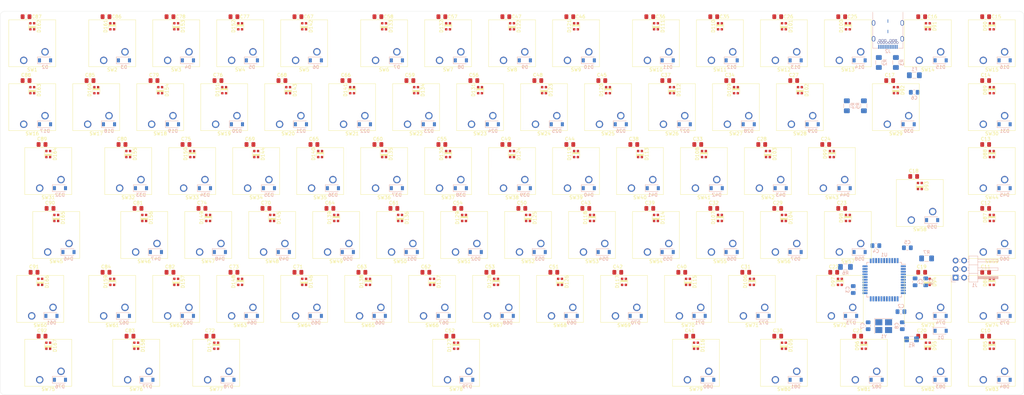
<source format=kicad_pcb>
(kicad_pcb (version 20171130) (host pcbnew 5.1.5+dfsg1-2build2)

  (general
    (thickness 1.6)
    (drawings 8)
    (tracks 0)
    (zones 0)
    (modules 354)
    (nets 216)
  )

  (page A3)
  (layers
    (0 F.Cu signal)
    (31 B.Cu signal)
    (32 B.Adhes user)
    (33 F.Adhes user)
    (34 B.Paste user)
    (35 F.Paste user)
    (36 B.SilkS user)
    (37 F.SilkS user)
    (38 B.Mask user)
    (39 F.Mask user)
    (40 Dwgs.User user)
    (41 Cmts.User user)
    (42 Eco1.User user)
    (43 Eco2.User user)
    (44 Edge.Cuts user)
    (45 Margin user)
    (46 B.CrtYd user)
    (47 F.CrtYd user)
    (48 B.Fab user)
    (49 F.Fab user)
  )

  (setup
    (last_trace_width 0.25)
    (trace_clearance 0.2)
    (zone_clearance 0.508)
    (zone_45_only no)
    (trace_min 0.2)
    (via_size 0.8)
    (via_drill 0.4)
    (via_min_size 0.6)
    (via_min_drill 0.3)
    (uvia_size 0.3)
    (uvia_drill 0.1)
    (uvias_allowed no)
    (uvia_min_size 0.2)
    (uvia_min_drill 0.1)
    (edge_width 0.05)
    (segment_width 0.2)
    (pcb_text_width 0.3)
    (pcb_text_size 1.5 1.5)
    (mod_edge_width 0.12)
    (mod_text_size 1 1)
    (mod_text_width 0.15)
    (pad_size 1.524 1.524)
    (pad_drill 0.762)
    (pad_to_mask_clearance 0.051)
    (solder_mask_min_width 0.25)
    (aux_axis_origin 0 0)
    (visible_elements FFFFF77F)
    (pcbplotparams
      (layerselection 0x010fc_ffffffff)
      (usegerberextensions false)
      (usegerberattributes false)
      (usegerberadvancedattributes false)
      (creategerberjobfile false)
      (excludeedgelayer true)
      (linewidth 0.100000)
      (plotframeref false)
      (viasonmask false)
      (mode 1)
      (useauxorigin false)
      (hpglpennumber 1)
      (hpglpenspeed 20)
      (hpglpendiameter 15.000000)
      (psnegative false)
      (psa4output false)
      (plotreference true)
      (plotvalue true)
      (plotinvisibletext false)
      (padsonsilk false)
      (subtractmaskfromsilk false)
      (outputformat 1)
      (mirror false)
      (drillshape 1)
      (scaleselection 1)
      (outputdirectory ""))
  )

  (net 0 "")
  (net 1 GND)
  (net 2 +5V)
  (net 3 "Net-(C7-Pad1)")
  (net 4 "Net-(C8-Pad2)")
  (net 5 "Net-(C9-Pad1)")
  (net 6 RST)
  (net 7 ROW0)
  (net 8 "Net-(D2-Pad2)")
  (net 9 "Net-(D3-Pad2)")
  (net 10 "Net-(D4-Pad2)")
  (net 11 "Net-(D5-Pad2)")
  (net 12 "Net-(D6-Pad2)")
  (net 13 "Net-(D7-Pad2)")
  (net 14 "Net-(D8-Pad2)")
  (net 15 "Net-(D9-Pad2)")
  (net 16 "Net-(D10-Pad2)")
  (net 17 "Net-(D11-Pad2)")
  (net 18 "Net-(D12-Pad2)")
  (net 19 "Net-(D13-Pad2)")
  (net 20 "Net-(D14-Pad2)")
  (net 21 "Net-(D15-Pad2)")
  (net 22 "Net-(D16-Pad2)")
  (net 23 ROW1)
  (net 24 "Net-(D17-Pad2)")
  (net 25 "Net-(D18-Pad2)")
  (net 26 "Net-(D19-Pad2)")
  (net 27 "Net-(D20-Pad2)")
  (net 28 "Net-(D21-Pad2)")
  (net 29 "Net-(D22-Pad2)")
  (net 30 "Net-(D23-Pad2)")
  (net 31 "Net-(D24-Pad2)")
  (net 32 "Net-(D25-Pad2)")
  (net 33 "Net-(D26-Pad2)")
  (net 34 "Net-(D27-Pad2)")
  (net 35 "Net-(D28-Pad2)")
  (net 36 "Net-(D29-Pad2)")
  (net 37 "Net-(D30-Pad2)")
  (net 38 "Net-(D31-Pad2)")
  (net 39 "Net-(D32-Pad2)")
  (net 40 ROW2)
  (net 41 "Net-(D33-Pad2)")
  (net 42 "Net-(D34-Pad2)")
  (net 43 "Net-(D35-Pad2)")
  (net 44 "Net-(D36-Pad2)")
  (net 45 "Net-(D37-Pad2)")
  (net 46 "Net-(D38-Pad2)")
  (net 47 "Net-(D39-Pad2)")
  (net 48 "Net-(D40-Pad2)")
  (net 49 "Net-(D41-Pad2)")
  (net 50 "Net-(D42-Pad2)")
  (net 51 "Net-(D43-Pad2)")
  (net 52 "Net-(D44-Pad2)")
  (net 53 "Net-(D45-Pad2)")
  (net 54 "Net-(D46-Pad2)")
  (net 55 ROW3)
  (net 56 "Net-(D47-Pad2)")
  (net 57 "Net-(D48-Pad2)")
  (net 58 "Net-(D49-Pad2)")
  (net 59 "Net-(D50-Pad2)")
  (net 60 "Net-(D51-Pad2)")
  (net 61 "Net-(D52-Pad2)")
  (net 62 "Net-(D53-Pad2)")
  (net 63 "Net-(D54-Pad2)")
  (net 64 "Net-(D55-Pad2)")
  (net 65 "Net-(D56-Pad2)")
  (net 66 "Net-(D57-Pad2)")
  (net 67 "Net-(D58-Pad2)")
  (net 68 "Net-(D59-Pad2)")
  (net 69 "Net-(D60-Pad2)")
  (net 70 ROW4)
  (net 71 "Net-(D61-Pad2)")
  (net 72 "Net-(D62-Pad2)")
  (net 73 "Net-(D63-Pad2)")
  (net 74 "Net-(D64-Pad2)")
  (net 75 "Net-(D65-Pad2)")
  (net 76 "Net-(D66-Pad2)")
  (net 77 "Net-(D67-Pad2)")
  (net 78 "Net-(D68-Pad2)")
  (net 79 "Net-(D69-Pad2)")
  (net 80 "Net-(D70-Pad2)")
  (net 81 "Net-(D71-Pad2)")
  (net 82 "Net-(D72-Pad2)")
  (net 83 "Net-(D73-Pad2)")
  (net 84 "Net-(D74-Pad2)")
  (net 85 "Net-(D75-Pad2)")
  (net 86 ROW5)
  (net 87 "Net-(D76-Pad2)")
  (net 88 "Net-(D77-Pad2)")
  (net 89 "Net-(D78-Pad2)")
  (net 90 "Net-(D79-Pad2)")
  (net 91 "Net-(D80-Pad2)")
  (net 92 "Net-(D81-Pad2)")
  (net 93 "Net-(D82-Pad2)")
  (net 94 "Net-(D83-Pad2)")
  (net 95 "Net-(D84-Pad2)")
  (net 96 "Net-(D85-Pad2)")
  (net 97 DIN)
  (net 98 "Net-(D86-Pad2)")
  (net 99 "Net-(D87-Pad2)")
  (net 100 "Net-(D88-Pad2)")
  (net 101 "Net-(D89-Pad2)")
  (net 102 "Net-(D90-Pad2)")
  (net 103 "Net-(D91-Pad2)")
  (net 104 "Net-(D92-Pad2)")
  (net 105 "Net-(D93-Pad2)")
  (net 106 "Net-(D94-Pad2)")
  (net 107 "Net-(D95-Pad2)")
  (net 108 "Net-(D96-Pad2)")
  (net 109 "Net-(D97-Pad2)")
  (net 110 "Net-(D98-Pad2)")
  (net 111 "Net-(D100-Pad4)")
  (net 112 "Net-(D100-Pad2)")
  (net 113 "Net-(D101-Pad2)")
  (net 114 "Net-(D102-Pad2)")
  (net 115 "Net-(D103-Pad2)")
  (net 116 "Net-(D104-Pad2)")
  (net 117 "Net-(D105-Pad2)")
  (net 118 "Net-(D106-Pad2)")
  (net 119 "Net-(D107-Pad2)")
  (net 120 "Net-(D108-Pad2)")
  (net 121 "Net-(D109-Pad2)")
  (net 122 "Net-(D110-Pad2)")
  (net 123 "Net-(D111-Pad2)")
  (net 124 "Net-(D112-Pad2)")
  (net 125 "Net-(D113-Pad2)")
  (net 126 "Net-(D114-Pad2)")
  (net 127 "Net-(D115-Pad2)")
  (net 128 "Net-(D116-Pad2)")
  (net 129 "Net-(D117-Pad2)")
  (net 130 "Net-(D118-Pad2)")
  (net 131 "Net-(D119-Pad2)")
  (net 132 "Net-(D120-Pad2)")
  (net 133 "Net-(D121-Pad2)")
  (net 134 "Net-(D122-Pad2)")
  (net 135 "Net-(D123-Pad2)")
  (net 136 "Net-(D124-Pad2)")
  (net 137 "Net-(D125-Pad2)")
  (net 138 "Net-(D126-Pad2)")
  (net 139 "Net-(D127-Pad2)")
  (net 140 "Net-(D128-Pad2)")
  (net 141 "Net-(D129-Pad2)")
  (net 142 "Net-(D130-Pad2)")
  (net 143 "Net-(D131-Pad2)")
  (net 144 "Net-(D132-Pad2)")
  (net 145 "Net-(D133-Pad2)")
  (net 146 "Net-(D134-Pad2)")
  (net 147 "Net-(D135-Pad2)")
  (net 148 "Net-(D136-Pad2)")
  (net 149 "Net-(D137-Pad2)")
  (net 150 "Net-(D138-Pad2)")
  (net 151 "Net-(D139-Pad2)")
  (net 152 "Net-(D140-Pad2)")
  (net 153 "Net-(D141-Pad2)")
  (net 154 "Net-(D142-Pad2)")
  (net 155 "Net-(D143-Pad2)")
  (net 156 "Net-(D144-Pad2)")
  (net 157 "Net-(D145-Pad2)")
  (net 158 "Net-(D146-Pad2)")
  (net 159 "Net-(D147-Pad2)")
  (net 160 "Net-(D148-Pad2)")
  (net 161 "Net-(D149-Pad2)")
  (net 162 "Net-(D150-Pad2)")
  (net 163 "Net-(D151-Pad2)")
  (net 164 "Net-(D152-Pad2)")
  (net 165 "Net-(D153-Pad2)")
  (net 166 "Net-(D154-Pad2)")
  (net 167 "Net-(D155-Pad2)")
  (net 168 "Net-(D156-Pad2)")
  (net 169 "Net-(D157-Pad2)")
  (net 170 "Net-(D158-Pad2)")
  (net 171 "Net-(D159-Pad2)")
  (net 172 "Net-(D160-Pad2)")
  (net 173 "Net-(D161-Pad2)")
  (net 174 "Net-(D162-Pad2)")
  (net 175 "Net-(D163-Pad2)")
  (net 176 "Net-(D164-Pad2)")
  (net 177 "Net-(D165-Pad2)")
  (net 178 "Net-(D166-Pad2)")
  (net 179 "Net-(D167-Pad2)")
  (net 180 "Net-(F1-Pad2)")
  (net 181 COL02)
  (net 182 COL00)
  (net 183 COL01)
  (net 184 "Net-(J2-PadA11)")
  (net 185 "Net-(J2-PadA10)")
  (net 186 "Net-(J2-PadA8)")
  (net 187 D-)
  (net 188 D+)
  (net 189 "Net-(J2-PadA5)")
  (net 190 "Net-(J2-PadA3)")
  (net 191 "Net-(J2-PadA2)")
  (net 192 "Net-(J2-PadB10)")
  (net 193 "Net-(J2-PadB3)")
  (net 194 "Net-(J2-PadB8)")
  (net 195 "Net-(J2-PadB5)")
  (net 196 "Net-(J2-PadB2)")
  (net 197 "Net-(J2-PadB11)")
  (net 198 "Net-(R6-Pad2)")
  (net 199 COL03)
  (net 200 COL04)
  (net 201 COL06)
  (net 202 COL07)
  (net 203 COL08)
  (net 204 COL09)
  (net 205 COL10)
  (net 206 COL11)
  (net 207 COL12)
  (net 208 COL13)
  (net 209 COL14)
  (net 210 COL15)
  (net 211 COL05)
  (net 212 "Net-(U1-Pad1)")
  (net 213 "Net-(U1-Pad8)")
  (net 214 "Net-(U1-Pad42)")
  (net 215 "Net-(R7-Pad2)")

  (net_class Default "Dies ist die voreingestellte Netzklasse."
    (clearance 0.2)
    (trace_width 0.25)
    (via_dia 0.8)
    (via_drill 0.4)
    (uvia_dia 0.3)
    (uvia_drill 0.1)
    (add_net +5V)
    (add_net COL00)
    (add_net COL01)
    (add_net COL02)
    (add_net COL03)
    (add_net COL04)
    (add_net COL05)
    (add_net COL06)
    (add_net COL07)
    (add_net COL08)
    (add_net COL09)
    (add_net COL10)
    (add_net COL11)
    (add_net COL12)
    (add_net COL13)
    (add_net COL14)
    (add_net COL15)
    (add_net D+)
    (add_net D-)
    (add_net DIN)
    (add_net GND)
    (add_net "Net-(C7-Pad1)")
    (add_net "Net-(C8-Pad2)")
    (add_net "Net-(C9-Pad1)")
    (add_net "Net-(D10-Pad2)")
    (add_net "Net-(D100-Pad2)")
    (add_net "Net-(D100-Pad4)")
    (add_net "Net-(D101-Pad2)")
    (add_net "Net-(D102-Pad2)")
    (add_net "Net-(D103-Pad2)")
    (add_net "Net-(D104-Pad2)")
    (add_net "Net-(D105-Pad2)")
    (add_net "Net-(D106-Pad2)")
    (add_net "Net-(D107-Pad2)")
    (add_net "Net-(D108-Pad2)")
    (add_net "Net-(D109-Pad2)")
    (add_net "Net-(D11-Pad2)")
    (add_net "Net-(D110-Pad2)")
    (add_net "Net-(D111-Pad2)")
    (add_net "Net-(D112-Pad2)")
    (add_net "Net-(D113-Pad2)")
    (add_net "Net-(D114-Pad2)")
    (add_net "Net-(D115-Pad2)")
    (add_net "Net-(D116-Pad2)")
    (add_net "Net-(D117-Pad2)")
    (add_net "Net-(D118-Pad2)")
    (add_net "Net-(D119-Pad2)")
    (add_net "Net-(D12-Pad2)")
    (add_net "Net-(D120-Pad2)")
    (add_net "Net-(D121-Pad2)")
    (add_net "Net-(D122-Pad2)")
    (add_net "Net-(D123-Pad2)")
    (add_net "Net-(D124-Pad2)")
    (add_net "Net-(D125-Pad2)")
    (add_net "Net-(D126-Pad2)")
    (add_net "Net-(D127-Pad2)")
    (add_net "Net-(D128-Pad2)")
    (add_net "Net-(D129-Pad2)")
    (add_net "Net-(D13-Pad2)")
    (add_net "Net-(D130-Pad2)")
    (add_net "Net-(D131-Pad2)")
    (add_net "Net-(D132-Pad2)")
    (add_net "Net-(D133-Pad2)")
    (add_net "Net-(D134-Pad2)")
    (add_net "Net-(D135-Pad2)")
    (add_net "Net-(D136-Pad2)")
    (add_net "Net-(D137-Pad2)")
    (add_net "Net-(D138-Pad2)")
    (add_net "Net-(D139-Pad2)")
    (add_net "Net-(D14-Pad2)")
    (add_net "Net-(D140-Pad2)")
    (add_net "Net-(D141-Pad2)")
    (add_net "Net-(D142-Pad2)")
    (add_net "Net-(D143-Pad2)")
    (add_net "Net-(D144-Pad2)")
    (add_net "Net-(D145-Pad2)")
    (add_net "Net-(D146-Pad2)")
    (add_net "Net-(D147-Pad2)")
    (add_net "Net-(D148-Pad2)")
    (add_net "Net-(D149-Pad2)")
    (add_net "Net-(D15-Pad2)")
    (add_net "Net-(D150-Pad2)")
    (add_net "Net-(D151-Pad2)")
    (add_net "Net-(D152-Pad2)")
    (add_net "Net-(D153-Pad2)")
    (add_net "Net-(D154-Pad2)")
    (add_net "Net-(D155-Pad2)")
    (add_net "Net-(D156-Pad2)")
    (add_net "Net-(D157-Pad2)")
    (add_net "Net-(D158-Pad2)")
    (add_net "Net-(D159-Pad2)")
    (add_net "Net-(D16-Pad2)")
    (add_net "Net-(D160-Pad2)")
    (add_net "Net-(D161-Pad2)")
    (add_net "Net-(D162-Pad2)")
    (add_net "Net-(D163-Pad2)")
    (add_net "Net-(D164-Pad2)")
    (add_net "Net-(D165-Pad2)")
    (add_net "Net-(D166-Pad2)")
    (add_net "Net-(D167-Pad2)")
    (add_net "Net-(D17-Pad2)")
    (add_net "Net-(D18-Pad2)")
    (add_net "Net-(D19-Pad2)")
    (add_net "Net-(D2-Pad2)")
    (add_net "Net-(D20-Pad2)")
    (add_net "Net-(D21-Pad2)")
    (add_net "Net-(D22-Pad2)")
    (add_net "Net-(D23-Pad2)")
    (add_net "Net-(D24-Pad2)")
    (add_net "Net-(D25-Pad2)")
    (add_net "Net-(D26-Pad2)")
    (add_net "Net-(D27-Pad2)")
    (add_net "Net-(D28-Pad2)")
    (add_net "Net-(D29-Pad2)")
    (add_net "Net-(D3-Pad2)")
    (add_net "Net-(D30-Pad2)")
    (add_net "Net-(D31-Pad2)")
    (add_net "Net-(D32-Pad2)")
    (add_net "Net-(D33-Pad2)")
    (add_net "Net-(D34-Pad2)")
    (add_net "Net-(D35-Pad2)")
    (add_net "Net-(D36-Pad2)")
    (add_net "Net-(D37-Pad2)")
    (add_net "Net-(D38-Pad2)")
    (add_net "Net-(D39-Pad2)")
    (add_net "Net-(D4-Pad2)")
    (add_net "Net-(D40-Pad2)")
    (add_net "Net-(D41-Pad2)")
    (add_net "Net-(D42-Pad2)")
    (add_net "Net-(D43-Pad2)")
    (add_net "Net-(D44-Pad2)")
    (add_net "Net-(D45-Pad2)")
    (add_net "Net-(D46-Pad2)")
    (add_net "Net-(D47-Pad2)")
    (add_net "Net-(D48-Pad2)")
    (add_net "Net-(D49-Pad2)")
    (add_net "Net-(D5-Pad2)")
    (add_net "Net-(D50-Pad2)")
    (add_net "Net-(D51-Pad2)")
    (add_net "Net-(D52-Pad2)")
    (add_net "Net-(D53-Pad2)")
    (add_net "Net-(D54-Pad2)")
    (add_net "Net-(D55-Pad2)")
    (add_net "Net-(D56-Pad2)")
    (add_net "Net-(D57-Pad2)")
    (add_net "Net-(D58-Pad2)")
    (add_net "Net-(D59-Pad2)")
    (add_net "Net-(D6-Pad2)")
    (add_net "Net-(D60-Pad2)")
    (add_net "Net-(D61-Pad2)")
    (add_net "Net-(D62-Pad2)")
    (add_net "Net-(D63-Pad2)")
    (add_net "Net-(D64-Pad2)")
    (add_net "Net-(D65-Pad2)")
    (add_net "Net-(D66-Pad2)")
    (add_net "Net-(D67-Pad2)")
    (add_net "Net-(D68-Pad2)")
    (add_net "Net-(D69-Pad2)")
    (add_net "Net-(D7-Pad2)")
    (add_net "Net-(D70-Pad2)")
    (add_net "Net-(D71-Pad2)")
    (add_net "Net-(D72-Pad2)")
    (add_net "Net-(D73-Pad2)")
    (add_net "Net-(D74-Pad2)")
    (add_net "Net-(D75-Pad2)")
    (add_net "Net-(D76-Pad2)")
    (add_net "Net-(D77-Pad2)")
    (add_net "Net-(D78-Pad2)")
    (add_net "Net-(D79-Pad2)")
    (add_net "Net-(D8-Pad2)")
    (add_net "Net-(D80-Pad2)")
    (add_net "Net-(D81-Pad2)")
    (add_net "Net-(D82-Pad2)")
    (add_net "Net-(D83-Pad2)")
    (add_net "Net-(D84-Pad2)")
    (add_net "Net-(D85-Pad2)")
    (add_net "Net-(D86-Pad2)")
    (add_net "Net-(D87-Pad2)")
    (add_net "Net-(D88-Pad2)")
    (add_net "Net-(D89-Pad2)")
    (add_net "Net-(D9-Pad2)")
    (add_net "Net-(D90-Pad2)")
    (add_net "Net-(D91-Pad2)")
    (add_net "Net-(D92-Pad2)")
    (add_net "Net-(D93-Pad2)")
    (add_net "Net-(D94-Pad2)")
    (add_net "Net-(D95-Pad2)")
    (add_net "Net-(D96-Pad2)")
    (add_net "Net-(D97-Pad2)")
    (add_net "Net-(D98-Pad2)")
    (add_net "Net-(F1-Pad2)")
    (add_net "Net-(J2-PadA10)")
    (add_net "Net-(J2-PadA11)")
    (add_net "Net-(J2-PadA2)")
    (add_net "Net-(J2-PadA3)")
    (add_net "Net-(J2-PadA5)")
    (add_net "Net-(J2-PadA8)")
    (add_net "Net-(J2-PadB10)")
    (add_net "Net-(J2-PadB11)")
    (add_net "Net-(J2-PadB2)")
    (add_net "Net-(J2-PadB3)")
    (add_net "Net-(J2-PadB5)")
    (add_net "Net-(J2-PadB8)")
    (add_net "Net-(R6-Pad2)")
    (add_net "Net-(R7-Pad2)")
    (add_net "Net-(U1-Pad1)")
    (add_net "Net-(U1-Pad42)")
    (add_net "Net-(U1-Pad8)")
    (add_net ROW0)
    (add_net ROW1)
    (add_net ROW2)
    (add_net ROW3)
    (add_net ROW4)
    (add_net ROW5)
    (add_net RST)
  )

  (module kezboard-pcb:USB_C_Receptacle_Stewart_SS-52400-003 (layer B.Cu) (tedit 5F26DA6C) (tstamp 5F15FEC3)
    (at 302.41875 38.1)
    (descr https://belfuse.com/resources/drawings/stewartconnector/dr-stw-ss-52400-003.pdf)
    (path /5EFFEB48)
    (fp_text reference J2 (at 0 11.9) (layer B.SilkS)
      (effects (font (size 1 1) (thickness 0.15)) (justify mirror))
    )
    (fp_text value USB_C_Receptacle (at 0 -2.54) (layer B.Fab)
      (effects (font (size 1 1) (thickness 0.15)) (justify mirror))
    )
    (fp_line (start -4.49 2.55) (end -4.49 0.21) (layer B.SilkS) (width 0.12))
    (fp_line (start 4.49 0.21) (end 4.49 2.55) (layer B.SilkS) (width 0.12))
    (fp_line (start 4.49 9) (end 4.49 11) (layer B.SilkS) (width 0.12))
    (fp_text user %R (at 0 4.52) (layer B.Fab)
      (effects (font (size 1 1) (thickness 0.15)) (justify mirror))
    )
    (fp_line (start -5.08 11.43) (end 5.08 11.43) (layer B.CrtYd) (width 0.05))
    (fp_line (start -5.08 -1.27) (end 5.08 -1.27) (layer B.CrtYd) (width 0.05))
    (fp_line (start -2 0) (end 2 0) (layer Dwgs.User) (width 0.1))
    (fp_line (start 4.37 -0.95) (end 4.37 10.88) (layer B.Fab) (width 0.1))
    (fp_line (start 4.37 10.88) (end -4.37 10.88) (layer B.Fab) (width 0.1))
    (fp_line (start -4.37 10.88) (end -4.37 -0.95) (layer B.Fab) (width 0.1))
    (fp_text user "PCB Edge" (at 0 0.5) (layer Dwgs.User)
      (effects (font (size 0.5 0.5) (thickness 0.1)))
    )
    (fp_line (start -4.37 -0.95) (end 4.37 -0.95) (layer B.Fab) (width 0.1))
    (fp_line (start 5.08 -1.27) (end 5.08 11.43) (layer B.CrtYd) (width 0.05))
    (fp_line (start -5.08 11.43) (end -5.08 -1.27) (layer B.CrtYd) (width 0.05))
    (fp_line (start -3 11) (end -4.49 11) (layer B.SilkS) (width 0.12))
    (fp_line (start -4.49 11) (end -4.49 9) (layer B.SilkS) (width 0.12))
    (fp_line (start 4.49 11) (end 3 11) (layer B.SilkS) (width 0.12))
    (fp_line (start -4.49 7.35) (end -4.49 4.35) (layer B.SilkS) (width 0.12))
    (fp_line (start 4.49 4.35) (end 4.49 7.35) (layer B.SilkS) (width 0.12))
    (pad B11 thru_hole circle (at -2.4 8.62) (size 0.65 0.65) (drill 0.4) (layers *.Cu *.Mask)
      (net 197 "Net-(J2-PadB11)"))
    (pad B2 thru_hole circle (at 2.4 8.62) (size 0.65 0.65) (drill 0.4) (layers *.Cu *.Mask)
      (net 196 "Net-(J2-PadB2)"))
    (pad B12 thru_hole circle (at -2.8 9.33) (size 0.65 0.65) (drill 0.4) (layers *.Cu *.Mask)
      (net 1 GND))
    (pad B5 thru_hole circle (at 0.8 8.62) (size 0.65 0.65) (drill 0.4) (layers *.Cu *.Mask)
      (net 195 "Net-(J2-PadB5)"))
    (pad B8 thru_hole circle (at -0.8 8.62) (size 0.65 0.65) (drill 0.4) (layers *.Cu *.Mask)
      (net 194 "Net-(J2-PadB8)"))
    (pad B3 thru_hole circle (at 1.6 8.62) (size 0.65 0.65) (drill 0.4) (layers *.Cu *.Mask)
      (net 193 "Net-(J2-PadB3)"))
    (pad B10 thru_hole circle (at -1.6 8.62) (size 0.65 0.65) (drill 0.4) (layers *.Cu *.Mask)
      (net 192 "Net-(J2-PadB10)"))
    (pad B1 thru_hole circle (at 2.8 9.33) (size 0.65 0.65) (drill 0.4) (layers *.Cu *.Mask)
      (net 1 GND))
    (pad S1 thru_hole circle (at -2 9.33) (size 0.65 0.65) (drill 0.4) (layers *.Cu *.Mask)
      (net 1 GND))
    (pad S1 thru_hole circle (at 2 9.33) (size 0.65 0.65) (drill 0.4) (layers *.Cu *.Mask)
      (net 1 GND))
    (pad B9 thru_hole circle (at -1.2 9.33) (size 0.65 0.65) (drill 0.4) (layers *.Cu *.Mask)
      (net 180 "Net-(F1-Pad2)"))
    (pad B4 thru_hole circle (at 1.2 9.33) (size 0.65 0.65) (drill 0.4) (layers *.Cu *.Mask)
      (net 180 "Net-(F1-Pad2)"))
    (pad B7 thru_hole circle (at -0.4 9.33) (size 0.65 0.65) (drill 0.4) (layers *.Cu *.Mask)
      (net 187 D-))
    (pad B6 thru_hole circle (at 0.4 9.33) (size 0.65 0.65) (drill 0.4) (layers *.Cu *.Mask)
      (net 188 D+))
    (pad S1 smd rect (at 0 6) (size 0.2 1) (layers B.Cu B.Paste B.Mask)
      (net 1 GND))
    (pad S1 smd rect (at 0 2.9) (size 0.2 1) (layers B.Cu B.Paste B.Mask)
      (net 1 GND))
    (pad S1 thru_hole oval (at 4.27 8.18) (size 1 1.6) (drill oval 0.6 1.2) (layers *.Cu *.Mask)
      (net 1 GND))
    (pad S1 thru_hole oval (at -4.27 8.18) (size 1 1.6) (drill oval 0.6 1.2) (layers *.Cu *.Mask)
      (net 1 GND))
    (pad S1 thru_hole oval (at -4.27 3.45) (size 1 1.6) (drill oval 0.6 1.2) (layers *.Cu *.Mask)
      (net 1 GND))
    (pad S1 thru_hole oval (at 4.27 3.45) (size 1 1.6) (drill oval 0.6 1.2) (layers *.Cu *.Mask)
      (net 1 GND))
    (pad A1 smd rect (at -2.75 10.58) (size 0.3 1.2) (layers B.Cu B.Paste B.Mask)
      (net 1 GND))
    (pad A2 smd rect (at -2.25 10.58) (size 0.3 1.2) (layers B.Cu B.Paste B.Mask)
      (net 191 "Net-(J2-PadA2)"))
    (pad A3 smd rect (at -1.75 10.58) (size 0.3 1.2) (layers B.Cu B.Paste B.Mask)
      (net 190 "Net-(J2-PadA3)"))
    (pad A4 smd rect (at -1.25 10.58) (size 0.3 1.2) (layers B.Cu B.Paste B.Mask)
      (net 180 "Net-(F1-Pad2)"))
    (pad A5 smd rect (at -0.75 10.58) (size 0.3 1.2) (layers B.Cu B.Paste B.Mask)
      (net 189 "Net-(J2-PadA5)"))
    (pad A6 smd rect (at -0.25 10.58) (size 0.3 1.2) (layers B.Cu B.Paste B.Mask)
      (net 188 D+))
    (pad A7 smd rect (at 0.25 10.58) (size 0.3 1.2) (layers B.Cu B.Paste B.Mask)
      (net 187 D-))
    (pad A8 smd rect (at 0.75 10.58) (size 0.3 1.2) (layers B.Cu B.Paste B.Mask)
      (net 186 "Net-(J2-PadA8)"))
    (pad A9 smd rect (at 1.25 10.58) (size 0.3 1.2) (layers B.Cu B.Paste B.Mask)
      (net 180 "Net-(F1-Pad2)"))
    (pad A10 smd rect (at 1.75 10.58) (size 0.3 1.2) (layers B.Cu B.Paste B.Mask)
      (net 185 "Net-(J2-PadA10)"))
    (pad A11 smd rect (at 2.25 10.58) (size 0.3 1.2) (layers B.Cu B.Paste B.Mask)
      (net 184 "Net-(J2-PadA11)"))
    (pad A12 smd rect (at 2.75 10.58) (size 0.3 1.2) (layers B.Cu B.Paste B.Mask)
      (net 1 GND))
  )

  (module Resistor_SMD:R_1206_3216Metric_Pad1.42x1.75mm_HandSolder (layer B.Cu) (tedit 5B301BBD) (tstamp 5F26397F)
    (at 313.944 111.76 180)
    (descr "Resistor SMD 1206 (3216 Metric), square (rectangular) end terminal, IPC_7351 nominal with elongated pad for handsoldering. (Body size source: http://www.tortai-tech.com/upload/download/2011102023233369053.pdf), generated with kicad-footprint-generator")
    (tags "resistor handsolder")
    (path /5F259898)
    (attr smd)
    (fp_text reference R7 (at 0 1.82) (layer B.SilkS)
      (effects (font (size 1 1) (thickness 0.15)) (justify mirror))
    )
    (fp_text value 470 (at 0 -1.82) (layer B.Fab)
      (effects (font (size 1 1) (thickness 0.15)) (justify mirror))
    )
    (fp_text user %R (at 0 0) (layer B.Fab)
      (effects (font (size 0.8 0.8) (thickness 0.12)) (justify mirror))
    )
    (fp_line (start 2.45 -1.12) (end -2.45 -1.12) (layer B.CrtYd) (width 0.05))
    (fp_line (start 2.45 1.12) (end 2.45 -1.12) (layer B.CrtYd) (width 0.05))
    (fp_line (start -2.45 1.12) (end 2.45 1.12) (layer B.CrtYd) (width 0.05))
    (fp_line (start -2.45 -1.12) (end -2.45 1.12) (layer B.CrtYd) (width 0.05))
    (fp_line (start -0.602064 -0.91) (end 0.602064 -0.91) (layer B.SilkS) (width 0.12))
    (fp_line (start -0.602064 0.91) (end 0.602064 0.91) (layer B.SilkS) (width 0.12))
    (fp_line (start 1.6 -0.8) (end -1.6 -0.8) (layer B.Fab) (width 0.1))
    (fp_line (start 1.6 0.8) (end 1.6 -0.8) (layer B.Fab) (width 0.1))
    (fp_line (start -1.6 0.8) (end 1.6 0.8) (layer B.Fab) (width 0.1))
    (fp_line (start -1.6 -0.8) (end -1.6 0.8) (layer B.Fab) (width 0.1))
    (pad 2 smd roundrect (at 1.4875 0 180) (size 1.425 1.75) (layers B.Cu B.Paste B.Mask) (roundrect_rratio 0.175439)
      (net 215 "Net-(R7-Pad2)"))
    (pad 1 smd roundrect (at -1.4875 0 180) (size 1.425 1.75) (layers B.Cu B.Paste B.Mask) (roundrect_rratio 0.175439)
      (net 97 DIN))
    (model ${KISYS3DMOD}/Resistor_SMD.3dshapes/R_1206_3216Metric.wrl
      (at (xyz 0 0 0))
      (scale (xyz 1 1 1))
      (rotate (xyz 0 0 0))
    )
  )

  (module kezboard-pcb:LED_WS2812_2020 (layer F.Cu) (tedit 5F1C4B34) (tstamp 5F1B709E)
    (at 333.375 137.795 90)
    (descr https://www.peace-corp.co.jp/data/WS2812-2020_V1.0_EN.pdf)
    (path /5F949B9C/5F9E7A8D)
    (fp_text reference D85 (at 0 -2 90) (layer F.SilkS)
      (effects (font (size 1 1) (thickness 0.15)))
    )
    (fp_text value WS2812B (at 0 2 90) (layer F.Fab)
      (effects (font (size 1 1) (thickness 0.15)))
    )
    (fp_line (start -1.1 -1) (end 1.1 -1) (layer F.Fab) (width 0.1))
    (fp_line (start 1.1 -1) (end 1.1 1) (layer F.Fab) (width 0.1))
    (fp_line (start 1.1 1) (end -1.1 1) (layer F.Fab) (width 0.1))
    (fp_line (start -1.1 1) (end -1.1 -1) (layer F.Fab) (width 0.1))
    (fp_text user %R (at 0 0 90) (layer F.Fab)
      (effects (font (size 0.5 0.5) (thickness 0.1)))
    )
    (fp_line (start -1.1 -1.11) (end 1.1 -1.11) (layer F.SilkS) (width 0.12))
    (fp_line (start 1.1 1.11) (end -1.1 1.11) (layer F.SilkS) (width 0.12))
    (fp_poly (pts (xy 0.45 0.9) (xy 0.05 0.9) (xy 0.05 -0.9) (xy 0.45 -0.9)) (layer F.SilkS) (width 0.1))
    (pad 2 smd rect (at 0.9015 0.55 90) (size 0.7 0.7) (layers F.Cu F.Paste F.Mask)
      (net 96 "Net-(D85-Pad2)"))
    (pad 3 smd rect (at 0.9015 -0.55 90) (size 0.7 0.7) (layers F.Cu F.Paste F.Mask)
      (net 1 GND))
    (pad 4 smd rect (at -0.9015 -0.55 90) (size 0.7 0.7) (layers F.Cu F.Paste F.Mask)
      (net 97 DIN))
    (pad 1 smd rect (at -0.9015 0.55 90) (size 0.7 0.7) (layers F.Cu F.Paste F.Mask)
      (net 2 +5V))
  )

  (module kezboard-pcb:LED_WS2812_2020 (layer F.Cu) (tedit 5F1C4B34) (tstamp 5F15F975)
    (at 333.375 118.745 90)
    (descr https://www.peace-corp.co.jp/data/WS2812-2020_V1.0_EN.pdf)
    (path /5F949B9C/5FD3F1F5)
    (fp_text reference D86 (at 0 -2 90) (layer F.SilkS)
      (effects (font (size 1 1) (thickness 0.15)))
    )
    (fp_text value WS2812B (at 0 2 90) (layer F.Fab)
      (effects (font (size 1 1) (thickness 0.15)))
    )
    (fp_poly (pts (xy 0.45 0.9) (xy 0.05 0.9) (xy 0.05 -0.9) (xy 0.45 -0.9)) (layer F.SilkS) (width 0.1))
    (fp_line (start 1.1 1.11) (end -1.1 1.11) (layer F.SilkS) (width 0.12))
    (fp_line (start -1.1 -1.11) (end 1.1 -1.11) (layer F.SilkS) (width 0.12))
    (fp_text user %R (at 0 0 90) (layer F.Fab)
      (effects (font (size 0.5 0.5) (thickness 0.1)))
    )
    (fp_line (start -1.1 1) (end -1.1 -1) (layer F.Fab) (width 0.1))
    (fp_line (start 1.1 1) (end -1.1 1) (layer F.Fab) (width 0.1))
    (fp_line (start 1.1 -1) (end 1.1 1) (layer F.Fab) (width 0.1))
    (fp_line (start -1.1 -1) (end 1.1 -1) (layer F.Fab) (width 0.1))
    (pad 1 smd rect (at -0.9015 0.55 90) (size 0.7 0.7) (layers F.Cu F.Paste F.Mask)
      (net 2 +5V))
    (pad 4 smd rect (at -0.9015 -0.55 90) (size 0.7 0.7) (layers F.Cu F.Paste F.Mask)
      (net 96 "Net-(D85-Pad2)"))
    (pad 3 smd rect (at 0.9015 -0.55 90) (size 0.7 0.7) (layers F.Cu F.Paste F.Mask)
      (net 1 GND))
    (pad 2 smd rect (at 0.9015 0.55 90) (size 0.7 0.7) (layers F.Cu F.Paste F.Mask)
      (net 98 "Net-(D86-Pad2)"))
  )

  (module kezboard-pcb:LED_WS2812_2020 (layer F.Cu) (tedit 5F1C4B34) (tstamp 5F1B738A)
    (at 333.375 99.695 90)
    (descr https://www.peace-corp.co.jp/data/WS2812-2020_V1.0_EN.pdf)
    (path /5F949B9C/5FD40FA8)
    (fp_text reference D87 (at 0 -2 90) (layer F.SilkS)
      (effects (font (size 1 1) (thickness 0.15)))
    )
    (fp_text value WS2812B (at 0 2 90) (layer F.Fab)
      (effects (font (size 1 1) (thickness 0.15)))
    )
    (fp_poly (pts (xy 0.45 0.9) (xy 0.05 0.9) (xy 0.05 -0.9) (xy 0.45 -0.9)) (layer F.SilkS) (width 0.1))
    (fp_line (start 1.1 1.11) (end -1.1 1.11) (layer F.SilkS) (width 0.12))
    (fp_line (start -1.1 -1.11) (end 1.1 -1.11) (layer F.SilkS) (width 0.12))
    (fp_text user %R (at 0 0 90) (layer F.Fab)
      (effects (font (size 0.5 0.5) (thickness 0.1)))
    )
    (fp_line (start -1.1 1) (end -1.1 -1) (layer F.Fab) (width 0.1))
    (fp_line (start 1.1 1) (end -1.1 1) (layer F.Fab) (width 0.1))
    (fp_line (start 1.1 -1) (end 1.1 1) (layer F.Fab) (width 0.1))
    (fp_line (start -1.1 -1) (end 1.1 -1) (layer F.Fab) (width 0.1))
    (pad 1 smd rect (at -0.9015 0.55 90) (size 0.7 0.7) (layers F.Cu F.Paste F.Mask)
      (net 2 +5V))
    (pad 4 smd rect (at -0.9015 -0.55 90) (size 0.7 0.7) (layers F.Cu F.Paste F.Mask)
      (net 98 "Net-(D86-Pad2)"))
    (pad 3 smd rect (at 0.9015 -0.55 90) (size 0.7 0.7) (layers F.Cu F.Paste F.Mask)
      (net 1 GND))
    (pad 2 smd rect (at 0.9015 0.55 90) (size 0.7 0.7) (layers F.Cu F.Paste F.Mask)
      (net 99 "Net-(D87-Pad2)"))
  )

  (module kezboard-pcb:LED_WS2812_2020 (layer F.Cu) (tedit 5F1C4B34) (tstamp 5F25A25B)
    (at 333.375 80.645 90)
    (descr https://www.peace-corp.co.jp/data/WS2812-2020_V1.0_EN.pdf)
    (path /5F949B9C/5FD423CF)
    (fp_text reference D88 (at 0 -2 90) (layer F.SilkS)
      (effects (font (size 1 1) (thickness 0.15)))
    )
    (fp_text value WS2812B (at 0 2 90) (layer F.Fab)
      (effects (font (size 1 1) (thickness 0.15)))
    )
    (fp_poly (pts (xy 0.45 0.9) (xy 0.05 0.9) (xy 0.05 -0.9) (xy 0.45 -0.9)) (layer F.SilkS) (width 0.1))
    (fp_line (start 1.1 1.11) (end -1.1 1.11) (layer F.SilkS) (width 0.12))
    (fp_line (start -1.1 -1.11) (end 1.1 -1.11) (layer F.SilkS) (width 0.12))
    (fp_text user %R (at 0 0 90) (layer F.Fab)
      (effects (font (size 0.5 0.5) (thickness 0.1)))
    )
    (fp_line (start -1.1 1) (end -1.1 -1) (layer F.Fab) (width 0.1))
    (fp_line (start 1.1 1) (end -1.1 1) (layer F.Fab) (width 0.1))
    (fp_line (start 1.1 -1) (end 1.1 1) (layer F.Fab) (width 0.1))
    (fp_line (start -1.1 -1) (end 1.1 -1) (layer F.Fab) (width 0.1))
    (pad 1 smd rect (at -0.9015 0.55 90) (size 0.7 0.7) (layers F.Cu F.Paste F.Mask)
      (net 2 +5V))
    (pad 4 smd rect (at -0.9015 -0.55 90) (size 0.7 0.7) (layers F.Cu F.Paste F.Mask)
      (net 99 "Net-(D87-Pad2)"))
    (pad 3 smd rect (at 0.9015 -0.55 90) (size 0.7 0.7) (layers F.Cu F.Paste F.Mask)
      (net 1 GND))
    (pad 2 smd rect (at 0.9015 0.55 90) (size 0.7 0.7) (layers F.Cu F.Paste F.Mask)
      (net 100 "Net-(D88-Pad2)"))
  )

  (module kezboard-pcb:LED_WS2812_2020 (layer F.Cu) (tedit 5F1C4B34) (tstamp 5F15F9A2)
    (at 333.375 61.595 90)
    (descr https://www.peace-corp.co.jp/data/WS2812-2020_V1.0_EN.pdf)
    (path /5F949B9C/5FD43994)
    (fp_text reference D89 (at 0 -2 90) (layer F.SilkS)
      (effects (font (size 1 1) (thickness 0.15)))
    )
    (fp_text value WS2812B (at 0 2 90) (layer F.Fab)
      (effects (font (size 1 1) (thickness 0.15)))
    )
    (fp_line (start -1.1 -1) (end 1.1 -1) (layer F.Fab) (width 0.1))
    (fp_line (start 1.1 -1) (end 1.1 1) (layer F.Fab) (width 0.1))
    (fp_line (start 1.1 1) (end -1.1 1) (layer F.Fab) (width 0.1))
    (fp_line (start -1.1 1) (end -1.1 -1) (layer F.Fab) (width 0.1))
    (fp_text user %R (at 0 0 90) (layer F.Fab)
      (effects (font (size 0.5 0.5) (thickness 0.1)))
    )
    (fp_line (start -1.1 -1.11) (end 1.1 -1.11) (layer F.SilkS) (width 0.12))
    (fp_line (start 1.1 1.11) (end -1.1 1.11) (layer F.SilkS) (width 0.12))
    (fp_poly (pts (xy 0.45 0.9) (xy 0.05 0.9) (xy 0.05 -0.9) (xy 0.45 -0.9)) (layer F.SilkS) (width 0.1))
    (pad 2 smd rect (at 0.9015 0.55 90) (size 0.7 0.7) (layers F.Cu F.Paste F.Mask)
      (net 101 "Net-(D89-Pad2)"))
    (pad 3 smd rect (at 0.9015 -0.55 90) (size 0.7 0.7) (layers F.Cu F.Paste F.Mask)
      (net 1 GND))
    (pad 4 smd rect (at -0.9015 -0.55 90) (size 0.7 0.7) (layers F.Cu F.Paste F.Mask)
      (net 100 "Net-(D88-Pad2)"))
    (pad 1 smd rect (at -0.9015 0.55 90) (size 0.7 0.7) (layers F.Cu F.Paste F.Mask)
      (net 2 +5V))
  )

  (module kezboard-pcb:LED_WS2812_2020 (layer F.Cu) (tedit 5F1C4B34) (tstamp 5F15F9B1)
    (at 333.375 42.545 90)
    (descr https://www.peace-corp.co.jp/data/WS2812-2020_V1.0_EN.pdf)
    (path /5F949B9C/5F62CAD6)
    (fp_text reference D90 (at 0 -2 90) (layer F.SilkS)
      (effects (font (size 1 1) (thickness 0.15)))
    )
    (fp_text value WS2812B (at 0 2 90) (layer F.Fab)
      (effects (font (size 1 1) (thickness 0.15)))
    )
    (fp_poly (pts (xy 0.45 0.9) (xy 0.05 0.9) (xy 0.05 -0.9) (xy 0.45 -0.9)) (layer F.SilkS) (width 0.1))
    (fp_line (start 1.1 1.11) (end -1.1 1.11) (layer F.SilkS) (width 0.12))
    (fp_line (start -1.1 -1.11) (end 1.1 -1.11) (layer F.SilkS) (width 0.12))
    (fp_text user %R (at 0 0 90) (layer F.Fab)
      (effects (font (size 0.5 0.5) (thickness 0.1)))
    )
    (fp_line (start -1.1 1) (end -1.1 -1) (layer F.Fab) (width 0.1))
    (fp_line (start 1.1 1) (end -1.1 1) (layer F.Fab) (width 0.1))
    (fp_line (start 1.1 -1) (end 1.1 1) (layer F.Fab) (width 0.1))
    (fp_line (start -1.1 -1) (end 1.1 -1) (layer F.Fab) (width 0.1))
    (pad 1 smd rect (at -0.9015 0.55 90) (size 0.7 0.7) (layers F.Cu F.Paste F.Mask)
      (net 2 +5V))
    (pad 4 smd rect (at -0.9015 -0.55 90) (size 0.7 0.7) (layers F.Cu F.Paste F.Mask)
      (net 101 "Net-(D89-Pad2)"))
    (pad 3 smd rect (at 0.9015 -0.55 90) (size 0.7 0.7) (layers F.Cu F.Paste F.Mask)
      (net 1 GND))
    (pad 2 smd rect (at 0.9015 0.55 90) (size 0.7 0.7) (layers F.Cu F.Paste F.Mask)
      (net 102 "Net-(D90-Pad2)"))
  )

  (module kezboard-pcb:LED_WS2812_2020 (layer F.Cu) (tedit 5F1C4B34) (tstamp 5F15F9C0)
    (at 314.325 42.545 270)
    (descr https://www.peace-corp.co.jp/data/WS2812-2020_V1.0_EN.pdf)
    (path /5F949B9C/5F62CAF9)
    (fp_text reference D91 (at 0 -2 90) (layer F.SilkS)
      (effects (font (size 1 1) (thickness 0.15)))
    )
    (fp_text value WS2812B (at 0 2 90) (layer F.Fab)
      (effects (font (size 1 1) (thickness 0.15)))
    )
    (fp_line (start -1.1 -1) (end 1.1 -1) (layer F.Fab) (width 0.1))
    (fp_line (start 1.1 -1) (end 1.1 1) (layer F.Fab) (width 0.1))
    (fp_line (start 1.1 1) (end -1.1 1) (layer F.Fab) (width 0.1))
    (fp_line (start -1.1 1) (end -1.1 -1) (layer F.Fab) (width 0.1))
    (fp_text user %R (at 0 0 90) (layer F.Fab)
      (effects (font (size 0.5 0.5) (thickness 0.1)))
    )
    (fp_line (start -1.1 -1.11) (end 1.1 -1.11) (layer F.SilkS) (width 0.12))
    (fp_line (start 1.1 1.11) (end -1.1 1.11) (layer F.SilkS) (width 0.12))
    (fp_poly (pts (xy 0.45 0.9) (xy 0.05 0.9) (xy 0.05 -0.9) (xy 0.45 -0.9)) (layer F.SilkS) (width 0.1))
    (pad 2 smd rect (at 0.9015 0.55 270) (size 0.7 0.7) (layers F.Cu F.Paste F.Mask)
      (net 103 "Net-(D91-Pad2)"))
    (pad 3 smd rect (at 0.9015 -0.55 270) (size 0.7 0.7) (layers F.Cu F.Paste F.Mask)
      (net 1 GND))
    (pad 4 smd rect (at -0.9015 -0.55 270) (size 0.7 0.7) (layers F.Cu F.Paste F.Mask)
      (net 102 "Net-(D90-Pad2)"))
    (pad 1 smd rect (at -0.9015 0.55 270) (size 0.7 0.7) (layers F.Cu F.Paste F.Mask)
      (net 2 +5V))
  )

  (module kezboard-pcb:LED_WS2812_2020 (layer F.Cu) (tedit 5F1C4B34) (tstamp 5F15F9CF)
    (at 304.8 61.595 270)
    (descr https://www.peace-corp.co.jp/data/WS2812-2020_V1.0_EN.pdf)
    (path /5F949B9C/5F62CB1C)
    (fp_text reference D92 (at 0 -2 90) (layer F.SilkS)
      (effects (font (size 1 1) (thickness 0.15)))
    )
    (fp_text value WS2812B (at 0 2 90) (layer F.Fab)
      (effects (font (size 1 1) (thickness 0.15)))
    )
    (fp_poly (pts (xy 0.45 0.9) (xy 0.05 0.9) (xy 0.05 -0.9) (xy 0.45 -0.9)) (layer F.SilkS) (width 0.1))
    (fp_line (start 1.1 1.11) (end -1.1 1.11) (layer F.SilkS) (width 0.12))
    (fp_line (start -1.1 -1.11) (end 1.1 -1.11) (layer F.SilkS) (width 0.12))
    (fp_text user %R (at 0 0 90) (layer F.Fab)
      (effects (font (size 0.5 0.5) (thickness 0.1)))
    )
    (fp_line (start -1.1 1) (end -1.1 -1) (layer F.Fab) (width 0.1))
    (fp_line (start 1.1 1) (end -1.1 1) (layer F.Fab) (width 0.1))
    (fp_line (start 1.1 -1) (end 1.1 1) (layer F.Fab) (width 0.1))
    (fp_line (start -1.1 -1) (end 1.1 -1) (layer F.Fab) (width 0.1))
    (pad 1 smd rect (at -0.9015 0.55 270) (size 0.7 0.7) (layers F.Cu F.Paste F.Mask)
      (net 2 +5V))
    (pad 4 smd rect (at -0.9015 -0.55 270) (size 0.7 0.7) (layers F.Cu F.Paste F.Mask)
      (net 103 "Net-(D91-Pad2)"))
    (pad 3 smd rect (at 0.9015 -0.55 270) (size 0.7 0.7) (layers F.Cu F.Paste F.Mask)
      (net 1 GND))
    (pad 2 smd rect (at 0.9015 0.55 270) (size 0.7 0.7) (layers F.Cu F.Paste F.Mask)
      (net 104 "Net-(D92-Pad2)"))
  )

  (module kezboard-pcb:LED_WS2812_2020 (layer F.Cu) (tedit 5F1C4B34) (tstamp 5F15F9DE)
    (at 311.94375 90.17 270)
    (descr https://www.peace-corp.co.jp/data/WS2812-2020_V1.0_EN.pdf)
    (path /5F949B9C/5F62CB3F)
    (fp_text reference D93 (at 0 -2 90) (layer F.SilkS)
      (effects (font (size 1 1) (thickness 0.15)))
    )
    (fp_text value WS2812B (at 0 2 90) (layer F.Fab)
      (effects (font (size 1 1) (thickness 0.15)))
    )
    (fp_line (start -1.1 -1) (end 1.1 -1) (layer F.Fab) (width 0.1))
    (fp_line (start 1.1 -1) (end 1.1 1) (layer F.Fab) (width 0.1))
    (fp_line (start 1.1 1) (end -1.1 1) (layer F.Fab) (width 0.1))
    (fp_line (start -1.1 1) (end -1.1 -1) (layer F.Fab) (width 0.1))
    (fp_text user %R (at 0 0 90) (layer F.Fab)
      (effects (font (size 0.5 0.5) (thickness 0.1)))
    )
    (fp_line (start -1.1 -1.11) (end 1.1 -1.11) (layer F.SilkS) (width 0.12))
    (fp_line (start 1.1 1.11) (end -1.1 1.11) (layer F.SilkS) (width 0.12))
    (fp_poly (pts (xy 0.45 0.9) (xy 0.05 0.9) (xy 0.05 -0.9) (xy 0.45 -0.9)) (layer F.SilkS) (width 0.1))
    (pad 2 smd rect (at 0.9015 0.55 270) (size 0.7 0.7) (layers F.Cu F.Paste F.Mask)
      (net 105 "Net-(D93-Pad2)"))
    (pad 3 smd rect (at 0.9015 -0.55 270) (size 0.7 0.7) (layers F.Cu F.Paste F.Mask)
      (net 1 GND))
    (pad 4 smd rect (at -0.9015 -0.55 270) (size 0.7 0.7) (layers F.Cu F.Paste F.Mask)
      (net 104 "Net-(D92-Pad2)"))
    (pad 1 smd rect (at -0.9015 0.55 270) (size 0.7 0.7) (layers F.Cu F.Paste F.Mask)
      (net 2 +5V))
  )

  (module kezboard-pcb:LED_WS2812_2020 (layer F.Cu) (tedit 5F1C4B34) (tstamp 5F15F9ED)
    (at 314.325 118.745 270)
    (descr https://www.peace-corp.co.jp/data/WS2812-2020_V1.0_EN.pdf)
    (path /5F949B9C/5F62CB61)
    (fp_text reference D94 (at 0 -2 90) (layer F.SilkS)
      (effects (font (size 1 1) (thickness 0.15)))
    )
    (fp_text value WS2812B (at 0 2 90) (layer F.Fab)
      (effects (font (size 1 1) (thickness 0.15)))
    )
    (fp_poly (pts (xy 0.45 0.9) (xy 0.05 0.9) (xy 0.05 -0.9) (xy 0.45 -0.9)) (layer F.SilkS) (width 0.1))
    (fp_line (start 1.1 1.11) (end -1.1 1.11) (layer F.SilkS) (width 0.12))
    (fp_line (start -1.1 -1.11) (end 1.1 -1.11) (layer F.SilkS) (width 0.12))
    (fp_text user %R (at 0 0 90) (layer F.Fab)
      (effects (font (size 0.5 0.5) (thickness 0.1)))
    )
    (fp_line (start -1.1 1) (end -1.1 -1) (layer F.Fab) (width 0.1))
    (fp_line (start 1.1 1) (end -1.1 1) (layer F.Fab) (width 0.1))
    (fp_line (start 1.1 -1) (end 1.1 1) (layer F.Fab) (width 0.1))
    (fp_line (start -1.1 -1) (end 1.1 -1) (layer F.Fab) (width 0.1))
    (pad 1 smd rect (at -0.9015 0.55 270) (size 0.7 0.7) (layers F.Cu F.Paste F.Mask)
      (net 2 +5V))
    (pad 4 smd rect (at -0.9015 -0.55 270) (size 0.7 0.7) (layers F.Cu F.Paste F.Mask)
      (net 105 "Net-(D93-Pad2)"))
    (pad 3 smd rect (at 0.9015 -0.55 270) (size 0.7 0.7) (layers F.Cu F.Paste F.Mask)
      (net 1 GND))
    (pad 2 smd rect (at 0.9015 0.55 270) (size 0.7 0.7) (layers F.Cu F.Paste F.Mask)
      (net 106 "Net-(D94-Pad2)"))
  )

  (module kezboard-pcb:LED_WS2812_2020 (layer F.Cu) (tedit 5F1C4B34) (tstamp 5F15F9FC)
    (at 314.325 137.795 270)
    (descr https://www.peace-corp.co.jp/data/WS2812-2020_V1.0_EN.pdf)
    (path /5F949B9C/5F6A6266)
    (fp_text reference D95 (at 0 -2 90) (layer F.SilkS)
      (effects (font (size 1 1) (thickness 0.15)))
    )
    (fp_text value WS2812B (at 0 2 90) (layer F.Fab)
      (effects (font (size 1 1) (thickness 0.15)))
    )
    (fp_poly (pts (xy 0.45 0.9) (xy 0.05 0.9) (xy 0.05 -0.9) (xy 0.45 -0.9)) (layer F.SilkS) (width 0.1))
    (fp_line (start 1.1 1.11) (end -1.1 1.11) (layer F.SilkS) (width 0.12))
    (fp_line (start -1.1 -1.11) (end 1.1 -1.11) (layer F.SilkS) (width 0.12))
    (fp_text user %R (at 0 0 90) (layer F.Fab)
      (effects (font (size 0.5 0.5) (thickness 0.1)))
    )
    (fp_line (start -1.1 1) (end -1.1 -1) (layer F.Fab) (width 0.1))
    (fp_line (start 1.1 1) (end -1.1 1) (layer F.Fab) (width 0.1))
    (fp_line (start 1.1 -1) (end 1.1 1) (layer F.Fab) (width 0.1))
    (fp_line (start -1.1 -1) (end 1.1 -1) (layer F.Fab) (width 0.1))
    (pad 1 smd rect (at -0.9015 0.55 270) (size 0.7 0.7) (layers F.Cu F.Paste F.Mask)
      (net 2 +5V))
    (pad 4 smd rect (at -0.9015 -0.55 270) (size 0.7 0.7) (layers F.Cu F.Paste F.Mask)
      (net 106 "Net-(D94-Pad2)"))
    (pad 3 smd rect (at 0.9015 -0.55 270) (size 0.7 0.7) (layers F.Cu F.Paste F.Mask)
      (net 1 GND))
    (pad 2 smd rect (at 0.9015 0.55 270) (size 0.7 0.7) (layers F.Cu F.Paste F.Mask)
      (net 107 "Net-(D95-Pad2)"))
  )

  (module kezboard-pcb:LED_WS2812_2020 (layer F.Cu) (tedit 5F1C4B34) (tstamp 5F15FA0B)
    (at 295.275 137.795 90)
    (descr https://www.peace-corp.co.jp/data/WS2812-2020_V1.0_EN.pdf)
    (path /5F949B9C/5F6A6289)
    (fp_text reference D96 (at 0 -2 90) (layer F.SilkS)
      (effects (font (size 1 1) (thickness 0.15)))
    )
    (fp_text value WS2812B (at 0 2 90) (layer F.Fab)
      (effects (font (size 1 1) (thickness 0.15)))
    )
    (fp_line (start -1.1 -1) (end 1.1 -1) (layer F.Fab) (width 0.1))
    (fp_line (start 1.1 -1) (end 1.1 1) (layer F.Fab) (width 0.1))
    (fp_line (start 1.1 1) (end -1.1 1) (layer F.Fab) (width 0.1))
    (fp_line (start -1.1 1) (end -1.1 -1) (layer F.Fab) (width 0.1))
    (fp_text user %R (at 0 0 90) (layer F.Fab)
      (effects (font (size 0.5 0.5) (thickness 0.1)))
    )
    (fp_line (start -1.1 -1.11) (end 1.1 -1.11) (layer F.SilkS) (width 0.12))
    (fp_line (start 1.1 1.11) (end -1.1 1.11) (layer F.SilkS) (width 0.12))
    (fp_poly (pts (xy 0.45 0.9) (xy 0.05 0.9) (xy 0.05 -0.9) (xy 0.45 -0.9)) (layer F.SilkS) (width 0.1))
    (pad 2 smd rect (at 0.9015 0.55 90) (size 0.7 0.7) (layers F.Cu F.Paste F.Mask)
      (net 108 "Net-(D96-Pad2)"))
    (pad 3 smd rect (at 0.9015 -0.55 90) (size 0.7 0.7) (layers F.Cu F.Paste F.Mask)
      (net 1 GND))
    (pad 4 smd rect (at -0.9015 -0.55 90) (size 0.7 0.7) (layers F.Cu F.Paste F.Mask)
      (net 107 "Net-(D95-Pad2)"))
    (pad 1 smd rect (at -0.9015 0.55 90) (size 0.7 0.7) (layers F.Cu F.Paste F.Mask)
      (net 2 +5V))
  )

  (module kezboard-pcb:LED_WS2812_2020 (layer F.Cu) (tedit 5F1C4B34) (tstamp 5F15FA1A)
    (at 288.13125 118.745 90)
    (descr https://www.peace-corp.co.jp/data/WS2812-2020_V1.0_EN.pdf)
    (path /5F949B9C/5F6A62AC)
    (fp_text reference D97 (at 0 -2 90) (layer F.SilkS)
      (effects (font (size 1 1) (thickness 0.15)))
    )
    (fp_text value WS2812B (at 0 2 90) (layer F.Fab)
      (effects (font (size 1 1) (thickness 0.15)))
    )
    (fp_poly (pts (xy 0.45 0.9) (xy 0.05 0.9) (xy 0.05 -0.9) (xy 0.45 -0.9)) (layer F.SilkS) (width 0.1))
    (fp_line (start 1.1 1.11) (end -1.1 1.11) (layer F.SilkS) (width 0.12))
    (fp_line (start -1.1 -1.11) (end 1.1 -1.11) (layer F.SilkS) (width 0.12))
    (fp_text user %R (at 0 0 90) (layer F.Fab)
      (effects (font (size 0.5 0.5) (thickness 0.1)))
    )
    (fp_line (start -1.1 1) (end -1.1 -1) (layer F.Fab) (width 0.1))
    (fp_line (start 1.1 1) (end -1.1 1) (layer F.Fab) (width 0.1))
    (fp_line (start 1.1 -1) (end 1.1 1) (layer F.Fab) (width 0.1))
    (fp_line (start -1.1 -1) (end 1.1 -1) (layer F.Fab) (width 0.1))
    (pad 1 smd rect (at -0.9015 0.55 90) (size 0.7 0.7) (layers F.Cu F.Paste F.Mask)
      (net 2 +5V))
    (pad 4 smd rect (at -0.9015 -0.55 90) (size 0.7 0.7) (layers F.Cu F.Paste F.Mask)
      (net 108 "Net-(D96-Pad2)"))
    (pad 3 smd rect (at 0.9015 -0.55 90) (size 0.7 0.7) (layers F.Cu F.Paste F.Mask)
      (net 1 GND))
    (pad 2 smd rect (at 0.9015 0.55 90) (size 0.7 0.7) (layers F.Cu F.Paste F.Mask)
      (net 109 "Net-(D97-Pad2)"))
  )

  (module kezboard-pcb:LED_WS2812_2020 (layer F.Cu) (tedit 5F1C4B34) (tstamp 5F15FA29)
    (at 290.5125 99.695 90)
    (descr https://www.peace-corp.co.jp/data/WS2812-2020_V1.0_EN.pdf)
    (path /5F949B9C/5F6A62CF)
    (fp_text reference D98 (at 0 -2 90) (layer F.SilkS)
      (effects (font (size 1 1) (thickness 0.15)))
    )
    (fp_text value WS2812B (at 0 2 90) (layer F.Fab)
      (effects (font (size 1 1) (thickness 0.15)))
    )
    (fp_poly (pts (xy 0.45 0.9) (xy 0.05 0.9) (xy 0.05 -0.9) (xy 0.45 -0.9)) (layer F.SilkS) (width 0.1))
    (fp_line (start 1.1 1.11) (end -1.1 1.11) (layer F.SilkS) (width 0.12))
    (fp_line (start -1.1 -1.11) (end 1.1 -1.11) (layer F.SilkS) (width 0.12))
    (fp_text user %R (at 0 0 90) (layer F.Fab)
      (effects (font (size 0.5 0.5) (thickness 0.1)))
    )
    (fp_line (start -1.1 1) (end -1.1 -1) (layer F.Fab) (width 0.1))
    (fp_line (start 1.1 1) (end -1.1 1) (layer F.Fab) (width 0.1))
    (fp_line (start 1.1 -1) (end 1.1 1) (layer F.Fab) (width 0.1))
    (fp_line (start -1.1 -1) (end 1.1 -1) (layer F.Fab) (width 0.1))
    (pad 1 smd rect (at -0.9015 0.55 90) (size 0.7 0.7) (layers F.Cu F.Paste F.Mask)
      (net 2 +5V))
    (pad 4 smd rect (at -0.9015 -0.55 90) (size 0.7 0.7) (layers F.Cu F.Paste F.Mask)
      (net 109 "Net-(D97-Pad2)"))
    (pad 3 smd rect (at 0.9015 -0.55 90) (size 0.7 0.7) (layers F.Cu F.Paste F.Mask)
      (net 1 GND))
    (pad 2 smd rect (at 0.9015 0.55 90) (size 0.7 0.7) (layers F.Cu F.Paste F.Mask)
      (net 110 "Net-(D98-Pad2)"))
  )

  (module kezboard-pcb:LED_WS2812_2020 (layer F.Cu) (tedit 5F1C4B34) (tstamp 5F15FA38)
    (at 285.75 80.645 90)
    (descr https://www.peace-corp.co.jp/data/WS2812-2020_V1.0_EN.pdf)
    (path /5F949B9C/5F6A62F2)
    (fp_text reference D99 (at 0 -2 90) (layer F.SilkS)
      (effects (font (size 1 1) (thickness 0.15)))
    )
    (fp_text value WS2812B (at 0 2 90) (layer F.Fab)
      (effects (font (size 1 1) (thickness 0.15)))
    )
    (fp_poly (pts (xy 0.45 0.9) (xy 0.05 0.9) (xy 0.05 -0.9) (xy 0.45 -0.9)) (layer F.SilkS) (width 0.1))
    (fp_line (start 1.1 1.11) (end -1.1 1.11) (layer F.SilkS) (width 0.12))
    (fp_line (start -1.1 -1.11) (end 1.1 -1.11) (layer F.SilkS) (width 0.12))
    (fp_text user %R (at 0 0 90) (layer F.Fab)
      (effects (font (size 0.5 0.5) (thickness 0.1)))
    )
    (fp_line (start -1.1 1) (end -1.1 -1) (layer F.Fab) (width 0.1))
    (fp_line (start 1.1 1) (end -1.1 1) (layer F.Fab) (width 0.1))
    (fp_line (start 1.1 -1) (end 1.1 1) (layer F.Fab) (width 0.1))
    (fp_line (start -1.1 -1) (end 1.1 -1) (layer F.Fab) (width 0.1))
    (pad 1 smd rect (at -0.9015 0.55 90) (size 0.7 0.7) (layers F.Cu F.Paste F.Mask)
      (net 2 +5V))
    (pad 4 smd rect (at -0.9015 -0.55 90) (size 0.7 0.7) (layers F.Cu F.Paste F.Mask)
      (net 110 "Net-(D98-Pad2)"))
    (pad 3 smd rect (at 0.9015 -0.55 90) (size 0.7 0.7) (layers F.Cu F.Paste F.Mask)
      (net 1 GND))
    (pad 2 smd rect (at 0.9015 0.55 90) (size 0.7 0.7) (layers F.Cu F.Paste F.Mask)
      (net 111 "Net-(D100-Pad4)"))
  )

  (module kezboard-pcb:LED_WS2812_2020 (layer F.Cu) (tedit 5F1C4B34) (tstamp 5F15FA47)
    (at 290.5125 42.545 90)
    (descr https://www.peace-corp.co.jp/data/WS2812-2020_V1.0_EN.pdf)
    (path /5F949B9C/5F6A6315)
    (fp_text reference D100 (at 0 -2 90) (layer F.SilkS)
      (effects (font (size 1 1) (thickness 0.15)))
    )
    (fp_text value WS2812B (at 0 2 90) (layer F.Fab)
      (effects (font (size 1 1) (thickness 0.15)))
    )
    (fp_poly (pts (xy 0.45 0.9) (xy 0.05 0.9) (xy 0.05 -0.9) (xy 0.45 -0.9)) (layer F.SilkS) (width 0.1))
    (fp_line (start 1.1 1.11) (end -1.1 1.11) (layer F.SilkS) (width 0.12))
    (fp_line (start -1.1 -1.11) (end 1.1 -1.11) (layer F.SilkS) (width 0.12))
    (fp_text user %R (at 0 0 90) (layer F.Fab)
      (effects (font (size 0.5 0.5) (thickness 0.1)))
    )
    (fp_line (start -1.1 1) (end -1.1 -1) (layer F.Fab) (width 0.1))
    (fp_line (start 1.1 1) (end -1.1 1) (layer F.Fab) (width 0.1))
    (fp_line (start 1.1 -1) (end 1.1 1) (layer F.Fab) (width 0.1))
    (fp_line (start -1.1 -1) (end 1.1 -1) (layer F.Fab) (width 0.1))
    (pad 1 smd rect (at -0.9015 0.55 90) (size 0.7 0.7) (layers F.Cu F.Paste F.Mask)
      (net 2 +5V))
    (pad 4 smd rect (at -0.9015 -0.55 90) (size 0.7 0.7) (layers F.Cu F.Paste F.Mask)
      (net 111 "Net-(D100-Pad4)"))
    (pad 3 smd rect (at 0.9015 -0.55 90) (size 0.7 0.7) (layers F.Cu F.Paste F.Mask)
      (net 1 GND))
    (pad 2 smd rect (at 0.9015 0.55 90) (size 0.7 0.7) (layers F.Cu F.Paste F.Mask)
      (net 112 "Net-(D100-Pad2)"))
  )

  (module kezboard-pcb:LED_WS2812_2020 (layer F.Cu) (tedit 5F1C4B34) (tstamp 5F15FA56)
    (at 271.4625 42.545 270)
    (descr https://www.peace-corp.co.jp/data/WS2812-2020_V1.0_EN.pdf)
    (path /5F949B9C/5F6A6338)
    (fp_text reference D101 (at 0 -2 90) (layer F.SilkS)
      (effects (font (size 1 1) (thickness 0.15)))
    )
    (fp_text value WS2812B (at 0 2 90) (layer F.Fab)
      (effects (font (size 1 1) (thickness 0.15)))
    )
    (fp_poly (pts (xy 0.45 0.9) (xy 0.05 0.9) (xy 0.05 -0.9) (xy 0.45 -0.9)) (layer F.SilkS) (width 0.1))
    (fp_line (start 1.1 1.11) (end -1.1 1.11) (layer F.SilkS) (width 0.12))
    (fp_line (start -1.1 -1.11) (end 1.1 -1.11) (layer F.SilkS) (width 0.12))
    (fp_text user %R (at 0 0 90) (layer F.Fab)
      (effects (font (size 0.5 0.5) (thickness 0.1)))
    )
    (fp_line (start -1.1 1) (end -1.1 -1) (layer F.Fab) (width 0.1))
    (fp_line (start 1.1 1) (end -1.1 1) (layer F.Fab) (width 0.1))
    (fp_line (start 1.1 -1) (end 1.1 1) (layer F.Fab) (width 0.1))
    (fp_line (start -1.1 -1) (end 1.1 -1) (layer F.Fab) (width 0.1))
    (pad 1 smd rect (at -0.9015 0.55 270) (size 0.7 0.7) (layers F.Cu F.Paste F.Mask)
      (net 2 +5V))
    (pad 4 smd rect (at -0.9015 -0.55 270) (size 0.7 0.7) (layers F.Cu F.Paste F.Mask)
      (net 112 "Net-(D100-Pad2)"))
    (pad 3 smd rect (at 0.9015 -0.55 270) (size 0.7 0.7) (layers F.Cu F.Paste F.Mask)
      (net 1 GND))
    (pad 2 smd rect (at 0.9015 0.55 270) (size 0.7 0.7) (layers F.Cu F.Paste F.Mask)
      (net 113 "Net-(D101-Pad2)"))
  )

  (module kezboard-pcb:LED_WS2812_2020 (layer F.Cu) (tedit 5F1C4B34) (tstamp 5F15FA65)
    (at 276.225 61.595 270)
    (descr https://www.peace-corp.co.jp/data/WS2812-2020_V1.0_EN.pdf)
    (path /5F949B9C/5F6A635B)
    (fp_text reference D102 (at 0 -2 90) (layer F.SilkS)
      (effects (font (size 1 1) (thickness 0.15)))
    )
    (fp_text value WS2812B (at 0 2 90) (layer F.Fab)
      (effects (font (size 1 1) (thickness 0.15)))
    )
    (fp_line (start -1.1 -1) (end 1.1 -1) (layer F.Fab) (width 0.1))
    (fp_line (start 1.1 -1) (end 1.1 1) (layer F.Fab) (width 0.1))
    (fp_line (start 1.1 1) (end -1.1 1) (layer F.Fab) (width 0.1))
    (fp_line (start -1.1 1) (end -1.1 -1) (layer F.Fab) (width 0.1))
    (fp_text user %R (at 0 0 90) (layer F.Fab)
      (effects (font (size 0.5 0.5) (thickness 0.1)))
    )
    (fp_line (start -1.1 -1.11) (end 1.1 -1.11) (layer F.SilkS) (width 0.12))
    (fp_line (start 1.1 1.11) (end -1.1 1.11) (layer F.SilkS) (width 0.12))
    (fp_poly (pts (xy 0.45 0.9) (xy 0.05 0.9) (xy 0.05 -0.9) (xy 0.45 -0.9)) (layer F.SilkS) (width 0.1))
    (pad 2 smd rect (at 0.9015 0.55 270) (size 0.7 0.7) (layers F.Cu F.Paste F.Mask)
      (net 114 "Net-(D102-Pad2)"))
    (pad 3 smd rect (at 0.9015 -0.55 270) (size 0.7 0.7) (layers F.Cu F.Paste F.Mask)
      (net 1 GND))
    (pad 4 smd rect (at -0.9015 -0.55 270) (size 0.7 0.7) (layers F.Cu F.Paste F.Mask)
      (net 113 "Net-(D101-Pad2)"))
    (pad 1 smd rect (at -0.9015 0.55 270) (size 0.7 0.7) (layers F.Cu F.Paste F.Mask)
      (net 2 +5V))
  )

  (module kezboard-pcb:LED_WS2812_2020 (layer F.Cu) (tedit 5F1C4B34) (tstamp 5F15FA74)
    (at 266.7 80.645 270)
    (descr https://www.peace-corp.co.jp/data/WS2812-2020_V1.0_EN.pdf)
    (path /5F949B9C/5F6A637E)
    (fp_text reference D103 (at 0 -2 90) (layer F.SilkS)
      (effects (font (size 1 1) (thickness 0.15)))
    )
    (fp_text value WS2812B (at 0 2 90) (layer F.Fab)
      (effects (font (size 1 1) (thickness 0.15)))
    )
    (fp_poly (pts (xy 0.45 0.9) (xy 0.05 0.9) (xy 0.05 -0.9) (xy 0.45 -0.9)) (layer F.SilkS) (width 0.1))
    (fp_line (start 1.1 1.11) (end -1.1 1.11) (layer F.SilkS) (width 0.12))
    (fp_line (start -1.1 -1.11) (end 1.1 -1.11) (layer F.SilkS) (width 0.12))
    (fp_text user %R (at 0 0 90) (layer F.Fab)
      (effects (font (size 0.5 0.5) (thickness 0.1)))
    )
    (fp_line (start -1.1 1) (end -1.1 -1) (layer F.Fab) (width 0.1))
    (fp_line (start 1.1 1) (end -1.1 1) (layer F.Fab) (width 0.1))
    (fp_line (start 1.1 -1) (end 1.1 1) (layer F.Fab) (width 0.1))
    (fp_line (start -1.1 -1) (end 1.1 -1) (layer F.Fab) (width 0.1))
    (pad 1 smd rect (at -0.9015 0.55 270) (size 0.7 0.7) (layers F.Cu F.Paste F.Mask)
      (net 2 +5V))
    (pad 4 smd rect (at -0.9015 -0.55 270) (size 0.7 0.7) (layers F.Cu F.Paste F.Mask)
      (net 114 "Net-(D102-Pad2)"))
    (pad 3 smd rect (at 0.9015 -0.55 270) (size 0.7 0.7) (layers F.Cu F.Paste F.Mask)
      (net 1 GND))
    (pad 2 smd rect (at 0.9015 0.55 270) (size 0.7 0.7) (layers F.Cu F.Paste F.Mask)
      (net 115 "Net-(D103-Pad2)"))
  )

  (module kezboard-pcb:LED_WS2812_2020 (layer F.Cu) (tedit 5F1C4B34) (tstamp 5F15FA83)
    (at 271.4625 99.695 270)
    (descr https://www.peace-corp.co.jp/data/WS2812-2020_V1.0_EN.pdf)
    (path /5F949B9C/5F6A63A0)
    (fp_text reference D104 (at 0 -2 90) (layer F.SilkS)
      (effects (font (size 1 1) (thickness 0.15)))
    )
    (fp_text value WS2812B (at 0 2 90) (layer F.Fab)
      (effects (font (size 1 1) (thickness 0.15)))
    )
    (fp_poly (pts (xy 0.45 0.9) (xy 0.05 0.9) (xy 0.05 -0.9) (xy 0.45 -0.9)) (layer F.SilkS) (width 0.1))
    (fp_line (start 1.1 1.11) (end -1.1 1.11) (layer F.SilkS) (width 0.12))
    (fp_line (start -1.1 -1.11) (end 1.1 -1.11) (layer F.SilkS) (width 0.12))
    (fp_text user %R (at 0 0 90) (layer F.Fab)
      (effects (font (size 0.5 0.5) (thickness 0.1)))
    )
    (fp_line (start -1.1 1) (end -1.1 -1) (layer F.Fab) (width 0.1))
    (fp_line (start 1.1 1) (end -1.1 1) (layer F.Fab) (width 0.1))
    (fp_line (start 1.1 -1) (end 1.1 1) (layer F.Fab) (width 0.1))
    (fp_line (start -1.1 -1) (end 1.1 -1) (layer F.Fab) (width 0.1))
    (pad 1 smd rect (at -0.9015 0.55 270) (size 0.7 0.7) (layers F.Cu F.Paste F.Mask)
      (net 2 +5V))
    (pad 4 smd rect (at -0.9015 -0.55 270) (size 0.7 0.7) (layers F.Cu F.Paste F.Mask)
      (net 115 "Net-(D103-Pad2)"))
    (pad 3 smd rect (at 0.9015 -0.55 270) (size 0.7 0.7) (layers F.Cu F.Paste F.Mask)
      (net 1 GND))
    (pad 2 smd rect (at 0.9015 0.55 270) (size 0.7 0.7) (layers F.Cu F.Paste F.Mask)
      (net 116 "Net-(D104-Pad2)"))
  )

  (module kezboard-pcb:LED_WS2812_2020 (layer F.Cu) (tedit 5F1C4B34) (tstamp 5F15FA92)
    (at 271.4625 137.795 270)
    (descr https://www.peace-corp.co.jp/data/WS2812-2020_V1.0_EN.pdf)
    (path /5F949B9C/5F6DAEAD)
    (fp_text reference D105 (at 0 -2 90) (layer F.SilkS)
      (effects (font (size 1 1) (thickness 0.15)))
    )
    (fp_text value WS2812B (at 0 2 90) (layer F.Fab)
      (effects (font (size 1 1) (thickness 0.15)))
    )
    (fp_poly (pts (xy 0.45 0.9) (xy 0.05 0.9) (xy 0.05 -0.9) (xy 0.45 -0.9)) (layer F.SilkS) (width 0.1))
    (fp_line (start 1.1 1.11) (end -1.1 1.11) (layer F.SilkS) (width 0.12))
    (fp_line (start -1.1 -1.11) (end 1.1 -1.11) (layer F.SilkS) (width 0.12))
    (fp_text user %R (at 0 0 90) (layer F.Fab)
      (effects (font (size 0.5 0.5) (thickness 0.1)))
    )
    (fp_line (start -1.1 1) (end -1.1 -1) (layer F.Fab) (width 0.1))
    (fp_line (start 1.1 1) (end -1.1 1) (layer F.Fab) (width 0.1))
    (fp_line (start 1.1 -1) (end 1.1 1) (layer F.Fab) (width 0.1))
    (fp_line (start -1.1 -1) (end 1.1 -1) (layer F.Fab) (width 0.1))
    (pad 1 smd rect (at -0.9015 0.55 270) (size 0.7 0.7) (layers F.Cu F.Paste F.Mask)
      (net 2 +5V))
    (pad 4 smd rect (at -0.9015 -0.55 270) (size 0.7 0.7) (layers F.Cu F.Paste F.Mask)
      (net 116 "Net-(D104-Pad2)"))
    (pad 3 smd rect (at 0.9015 -0.55 270) (size 0.7 0.7) (layers F.Cu F.Paste F.Mask)
      (net 1 GND))
    (pad 2 smd rect (at 0.9015 0.55 270) (size 0.7 0.7) (layers F.Cu F.Paste F.Mask)
      (net 117 "Net-(D105-Pad2)"))
  )

  (module kezboard-pcb:LED_WS2812_2020 (layer F.Cu) (tedit 5F1C4B34) (tstamp 5F15FAA1)
    (at 261.9375 118.745 90)
    (descr https://www.peace-corp.co.jp/data/WS2812-2020_V1.0_EN.pdf)
    (path /5F949B9C/5F6DAED0)
    (fp_text reference D106 (at 0 -2 90) (layer F.SilkS)
      (effects (font (size 1 1) (thickness 0.15)))
    )
    (fp_text value WS2812B (at 0 2 90) (layer F.Fab)
      (effects (font (size 1 1) (thickness 0.15)))
    )
    (fp_poly (pts (xy 0.45 0.9) (xy 0.05 0.9) (xy 0.05 -0.9) (xy 0.45 -0.9)) (layer F.SilkS) (width 0.1))
    (fp_line (start 1.1 1.11) (end -1.1 1.11) (layer F.SilkS) (width 0.12))
    (fp_line (start -1.1 -1.11) (end 1.1 -1.11) (layer F.SilkS) (width 0.12))
    (fp_text user %R (at 0 0 90) (layer F.Fab)
      (effects (font (size 0.5 0.5) (thickness 0.1)))
    )
    (fp_line (start -1.1 1) (end -1.1 -1) (layer F.Fab) (width 0.1))
    (fp_line (start 1.1 1) (end -1.1 1) (layer F.Fab) (width 0.1))
    (fp_line (start 1.1 -1) (end 1.1 1) (layer F.Fab) (width 0.1))
    (fp_line (start -1.1 -1) (end 1.1 -1) (layer F.Fab) (width 0.1))
    (pad 1 smd rect (at -0.9015 0.55 90) (size 0.7 0.7) (layers F.Cu F.Paste F.Mask)
      (net 2 +5V))
    (pad 4 smd rect (at -0.9015 -0.55 90) (size 0.7 0.7) (layers F.Cu F.Paste F.Mask)
      (net 117 "Net-(D105-Pad2)"))
    (pad 3 smd rect (at 0.9015 -0.55 90) (size 0.7 0.7) (layers F.Cu F.Paste F.Mask)
      (net 1 GND))
    (pad 2 smd rect (at 0.9015 0.55 90) (size 0.7 0.7) (layers F.Cu F.Paste F.Mask)
      (net 118 "Net-(D106-Pad2)"))
  )

  (module kezboard-pcb:LED_WS2812_2020 (layer F.Cu) (tedit 5F1C4B34) (tstamp 5F15FAB0)
    (at 252.4125 99.695 90)
    (descr https://www.peace-corp.co.jp/data/WS2812-2020_V1.0_EN.pdf)
    (path /5F949B9C/5F6DAEF3)
    (fp_text reference D107 (at 0 -2 90) (layer F.SilkS)
      (effects (font (size 1 1) (thickness 0.15)))
    )
    (fp_text value WS2812B (at 0 2 90) (layer F.Fab)
      (effects (font (size 1 1) (thickness 0.15)))
    )
    (fp_poly (pts (xy 0.45 0.9) (xy 0.05 0.9) (xy 0.05 -0.9) (xy 0.45 -0.9)) (layer F.SilkS) (width 0.1))
    (fp_line (start 1.1 1.11) (end -1.1 1.11) (layer F.SilkS) (width 0.12))
    (fp_line (start -1.1 -1.11) (end 1.1 -1.11) (layer F.SilkS) (width 0.12))
    (fp_text user %R (at 0 0 90) (layer F.Fab)
      (effects (font (size 0.5 0.5) (thickness 0.1)))
    )
    (fp_line (start -1.1 1) (end -1.1 -1) (layer F.Fab) (width 0.1))
    (fp_line (start 1.1 1) (end -1.1 1) (layer F.Fab) (width 0.1))
    (fp_line (start 1.1 -1) (end 1.1 1) (layer F.Fab) (width 0.1))
    (fp_line (start -1.1 -1) (end 1.1 -1) (layer F.Fab) (width 0.1))
    (pad 1 smd rect (at -0.9015 0.55 90) (size 0.7 0.7) (layers F.Cu F.Paste F.Mask)
      (net 2 +5V))
    (pad 4 smd rect (at -0.9015 -0.55 90) (size 0.7 0.7) (layers F.Cu F.Paste F.Mask)
      (net 118 "Net-(D106-Pad2)"))
    (pad 3 smd rect (at 0.9015 -0.55 90) (size 0.7 0.7) (layers F.Cu F.Paste F.Mask)
      (net 1 GND))
    (pad 2 smd rect (at 0.9015 0.55 90) (size 0.7 0.7) (layers F.Cu F.Paste F.Mask)
      (net 119 "Net-(D107-Pad2)"))
  )

  (module kezboard-pcb:LED_WS2812_2020 (layer F.Cu) (tedit 5F1C4B34) (tstamp 5F15FABF)
    (at 247.65 80.645 90)
    (descr https://www.peace-corp.co.jp/data/WS2812-2020_V1.0_EN.pdf)
    (path /5F949B9C/5F6DAF16)
    (fp_text reference D108 (at 0 -2 90) (layer F.SilkS)
      (effects (font (size 1 1) (thickness 0.15)))
    )
    (fp_text value WS2812B (at 0 2 90) (layer F.Fab)
      (effects (font (size 1 1) (thickness 0.15)))
    )
    (fp_poly (pts (xy 0.45 0.9) (xy 0.05 0.9) (xy 0.05 -0.9) (xy 0.45 -0.9)) (layer F.SilkS) (width 0.1))
    (fp_line (start 1.1 1.11) (end -1.1 1.11) (layer F.SilkS) (width 0.12))
    (fp_line (start -1.1 -1.11) (end 1.1 -1.11) (layer F.SilkS) (width 0.12))
    (fp_text user %R (at 0 0 90) (layer F.Fab)
      (effects (font (size 0.5 0.5) (thickness 0.1)))
    )
    (fp_line (start -1.1 1) (end -1.1 -1) (layer F.Fab) (width 0.1))
    (fp_line (start 1.1 1) (end -1.1 1) (layer F.Fab) (width 0.1))
    (fp_line (start 1.1 -1) (end 1.1 1) (layer F.Fab) (width 0.1))
    (fp_line (start -1.1 -1) (end 1.1 -1) (layer F.Fab) (width 0.1))
    (pad 1 smd rect (at -0.9015 0.55 90) (size 0.7 0.7) (layers F.Cu F.Paste F.Mask)
      (net 2 +5V))
    (pad 4 smd rect (at -0.9015 -0.55 90) (size 0.7 0.7) (layers F.Cu F.Paste F.Mask)
      (net 119 "Net-(D107-Pad2)"))
    (pad 3 smd rect (at 0.9015 -0.55 90) (size 0.7 0.7) (layers F.Cu F.Paste F.Mask)
      (net 1 GND))
    (pad 2 smd rect (at 0.9015 0.55 90) (size 0.7 0.7) (layers F.Cu F.Paste F.Mask)
      (net 120 "Net-(D108-Pad2)"))
  )

  (module kezboard-pcb:LED_WS2812_2020 (layer F.Cu) (tedit 5F1C4B34) (tstamp 5F1B7DEF)
    (at 257.175 61.595 90)
    (descr https://www.peace-corp.co.jp/data/WS2812-2020_V1.0_EN.pdf)
    (path /5F949B9C/5F6DAF39)
    (fp_text reference D109 (at 0 -2 90) (layer F.SilkS)
      (effects (font (size 1 1) (thickness 0.15)))
    )
    (fp_text value WS2812B (at 0 2 90) (layer F.Fab)
      (effects (font (size 1 1) (thickness 0.15)))
    )
    (fp_poly (pts (xy 0.45 0.9) (xy 0.05 0.9) (xy 0.05 -0.9) (xy 0.45 -0.9)) (layer F.SilkS) (width 0.1))
    (fp_line (start 1.1 1.11) (end -1.1 1.11) (layer F.SilkS) (width 0.12))
    (fp_line (start -1.1 -1.11) (end 1.1 -1.11) (layer F.SilkS) (width 0.12))
    (fp_text user %R (at 0 0 90) (layer F.Fab)
      (effects (font (size 0.5 0.5) (thickness 0.1)))
    )
    (fp_line (start -1.1 1) (end -1.1 -1) (layer F.Fab) (width 0.1))
    (fp_line (start 1.1 1) (end -1.1 1) (layer F.Fab) (width 0.1))
    (fp_line (start 1.1 -1) (end 1.1 1) (layer F.Fab) (width 0.1))
    (fp_line (start -1.1 -1) (end 1.1 -1) (layer F.Fab) (width 0.1))
    (pad 1 smd rect (at -0.9015 0.55 90) (size 0.7 0.7) (layers F.Cu F.Paste F.Mask)
      (net 2 +5V))
    (pad 4 smd rect (at -0.9015 -0.55 90) (size 0.7 0.7) (layers F.Cu F.Paste F.Mask)
      (net 120 "Net-(D108-Pad2)"))
    (pad 3 smd rect (at 0.9015 -0.55 90) (size 0.7 0.7) (layers F.Cu F.Paste F.Mask)
      (net 1 GND))
    (pad 2 smd rect (at 0.9015 0.55 90) (size 0.7 0.7) (layers F.Cu F.Paste F.Mask)
      (net 121 "Net-(D109-Pad2)"))
  )

  (module kezboard-pcb:LED_WS2812_2020 (layer F.Cu) (tedit 5F1C4B34) (tstamp 5F15FADD)
    (at 252.4125 42.545 90)
    (descr https://www.peace-corp.co.jp/data/WS2812-2020_V1.0_EN.pdf)
    (path /5F949B9C/5F6DAF5C)
    (fp_text reference D110 (at 0 -2 90) (layer F.SilkS)
      (effects (font (size 1 1) (thickness 0.15)))
    )
    (fp_text value WS2812B (at 0 2 90) (layer F.Fab)
      (effects (font (size 1 1) (thickness 0.15)))
    )
    (fp_poly (pts (xy 0.45 0.9) (xy 0.05 0.9) (xy 0.05 -0.9) (xy 0.45 -0.9)) (layer F.SilkS) (width 0.1))
    (fp_line (start 1.1 1.11) (end -1.1 1.11) (layer F.SilkS) (width 0.12))
    (fp_line (start -1.1 -1.11) (end 1.1 -1.11) (layer F.SilkS) (width 0.12))
    (fp_text user %R (at 0 0 90) (layer F.Fab)
      (effects (font (size 0.5 0.5) (thickness 0.1)))
    )
    (fp_line (start -1.1 1) (end -1.1 -1) (layer F.Fab) (width 0.1))
    (fp_line (start 1.1 1) (end -1.1 1) (layer F.Fab) (width 0.1))
    (fp_line (start 1.1 -1) (end 1.1 1) (layer F.Fab) (width 0.1))
    (fp_line (start -1.1 -1) (end 1.1 -1) (layer F.Fab) (width 0.1))
    (pad 1 smd rect (at -0.9015 0.55 90) (size 0.7 0.7) (layers F.Cu F.Paste F.Mask)
      (net 2 +5V))
    (pad 4 smd rect (at -0.9015 -0.55 90) (size 0.7 0.7) (layers F.Cu F.Paste F.Mask)
      (net 121 "Net-(D109-Pad2)"))
    (pad 3 smd rect (at 0.9015 -0.55 90) (size 0.7 0.7) (layers F.Cu F.Paste F.Mask)
      (net 1 GND))
    (pad 2 smd rect (at 0.9015 0.55 90) (size 0.7 0.7) (layers F.Cu F.Paste F.Mask)
      (net 122 "Net-(D110-Pad2)"))
  )

  (module kezboard-pcb:LED_WS2812_2020 (layer F.Cu) (tedit 5F1C4B34) (tstamp 5F15FAEC)
    (at 233.3625 42.545 270)
    (descr https://www.peace-corp.co.jp/data/WS2812-2020_V1.0_EN.pdf)
    (path /5F949B9C/5F6DAF7F)
    (fp_text reference D111 (at 0 -2 90) (layer F.SilkS)
      (effects (font (size 1 1) (thickness 0.15)))
    )
    (fp_text value WS2812B (at 0 2 90) (layer F.Fab)
      (effects (font (size 1 1) (thickness 0.15)))
    )
    (fp_poly (pts (xy 0.45 0.9) (xy 0.05 0.9) (xy 0.05 -0.9) (xy 0.45 -0.9)) (layer F.SilkS) (width 0.1))
    (fp_line (start 1.1 1.11) (end -1.1 1.11) (layer F.SilkS) (width 0.12))
    (fp_line (start -1.1 -1.11) (end 1.1 -1.11) (layer F.SilkS) (width 0.12))
    (fp_text user %R (at 0 0 90) (layer F.Fab)
      (effects (font (size 0.5 0.5) (thickness 0.1)))
    )
    (fp_line (start -1.1 1) (end -1.1 -1) (layer F.Fab) (width 0.1))
    (fp_line (start 1.1 1) (end -1.1 1) (layer F.Fab) (width 0.1))
    (fp_line (start 1.1 -1) (end 1.1 1) (layer F.Fab) (width 0.1))
    (fp_line (start -1.1 -1) (end 1.1 -1) (layer F.Fab) (width 0.1))
    (pad 1 smd rect (at -0.9015 0.55 270) (size 0.7 0.7) (layers F.Cu F.Paste F.Mask)
      (net 2 +5V))
    (pad 4 smd rect (at -0.9015 -0.55 270) (size 0.7 0.7) (layers F.Cu F.Paste F.Mask)
      (net 122 "Net-(D110-Pad2)"))
    (pad 3 smd rect (at 0.9015 -0.55 270) (size 0.7 0.7) (layers F.Cu F.Paste F.Mask)
      (net 1 GND))
    (pad 2 smd rect (at 0.9015 0.55 270) (size 0.7 0.7) (layers F.Cu F.Paste F.Mask)
      (net 123 "Net-(D111-Pad2)"))
  )

  (module kezboard-pcb:LED_WS2812_2020 (layer F.Cu) (tedit 5F1C4B34) (tstamp 5F15FAFB)
    (at 238.125 61.595 270)
    (descr https://www.peace-corp.co.jp/data/WS2812-2020_V1.0_EN.pdf)
    (path /5F949B9C/5F6DAFA2)
    (fp_text reference D112 (at 0 -2 90) (layer F.SilkS)
      (effects (font (size 1 1) (thickness 0.15)))
    )
    (fp_text value WS2812B (at 0 2 90) (layer F.Fab)
      (effects (font (size 1 1) (thickness 0.15)))
    )
    (fp_poly (pts (xy 0.45 0.9) (xy 0.05 0.9) (xy 0.05 -0.9) (xy 0.45 -0.9)) (layer F.SilkS) (width 0.1))
    (fp_line (start 1.1 1.11) (end -1.1 1.11) (layer F.SilkS) (width 0.12))
    (fp_line (start -1.1 -1.11) (end 1.1 -1.11) (layer F.SilkS) (width 0.12))
    (fp_text user %R (at 0 0 90) (layer F.Fab)
      (effects (font (size 0.5 0.5) (thickness 0.1)))
    )
    (fp_line (start -1.1 1) (end -1.1 -1) (layer F.Fab) (width 0.1))
    (fp_line (start 1.1 1) (end -1.1 1) (layer F.Fab) (width 0.1))
    (fp_line (start 1.1 -1) (end 1.1 1) (layer F.Fab) (width 0.1))
    (fp_line (start -1.1 -1) (end 1.1 -1) (layer F.Fab) (width 0.1))
    (pad 1 smd rect (at -0.9015 0.55 270) (size 0.7 0.7) (layers F.Cu F.Paste F.Mask)
      (net 2 +5V))
    (pad 4 smd rect (at -0.9015 -0.55 270) (size 0.7 0.7) (layers F.Cu F.Paste F.Mask)
      (net 123 "Net-(D111-Pad2)"))
    (pad 3 smd rect (at 0.9015 -0.55 270) (size 0.7 0.7) (layers F.Cu F.Paste F.Mask)
      (net 1 GND))
    (pad 2 smd rect (at 0.9015 0.55 270) (size 0.7 0.7) (layers F.Cu F.Paste F.Mask)
      (net 124 "Net-(D112-Pad2)"))
  )

  (module kezboard-pcb:LED_WS2812_2020 (layer F.Cu) (tedit 5F1C4B34) (tstamp 5F15FB0A)
    (at 228.6 80.645 270)
    (descr https://www.peace-corp.co.jp/data/WS2812-2020_V1.0_EN.pdf)
    (path /5F949B9C/5F6DAFC5)
    (fp_text reference D113 (at 0 -2 90) (layer F.SilkS)
      (effects (font (size 1 1) (thickness 0.15)))
    )
    (fp_text value WS2812B (at 0 2 90) (layer F.Fab)
      (effects (font (size 1 1) (thickness 0.15)))
    )
    (fp_poly (pts (xy 0.45 0.9) (xy 0.05 0.9) (xy 0.05 -0.9) (xy 0.45 -0.9)) (layer F.SilkS) (width 0.1))
    (fp_line (start 1.1 1.11) (end -1.1 1.11) (layer F.SilkS) (width 0.12))
    (fp_line (start -1.1 -1.11) (end 1.1 -1.11) (layer F.SilkS) (width 0.12))
    (fp_text user %R (at 0 0 90) (layer F.Fab)
      (effects (font (size 0.5 0.5) (thickness 0.1)))
    )
    (fp_line (start -1.1 1) (end -1.1 -1) (layer F.Fab) (width 0.1))
    (fp_line (start 1.1 1) (end -1.1 1) (layer F.Fab) (width 0.1))
    (fp_line (start 1.1 -1) (end 1.1 1) (layer F.Fab) (width 0.1))
    (fp_line (start -1.1 -1) (end 1.1 -1) (layer F.Fab) (width 0.1))
    (pad 1 smd rect (at -0.9015 0.55 270) (size 0.7 0.7) (layers F.Cu F.Paste F.Mask)
      (net 2 +5V))
    (pad 4 smd rect (at -0.9015 -0.55 270) (size 0.7 0.7) (layers F.Cu F.Paste F.Mask)
      (net 124 "Net-(D112-Pad2)"))
    (pad 3 smd rect (at 0.9015 -0.55 270) (size 0.7 0.7) (layers F.Cu F.Paste F.Mask)
      (net 1 GND))
    (pad 2 smd rect (at 0.9015 0.55 270) (size 0.7 0.7) (layers F.Cu F.Paste F.Mask)
      (net 125 "Net-(D113-Pad2)"))
  )

  (module kezboard-pcb:LED_WS2812_2020 (layer F.Cu) (tedit 5F1C4B34) (tstamp 5F15FB19)
    (at 233.3625 99.695 270)
    (descr https://www.peace-corp.co.jp/data/WS2812-2020_V1.0_EN.pdf)
    (path /5F949B9C/5F6DAFE7)
    (fp_text reference D114 (at 0 -2 90) (layer F.SilkS)
      (effects (font (size 1 1) (thickness 0.15)))
    )
    (fp_text value WS2812B (at 0 2 90) (layer F.Fab)
      (effects (font (size 1 1) (thickness 0.15)))
    )
    (fp_poly (pts (xy 0.45 0.9) (xy 0.05 0.9) (xy 0.05 -0.9) (xy 0.45 -0.9)) (layer F.SilkS) (width 0.1))
    (fp_line (start 1.1 1.11) (end -1.1 1.11) (layer F.SilkS) (width 0.12))
    (fp_line (start -1.1 -1.11) (end 1.1 -1.11) (layer F.SilkS) (width 0.12))
    (fp_text user %R (at 0 0 90) (layer F.Fab)
      (effects (font (size 0.5 0.5) (thickness 0.1)))
    )
    (fp_line (start -1.1 1) (end -1.1 -1) (layer F.Fab) (width 0.1))
    (fp_line (start 1.1 1) (end -1.1 1) (layer F.Fab) (width 0.1))
    (fp_line (start 1.1 -1) (end 1.1 1) (layer F.Fab) (width 0.1))
    (fp_line (start -1.1 -1) (end 1.1 -1) (layer F.Fab) (width 0.1))
    (pad 1 smd rect (at -0.9015 0.55 270) (size 0.7 0.7) (layers F.Cu F.Paste F.Mask)
      (net 2 +5V))
    (pad 4 smd rect (at -0.9015 -0.55 270) (size 0.7 0.7) (layers F.Cu F.Paste F.Mask)
      (net 125 "Net-(D113-Pad2)"))
    (pad 3 smd rect (at 0.9015 -0.55 270) (size 0.7 0.7) (layers F.Cu F.Paste F.Mask)
      (net 1 GND))
    (pad 2 smd rect (at 0.9015 0.55 270) (size 0.7 0.7) (layers F.Cu F.Paste F.Mask)
      (net 126 "Net-(D114-Pad2)"))
  )

  (module kezboard-pcb:LED_WS2812_2020 (layer F.Cu) (tedit 5F1C4B34) (tstamp 5F15FB28)
    (at 242.8875 118.745 270)
    (descr https://www.peace-corp.co.jp/data/WS2812-2020_V1.0_EN.pdf)
    (path /5F949B9C/5F6FB8F1)
    (fp_text reference D115 (at 0 -2 90) (layer F.SilkS)
      (effects (font (size 1 1) (thickness 0.15)))
    )
    (fp_text value WS2812B (at 0 2 90) (layer F.Fab)
      (effects (font (size 1 1) (thickness 0.15)))
    )
    (fp_poly (pts (xy 0.45 0.9) (xy 0.05 0.9) (xy 0.05 -0.9) (xy 0.45 -0.9)) (layer F.SilkS) (width 0.1))
    (fp_line (start 1.1 1.11) (end -1.1 1.11) (layer F.SilkS) (width 0.12))
    (fp_line (start -1.1 -1.11) (end 1.1 -1.11) (layer F.SilkS) (width 0.12))
    (fp_text user %R (at 0 0 90) (layer F.Fab)
      (effects (font (size 0.5 0.5) (thickness 0.1)))
    )
    (fp_line (start -1.1 1) (end -1.1 -1) (layer F.Fab) (width 0.1))
    (fp_line (start 1.1 1) (end -1.1 1) (layer F.Fab) (width 0.1))
    (fp_line (start 1.1 -1) (end 1.1 1) (layer F.Fab) (width 0.1))
    (fp_line (start -1.1 -1) (end 1.1 -1) (layer F.Fab) (width 0.1))
    (pad 1 smd rect (at -0.9015 0.55 270) (size 0.7 0.7) (layers F.Cu F.Paste F.Mask)
      (net 2 +5V))
    (pad 4 smd rect (at -0.9015 -0.55 270) (size 0.7 0.7) (layers F.Cu F.Paste F.Mask)
      (net 126 "Net-(D114-Pad2)"))
    (pad 3 smd rect (at 0.9015 -0.55 270) (size 0.7 0.7) (layers F.Cu F.Paste F.Mask)
      (net 1 GND))
    (pad 2 smd rect (at 0.9015 0.55 270) (size 0.7 0.7) (layers F.Cu F.Paste F.Mask)
      (net 127 "Net-(D115-Pad2)"))
  )

  (module kezboard-pcb:LED_WS2812_2020 (layer F.Cu) (tedit 5F1C4B34) (tstamp 5F15FB37)
    (at 245.26875 137.795 270)
    (descr https://www.peace-corp.co.jp/data/WS2812-2020_V1.0_EN.pdf)
    (path /5F949B9C/5F6FB914)
    (fp_text reference D116 (at 0 -2 90) (layer F.SilkS)
      (effects (font (size 1 1) (thickness 0.15)))
    )
    (fp_text value WS2812B (at 0 2 90) (layer F.Fab)
      (effects (font (size 1 1) (thickness 0.15)))
    )
    (fp_poly (pts (xy 0.45 0.9) (xy 0.05 0.9) (xy 0.05 -0.9) (xy 0.45 -0.9)) (layer F.SilkS) (width 0.1))
    (fp_line (start 1.1 1.11) (end -1.1 1.11) (layer F.SilkS) (width 0.12))
    (fp_line (start -1.1 -1.11) (end 1.1 -1.11) (layer F.SilkS) (width 0.12))
    (fp_text user %R (at 0 0 90) (layer F.Fab)
      (effects (font (size 0.5 0.5) (thickness 0.1)))
    )
    (fp_line (start -1.1 1) (end -1.1 -1) (layer F.Fab) (width 0.1))
    (fp_line (start 1.1 1) (end -1.1 1) (layer F.Fab) (width 0.1))
    (fp_line (start 1.1 -1) (end 1.1 1) (layer F.Fab) (width 0.1))
    (fp_line (start -1.1 -1) (end 1.1 -1) (layer F.Fab) (width 0.1))
    (pad 1 smd rect (at -0.9015 0.55 270) (size 0.7 0.7) (layers F.Cu F.Paste F.Mask)
      (net 2 +5V))
    (pad 4 smd rect (at -0.9015 -0.55 270) (size 0.7 0.7) (layers F.Cu F.Paste F.Mask)
      (net 127 "Net-(D115-Pad2)"))
    (pad 3 smd rect (at 0.9015 -0.55 270) (size 0.7 0.7) (layers F.Cu F.Paste F.Mask)
      (net 1 GND))
    (pad 2 smd rect (at 0.9015 0.55 270) (size 0.7 0.7) (layers F.Cu F.Paste F.Mask)
      (net 128 "Net-(D116-Pad2)"))
  )

  (module kezboard-pcb:LED_WS2812_2020 (layer F.Cu) (tedit 5F1C4B34) (tstamp 5F15FB46)
    (at 223.8375 118.745 90)
    (descr https://www.peace-corp.co.jp/data/WS2812-2020_V1.0_EN.pdf)
    (path /5F949B9C/5F6FB937)
    (fp_text reference D117 (at 0 -2 90) (layer F.SilkS)
      (effects (font (size 1 1) (thickness 0.15)))
    )
    (fp_text value WS2812B (at 0 2 90) (layer F.Fab)
      (effects (font (size 1 1) (thickness 0.15)))
    )
    (fp_poly (pts (xy 0.45 0.9) (xy 0.05 0.9) (xy 0.05 -0.9) (xy 0.45 -0.9)) (layer F.SilkS) (width 0.1))
    (fp_line (start 1.1 1.11) (end -1.1 1.11) (layer F.SilkS) (width 0.12))
    (fp_line (start -1.1 -1.11) (end 1.1 -1.11) (layer F.SilkS) (width 0.12))
    (fp_text user %R (at 0 0 90) (layer F.Fab)
      (effects (font (size 0.5 0.5) (thickness 0.1)))
    )
    (fp_line (start -1.1 1) (end -1.1 -1) (layer F.Fab) (width 0.1))
    (fp_line (start 1.1 1) (end -1.1 1) (layer F.Fab) (width 0.1))
    (fp_line (start 1.1 -1) (end 1.1 1) (layer F.Fab) (width 0.1))
    (fp_line (start -1.1 -1) (end 1.1 -1) (layer F.Fab) (width 0.1))
    (pad 1 smd rect (at -0.9015 0.55 90) (size 0.7 0.7) (layers F.Cu F.Paste F.Mask)
      (net 2 +5V))
    (pad 4 smd rect (at -0.9015 -0.55 90) (size 0.7 0.7) (layers F.Cu F.Paste F.Mask)
      (net 128 "Net-(D116-Pad2)"))
    (pad 3 smd rect (at 0.9015 -0.55 90) (size 0.7 0.7) (layers F.Cu F.Paste F.Mask)
      (net 1 GND))
    (pad 2 smd rect (at 0.9015 0.55 90) (size 0.7 0.7) (layers F.Cu F.Paste F.Mask)
      (net 129 "Net-(D117-Pad2)"))
  )

  (module kezboard-pcb:LED_WS2812_2020 (layer F.Cu) (tedit 5F1C4B34) (tstamp 5F15FB55)
    (at 214.3125 99.695 90)
    (descr https://www.peace-corp.co.jp/data/WS2812-2020_V1.0_EN.pdf)
    (path /5F949B9C/5F6FB95A)
    (fp_text reference D118 (at 0 -2 90) (layer F.SilkS)
      (effects (font (size 1 1) (thickness 0.15)))
    )
    (fp_text value WS2812B (at 0 2 90) (layer F.Fab)
      (effects (font (size 1 1) (thickness 0.15)))
    )
    (fp_poly (pts (xy 0.45 0.9) (xy 0.05 0.9) (xy 0.05 -0.9) (xy 0.45 -0.9)) (layer F.SilkS) (width 0.1))
    (fp_line (start 1.1 1.11) (end -1.1 1.11) (layer F.SilkS) (width 0.12))
    (fp_line (start -1.1 -1.11) (end 1.1 -1.11) (layer F.SilkS) (width 0.12))
    (fp_text user %R (at 0 0 90) (layer F.Fab)
      (effects (font (size 0.5 0.5) (thickness 0.1)))
    )
    (fp_line (start -1.1 1) (end -1.1 -1) (layer F.Fab) (width 0.1))
    (fp_line (start 1.1 1) (end -1.1 1) (layer F.Fab) (width 0.1))
    (fp_line (start 1.1 -1) (end 1.1 1) (layer F.Fab) (width 0.1))
    (fp_line (start -1.1 -1) (end 1.1 -1) (layer F.Fab) (width 0.1))
    (pad 1 smd rect (at -0.9015 0.55 90) (size 0.7 0.7) (layers F.Cu F.Paste F.Mask)
      (net 2 +5V))
    (pad 4 smd rect (at -0.9015 -0.55 90) (size 0.7 0.7) (layers F.Cu F.Paste F.Mask)
      (net 129 "Net-(D117-Pad2)"))
    (pad 3 smd rect (at 0.9015 -0.55 90) (size 0.7 0.7) (layers F.Cu F.Paste F.Mask)
      (net 1 GND))
    (pad 2 smd rect (at 0.9015 0.55 90) (size 0.7 0.7) (layers F.Cu F.Paste F.Mask)
      (net 130 "Net-(D118-Pad2)"))
  )

  (module kezboard-pcb:LED_WS2812_2020 (layer F.Cu) (tedit 5F1C4B34) (tstamp 5F15FB64)
    (at 209.55 80.645 90)
    (descr https://www.peace-corp.co.jp/data/WS2812-2020_V1.0_EN.pdf)
    (path /5F949B9C/5F6FB97D)
    (fp_text reference D119 (at 0 -2 90) (layer F.SilkS)
      (effects (font (size 1 1) (thickness 0.15)))
    )
    (fp_text value WS2812B (at 0 2 90) (layer F.Fab)
      (effects (font (size 1 1) (thickness 0.15)))
    )
    (fp_poly (pts (xy 0.45 0.9) (xy 0.05 0.9) (xy 0.05 -0.9) (xy 0.45 -0.9)) (layer F.SilkS) (width 0.1))
    (fp_line (start 1.1 1.11) (end -1.1 1.11) (layer F.SilkS) (width 0.12))
    (fp_line (start -1.1 -1.11) (end 1.1 -1.11) (layer F.SilkS) (width 0.12))
    (fp_text user %R (at 0 0 90) (layer F.Fab)
      (effects (font (size 0.5 0.5) (thickness 0.1)))
    )
    (fp_line (start -1.1 1) (end -1.1 -1) (layer F.Fab) (width 0.1))
    (fp_line (start 1.1 1) (end -1.1 1) (layer F.Fab) (width 0.1))
    (fp_line (start 1.1 -1) (end 1.1 1) (layer F.Fab) (width 0.1))
    (fp_line (start -1.1 -1) (end 1.1 -1) (layer F.Fab) (width 0.1))
    (pad 1 smd rect (at -0.9015 0.55 90) (size 0.7 0.7) (layers F.Cu F.Paste F.Mask)
      (net 2 +5V))
    (pad 4 smd rect (at -0.9015 -0.55 90) (size 0.7 0.7) (layers F.Cu F.Paste F.Mask)
      (net 130 "Net-(D118-Pad2)"))
    (pad 3 smd rect (at 0.9015 -0.55 90) (size 0.7 0.7) (layers F.Cu F.Paste F.Mask)
      (net 1 GND))
    (pad 2 smd rect (at 0.9015 0.55 90) (size 0.7 0.7) (layers F.Cu F.Paste F.Mask)
      (net 131 "Net-(D119-Pad2)"))
  )

  (module kezboard-pcb:LED_WS2812_2020 (layer F.Cu) (tedit 5F1C4B34) (tstamp 5F16A15F)
    (at 219.075 61.595 90)
    (descr https://www.peace-corp.co.jp/data/WS2812-2020_V1.0_EN.pdf)
    (path /5F949B9C/5F6FB9A0)
    (fp_text reference D120 (at 0 -2 90) (layer F.SilkS)
      (effects (font (size 1 1) (thickness 0.15)))
    )
    (fp_text value WS2812B (at 0 2 90) (layer F.Fab)
      (effects (font (size 1 1) (thickness 0.15)))
    )
    (fp_poly (pts (xy 0.45 0.9) (xy 0.05 0.9) (xy 0.05 -0.9) (xy 0.45 -0.9)) (layer F.SilkS) (width 0.1))
    (fp_line (start 1.1 1.11) (end -1.1 1.11) (layer F.SilkS) (width 0.12))
    (fp_line (start -1.1 -1.11) (end 1.1 -1.11) (layer F.SilkS) (width 0.12))
    (fp_text user %R (at 0 0 90) (layer F.Fab)
      (effects (font (size 0.5 0.5) (thickness 0.1)))
    )
    (fp_line (start -1.1 1) (end -1.1 -1) (layer F.Fab) (width 0.1))
    (fp_line (start 1.1 1) (end -1.1 1) (layer F.Fab) (width 0.1))
    (fp_line (start 1.1 -1) (end 1.1 1) (layer F.Fab) (width 0.1))
    (fp_line (start -1.1 -1) (end 1.1 -1) (layer F.Fab) (width 0.1))
    (pad 1 smd rect (at -0.9015 0.55 90) (size 0.7 0.7) (layers F.Cu F.Paste F.Mask)
      (net 2 +5V))
    (pad 4 smd rect (at -0.9015 -0.55 90) (size 0.7 0.7) (layers F.Cu F.Paste F.Mask)
      (net 131 "Net-(D119-Pad2)"))
    (pad 3 smd rect (at 0.9015 -0.55 90) (size 0.7 0.7) (layers F.Cu F.Paste F.Mask)
      (net 1 GND))
    (pad 2 smd rect (at 0.9015 0.55 90) (size 0.7 0.7) (layers F.Cu F.Paste F.Mask)
      (net 132 "Net-(D120-Pad2)"))
  )

  (module kezboard-pcb:LED_WS2812_2020 (layer F.Cu) (tedit 5F1C4B34) (tstamp 5F15FB82)
    (at 209.55 42.545 90)
    (descr https://www.peace-corp.co.jp/data/WS2812-2020_V1.0_EN.pdf)
    (path /5F949B9C/5F6FB9C3)
    (fp_text reference D121 (at 0 -2 90) (layer F.SilkS)
      (effects (font (size 1 1) (thickness 0.15)))
    )
    (fp_text value WS2812B (at 0 2 90) (layer F.Fab)
      (effects (font (size 1 1) (thickness 0.15)))
    )
    (fp_poly (pts (xy 0.45 0.9) (xy 0.05 0.9) (xy 0.05 -0.9) (xy 0.45 -0.9)) (layer F.SilkS) (width 0.1))
    (fp_line (start 1.1 1.11) (end -1.1 1.11) (layer F.SilkS) (width 0.12))
    (fp_line (start -1.1 -1.11) (end 1.1 -1.11) (layer F.SilkS) (width 0.12))
    (fp_text user %R (at 0 0 90) (layer F.Fab)
      (effects (font (size 0.5 0.5) (thickness 0.1)))
    )
    (fp_line (start -1.1 1) (end -1.1 -1) (layer F.Fab) (width 0.1))
    (fp_line (start 1.1 1) (end -1.1 1) (layer F.Fab) (width 0.1))
    (fp_line (start 1.1 -1) (end 1.1 1) (layer F.Fab) (width 0.1))
    (fp_line (start -1.1 -1) (end 1.1 -1) (layer F.Fab) (width 0.1))
    (pad 1 smd rect (at -0.9015 0.55 90) (size 0.7 0.7) (layers F.Cu F.Paste F.Mask)
      (net 2 +5V))
    (pad 4 smd rect (at -0.9015 -0.55 90) (size 0.7 0.7) (layers F.Cu F.Paste F.Mask)
      (net 132 "Net-(D120-Pad2)"))
    (pad 3 smd rect (at 0.9015 -0.55 90) (size 0.7 0.7) (layers F.Cu F.Paste F.Mask)
      (net 1 GND))
    (pad 2 smd rect (at 0.9015 0.55 90) (size 0.7 0.7) (layers F.Cu F.Paste F.Mask)
      (net 133 "Net-(D121-Pad2)"))
  )

  (module kezboard-pcb:LED_WS2812_2020 (layer F.Cu) (tedit 5F1C4B34) (tstamp 5F15FB91)
    (at 190.5 42.545 270)
    (descr https://www.peace-corp.co.jp/data/WS2812-2020_V1.0_EN.pdf)
    (path /5F949B9C/5F6FB9E6)
    (fp_text reference D122 (at 0 -2 90) (layer F.SilkS)
      (effects (font (size 1 1) (thickness 0.15)))
    )
    (fp_text value WS2812B (at 0 2 90) (layer F.Fab)
      (effects (font (size 1 1) (thickness 0.15)))
    )
    (fp_poly (pts (xy 0.45 0.9) (xy 0.05 0.9) (xy 0.05 -0.9) (xy 0.45 -0.9)) (layer F.SilkS) (width 0.1))
    (fp_line (start 1.1 1.11) (end -1.1 1.11) (layer F.SilkS) (width 0.12))
    (fp_line (start -1.1 -1.11) (end 1.1 -1.11) (layer F.SilkS) (width 0.12))
    (fp_text user %R (at 0 0 90) (layer F.Fab)
      (effects (font (size 0.5 0.5) (thickness 0.1)))
    )
    (fp_line (start -1.1 1) (end -1.1 -1) (layer F.Fab) (width 0.1))
    (fp_line (start 1.1 1) (end -1.1 1) (layer F.Fab) (width 0.1))
    (fp_line (start 1.1 -1) (end 1.1 1) (layer F.Fab) (width 0.1))
    (fp_line (start -1.1 -1) (end 1.1 -1) (layer F.Fab) (width 0.1))
    (pad 1 smd rect (at -0.9015 0.55 270) (size 0.7 0.7) (layers F.Cu F.Paste F.Mask)
      (net 2 +5V))
    (pad 4 smd rect (at -0.9015 -0.55 270) (size 0.7 0.7) (layers F.Cu F.Paste F.Mask)
      (net 133 "Net-(D121-Pad2)"))
    (pad 3 smd rect (at 0.9015 -0.55 270) (size 0.7 0.7) (layers F.Cu F.Paste F.Mask)
      (net 1 GND))
    (pad 2 smd rect (at 0.9015 0.55 270) (size 0.7 0.7) (layers F.Cu F.Paste F.Mask)
      (net 134 "Net-(D122-Pad2)"))
  )

  (module kezboard-pcb:LED_WS2812_2020 (layer F.Cu) (tedit 5F1C4B34) (tstamp 5F25F9B0)
    (at 200.025 61.595 270)
    (descr https://www.peace-corp.co.jp/data/WS2812-2020_V1.0_EN.pdf)
    (path /5F949B9C/5F6FBA09)
    (fp_text reference D123 (at 0 -2 90) (layer F.SilkS)
      (effects (font (size 1 1) (thickness 0.15)))
    )
    (fp_text value WS2812B (at 0 2 90) (layer F.Fab)
      (effects (font (size 1 1) (thickness 0.15)))
    )
    (fp_line (start -1.1 -1) (end 1.1 -1) (layer F.Fab) (width 0.1))
    (fp_line (start 1.1 -1) (end 1.1 1) (layer F.Fab) (width 0.1))
    (fp_line (start 1.1 1) (end -1.1 1) (layer F.Fab) (width 0.1))
    (fp_line (start -1.1 1) (end -1.1 -1) (layer F.Fab) (width 0.1))
    (fp_text user %R (at 0 0 90) (layer F.Fab)
      (effects (font (size 0.5 0.5) (thickness 0.1)))
    )
    (fp_line (start -1.1 -1.11) (end 1.1 -1.11) (layer F.SilkS) (width 0.12))
    (fp_line (start 1.1 1.11) (end -1.1 1.11) (layer F.SilkS) (width 0.12))
    (fp_poly (pts (xy 0.45 0.9) (xy 0.05 0.9) (xy 0.05 -0.9) (xy 0.45 -0.9)) (layer F.SilkS) (width 0.1))
    (pad 2 smd rect (at 0.9015 0.55 270) (size 0.7 0.7) (layers F.Cu F.Paste F.Mask)
      (net 135 "Net-(D123-Pad2)"))
    (pad 3 smd rect (at 0.9015 -0.55 270) (size 0.7 0.7) (layers F.Cu F.Paste F.Mask)
      (net 1 GND))
    (pad 4 smd rect (at -0.9015 -0.55 270) (size 0.7 0.7) (layers F.Cu F.Paste F.Mask)
      (net 134 "Net-(D122-Pad2)"))
    (pad 1 smd rect (at -0.9015 0.55 270) (size 0.7 0.7) (layers F.Cu F.Paste F.Mask)
      (net 2 +5V))
  )

  (module kezboard-pcb:LED_WS2812_2020 (layer F.Cu) (tedit 5F1C4B34) (tstamp 5F15FBAF)
    (at 190.5 80.645 270)
    (descr https://www.peace-corp.co.jp/data/WS2812-2020_V1.0_EN.pdf)
    (path /5F949B9C/5F6FBA2B)
    (fp_text reference D124 (at 0 -2 90) (layer F.SilkS)
      (effects (font (size 1 1) (thickness 0.15)))
    )
    (fp_text value WS2812B (at 0 2 90) (layer F.Fab)
      (effects (font (size 1 1) (thickness 0.15)))
    )
    (fp_poly (pts (xy 0.45 0.9) (xy 0.05 0.9) (xy 0.05 -0.9) (xy 0.45 -0.9)) (layer F.SilkS) (width 0.1))
    (fp_line (start 1.1 1.11) (end -1.1 1.11) (layer F.SilkS) (width 0.12))
    (fp_line (start -1.1 -1.11) (end 1.1 -1.11) (layer F.SilkS) (width 0.12))
    (fp_text user %R (at 0 0 90) (layer F.Fab)
      (effects (font (size 0.5 0.5) (thickness 0.1)))
    )
    (fp_line (start -1.1 1) (end -1.1 -1) (layer F.Fab) (width 0.1))
    (fp_line (start 1.1 1) (end -1.1 1) (layer F.Fab) (width 0.1))
    (fp_line (start 1.1 -1) (end 1.1 1) (layer F.Fab) (width 0.1))
    (fp_line (start -1.1 -1) (end 1.1 -1) (layer F.Fab) (width 0.1))
    (pad 1 smd rect (at -0.9015 0.55 270) (size 0.7 0.7) (layers F.Cu F.Paste F.Mask)
      (net 2 +5V))
    (pad 4 smd rect (at -0.9015 -0.55 270) (size 0.7 0.7) (layers F.Cu F.Paste F.Mask)
      (net 135 "Net-(D123-Pad2)"))
    (pad 3 smd rect (at 0.9015 -0.55 270) (size 0.7 0.7) (layers F.Cu F.Paste F.Mask)
      (net 1 GND))
    (pad 2 smd rect (at 0.9015 0.55 270) (size 0.7 0.7) (layers F.Cu F.Paste F.Mask)
      (net 136 "Net-(D124-Pad2)"))
  )

  (module kezboard-pcb:LED_WS2812_2020 (layer F.Cu) (tedit 5F1C4B34) (tstamp 5F16A327)
    (at 195.2625 99.695 270)
    (descr https://www.peace-corp.co.jp/data/WS2812-2020_V1.0_EN.pdf)
    (path /5F949B9C/5F72C199)
    (fp_text reference D125 (at 0 -2 90) (layer F.SilkS)
      (effects (font (size 1 1) (thickness 0.15)))
    )
    (fp_text value WS2812B (at 0 2 90) (layer F.Fab)
      (effects (font (size 1 1) (thickness 0.15)))
    )
    (fp_poly (pts (xy 0.45 0.9) (xy 0.05 0.9) (xy 0.05 -0.9) (xy 0.45 -0.9)) (layer F.SilkS) (width 0.1))
    (fp_line (start 1.1 1.11) (end -1.1 1.11) (layer F.SilkS) (width 0.12))
    (fp_line (start -1.1 -1.11) (end 1.1 -1.11) (layer F.SilkS) (width 0.12))
    (fp_text user %R (at 0 0 90) (layer F.Fab)
      (effects (font (size 0.5 0.5) (thickness 0.1)))
    )
    (fp_line (start -1.1 1) (end -1.1 -1) (layer F.Fab) (width 0.1))
    (fp_line (start 1.1 1) (end -1.1 1) (layer F.Fab) (width 0.1))
    (fp_line (start 1.1 -1) (end 1.1 1) (layer F.Fab) (width 0.1))
    (fp_line (start -1.1 -1) (end 1.1 -1) (layer F.Fab) (width 0.1))
    (pad 1 smd rect (at -0.9015 0.55 270) (size 0.7 0.7) (layers F.Cu F.Paste F.Mask)
      (net 2 +5V))
    (pad 4 smd rect (at -0.9015 -0.55 270) (size 0.7 0.7) (layers F.Cu F.Paste F.Mask)
      (net 136 "Net-(D124-Pad2)"))
    (pad 3 smd rect (at 0.9015 -0.55 270) (size 0.7 0.7) (layers F.Cu F.Paste F.Mask)
      (net 1 GND))
    (pad 2 smd rect (at 0.9015 0.55 270) (size 0.7 0.7) (layers F.Cu F.Paste F.Mask)
      (net 137 "Net-(D125-Pad2)"))
  )

  (module kezboard-pcb:LED_WS2812_2020 (layer F.Cu) (tedit 5F1C4B34) (tstamp 5F15FBCD)
    (at 204.7875 118.745 270)
    (descr https://www.peace-corp.co.jp/data/WS2812-2020_V1.0_EN.pdf)
    (path /5F949B9C/5F72C1BC)
    (fp_text reference D126 (at 0 -2 90) (layer F.SilkS)
      (effects (font (size 1 1) (thickness 0.15)))
    )
    (fp_text value WS2812B (at 0 2 90) (layer F.Fab)
      (effects (font (size 1 1) (thickness 0.15)))
    )
    (fp_poly (pts (xy 0.45 0.9) (xy 0.05 0.9) (xy 0.05 -0.9) (xy 0.45 -0.9)) (layer F.SilkS) (width 0.1))
    (fp_line (start 1.1 1.11) (end -1.1 1.11) (layer F.SilkS) (width 0.12))
    (fp_line (start -1.1 -1.11) (end 1.1 -1.11) (layer F.SilkS) (width 0.12))
    (fp_text user %R (at 0 0 90) (layer F.Fab)
      (effects (font (size 0.5 0.5) (thickness 0.1)))
    )
    (fp_line (start -1.1 1) (end -1.1 -1) (layer F.Fab) (width 0.1))
    (fp_line (start 1.1 1) (end -1.1 1) (layer F.Fab) (width 0.1))
    (fp_line (start 1.1 -1) (end 1.1 1) (layer F.Fab) (width 0.1))
    (fp_line (start -1.1 -1) (end 1.1 -1) (layer F.Fab) (width 0.1))
    (pad 1 smd rect (at -0.9015 0.55 270) (size 0.7 0.7) (layers F.Cu F.Paste F.Mask)
      (net 2 +5V))
    (pad 4 smd rect (at -0.9015 -0.55 270) (size 0.7 0.7) (layers F.Cu F.Paste F.Mask)
      (net 137 "Net-(D125-Pad2)"))
    (pad 3 smd rect (at 0.9015 -0.55 270) (size 0.7 0.7) (layers F.Cu F.Paste F.Mask)
      (net 1 GND))
    (pad 2 smd rect (at 0.9015 0.55 270) (size 0.7 0.7) (layers F.Cu F.Paste F.Mask)
      (net 138 "Net-(D126-Pad2)"))
  )

  (module kezboard-pcb:LED_WS2812_2020 (layer F.Cu) (tedit 5F1C4B34) (tstamp 5F15FBDC)
    (at 173.83125 137.795 90)
    (descr https://www.peace-corp.co.jp/data/WS2812-2020_V1.0_EN.pdf)
    (path /5F949B9C/5F72C1DF)
    (fp_text reference D127 (at 0 -2 90) (layer F.SilkS)
      (effects (font (size 1 1) (thickness 0.15)))
    )
    (fp_text value WS2812B (at 0 2 90) (layer F.Fab)
      (effects (font (size 1 1) (thickness 0.15)))
    )
    (fp_poly (pts (xy 0.45 0.9) (xy 0.05 0.9) (xy 0.05 -0.9) (xy 0.45 -0.9)) (layer F.SilkS) (width 0.1))
    (fp_line (start 1.1 1.11) (end -1.1 1.11) (layer F.SilkS) (width 0.12))
    (fp_line (start -1.1 -1.11) (end 1.1 -1.11) (layer F.SilkS) (width 0.12))
    (fp_text user %R (at 0 0 90) (layer F.Fab)
      (effects (font (size 0.5 0.5) (thickness 0.1)))
    )
    (fp_line (start -1.1 1) (end -1.1 -1) (layer F.Fab) (width 0.1))
    (fp_line (start 1.1 1) (end -1.1 1) (layer F.Fab) (width 0.1))
    (fp_line (start 1.1 -1) (end 1.1 1) (layer F.Fab) (width 0.1))
    (fp_line (start -1.1 -1) (end 1.1 -1) (layer F.Fab) (width 0.1))
    (pad 1 smd rect (at -0.9015 0.55 90) (size 0.7 0.7) (layers F.Cu F.Paste F.Mask)
      (net 2 +5V))
    (pad 4 smd rect (at -0.9015 -0.55 90) (size 0.7 0.7) (layers F.Cu F.Paste F.Mask)
      (net 138 "Net-(D126-Pad2)"))
    (pad 3 smd rect (at 0.9015 -0.55 90) (size 0.7 0.7) (layers F.Cu F.Paste F.Mask)
      (net 1 GND))
    (pad 2 smd rect (at 0.9015 0.55 90) (size 0.7 0.7) (layers F.Cu F.Paste F.Mask)
      (net 139 "Net-(D127-Pad2)"))
  )

  (module kezboard-pcb:LED_WS2812_2020 (layer F.Cu) (tedit 5F1C4B34) (tstamp 5F15FBEB)
    (at 185.7375 118.745 90)
    (descr https://www.peace-corp.co.jp/data/WS2812-2020_V1.0_EN.pdf)
    (path /5F949B9C/5F72C202)
    (fp_text reference D128 (at 0 -2 90) (layer F.SilkS)
      (effects (font (size 1 1) (thickness 0.15)))
    )
    (fp_text value WS2812B (at 0 2 90) (layer F.Fab)
      (effects (font (size 1 1) (thickness 0.15)))
    )
    (fp_poly (pts (xy 0.45 0.9) (xy 0.05 0.9) (xy 0.05 -0.9) (xy 0.45 -0.9)) (layer F.SilkS) (width 0.1))
    (fp_line (start 1.1 1.11) (end -1.1 1.11) (layer F.SilkS) (width 0.12))
    (fp_line (start -1.1 -1.11) (end 1.1 -1.11) (layer F.SilkS) (width 0.12))
    (fp_text user %R (at 0 0 90) (layer F.Fab)
      (effects (font (size 0.5 0.5) (thickness 0.1)))
    )
    (fp_line (start -1.1 1) (end -1.1 -1) (layer F.Fab) (width 0.1))
    (fp_line (start 1.1 1) (end -1.1 1) (layer F.Fab) (width 0.1))
    (fp_line (start 1.1 -1) (end 1.1 1) (layer F.Fab) (width 0.1))
    (fp_line (start -1.1 -1) (end 1.1 -1) (layer F.Fab) (width 0.1))
    (pad 1 smd rect (at -0.9015 0.55 90) (size 0.7 0.7) (layers F.Cu F.Paste F.Mask)
      (net 2 +5V))
    (pad 4 smd rect (at -0.9015 -0.55 90) (size 0.7 0.7) (layers F.Cu F.Paste F.Mask)
      (net 139 "Net-(D127-Pad2)"))
    (pad 3 smd rect (at 0.9015 -0.55 90) (size 0.7 0.7) (layers F.Cu F.Paste F.Mask)
      (net 1 GND))
    (pad 2 smd rect (at 0.9015 0.55 90) (size 0.7 0.7) (layers F.Cu F.Paste F.Mask)
      (net 140 "Net-(D128-Pad2)"))
  )

  (module kezboard-pcb:LED_WS2812_2020 (layer F.Cu) (tedit 5F1C4B34) (tstamp 5F16A2A6)
    (at 176.2125 99.695 90)
    (descr https://www.peace-corp.co.jp/data/WS2812-2020_V1.0_EN.pdf)
    (path /5F949B9C/5F72C225)
    (fp_text reference D129 (at 0 -2 90) (layer F.SilkS)
      (effects (font (size 1 1) (thickness 0.15)))
    )
    (fp_text value WS2812B (at 0 2 90) (layer F.Fab)
      (effects (font (size 1 1) (thickness 0.15)))
    )
    (fp_poly (pts (xy 0.45 0.9) (xy 0.05 0.9) (xy 0.05 -0.9) (xy 0.45 -0.9)) (layer F.SilkS) (width 0.1))
    (fp_line (start 1.1 1.11) (end -1.1 1.11) (layer F.SilkS) (width 0.12))
    (fp_line (start -1.1 -1.11) (end 1.1 -1.11) (layer F.SilkS) (width 0.12))
    (fp_text user %R (at 0 0 90) (layer F.Fab)
      (effects (font (size 0.5 0.5) (thickness 0.1)))
    )
    (fp_line (start -1.1 1) (end -1.1 -1) (layer F.Fab) (width 0.1))
    (fp_line (start 1.1 1) (end -1.1 1) (layer F.Fab) (width 0.1))
    (fp_line (start 1.1 -1) (end 1.1 1) (layer F.Fab) (width 0.1))
    (fp_line (start -1.1 -1) (end 1.1 -1) (layer F.Fab) (width 0.1))
    (pad 1 smd rect (at -0.9015 0.55 90) (size 0.7 0.7) (layers F.Cu F.Paste F.Mask)
      (net 2 +5V))
    (pad 4 smd rect (at -0.9015 -0.55 90) (size 0.7 0.7) (layers F.Cu F.Paste F.Mask)
      (net 140 "Net-(D128-Pad2)"))
    (pad 3 smd rect (at 0.9015 -0.55 90) (size 0.7 0.7) (layers F.Cu F.Paste F.Mask)
      (net 1 GND))
    (pad 2 smd rect (at 0.9015 0.55 90) (size 0.7 0.7) (layers F.Cu F.Paste F.Mask)
      (net 141 "Net-(D129-Pad2)"))
  )

  (module kezboard-pcb:LED_WS2812_2020 (layer F.Cu) (tedit 5F1C4B34) (tstamp 5F15FC09)
    (at 171.45 80.645 90)
    (descr https://www.peace-corp.co.jp/data/WS2812-2020_V1.0_EN.pdf)
    (path /5F949B9C/5F72C248)
    (fp_text reference D130 (at 0 -2 90) (layer F.SilkS)
      (effects (font (size 1 1) (thickness 0.15)))
    )
    (fp_text value WS2812B (at 0 2 90) (layer F.Fab)
      (effects (font (size 1 1) (thickness 0.15)))
    )
    (fp_poly (pts (xy 0.45 0.9) (xy 0.05 0.9) (xy 0.05 -0.9) (xy 0.45 -0.9)) (layer F.SilkS) (width 0.1))
    (fp_line (start 1.1 1.11) (end -1.1 1.11) (layer F.SilkS) (width 0.12))
    (fp_line (start -1.1 -1.11) (end 1.1 -1.11) (layer F.SilkS) (width 0.12))
    (fp_text user %R (at 0 0 90) (layer F.Fab)
      (effects (font (size 0.5 0.5) (thickness 0.1)))
    )
    (fp_line (start -1.1 1) (end -1.1 -1) (layer F.Fab) (width 0.1))
    (fp_line (start 1.1 1) (end -1.1 1) (layer F.Fab) (width 0.1))
    (fp_line (start 1.1 -1) (end 1.1 1) (layer F.Fab) (width 0.1))
    (fp_line (start -1.1 -1) (end 1.1 -1) (layer F.Fab) (width 0.1))
    (pad 1 smd rect (at -0.9015 0.55 90) (size 0.7 0.7) (layers F.Cu F.Paste F.Mask)
      (net 2 +5V))
    (pad 4 smd rect (at -0.9015 -0.55 90) (size 0.7 0.7) (layers F.Cu F.Paste F.Mask)
      (net 141 "Net-(D129-Pad2)"))
    (pad 3 smd rect (at 0.9015 -0.55 90) (size 0.7 0.7) (layers F.Cu F.Paste F.Mask)
      (net 1 GND))
    (pad 2 smd rect (at 0.9015 0.55 90) (size 0.7 0.7) (layers F.Cu F.Paste F.Mask)
      (net 142 "Net-(D130-Pad2)"))
  )

  (module kezboard-pcb:LED_WS2812_2020 (layer F.Cu) (tedit 5F1C4B34) (tstamp 5F15FC18)
    (at 180.975 61.595 90)
    (descr https://www.peace-corp.co.jp/data/WS2812-2020_V1.0_EN.pdf)
    (path /5F949B9C/5F72C26B)
    (fp_text reference D131 (at 0 -2 90) (layer F.SilkS)
      (effects (font (size 1 1) (thickness 0.15)))
    )
    (fp_text value WS2812B (at 0 2 90) (layer F.Fab)
      (effects (font (size 1 1) (thickness 0.15)))
    )
    (fp_line (start -1.1 -1) (end 1.1 -1) (layer F.Fab) (width 0.1))
    (fp_line (start 1.1 -1) (end 1.1 1) (layer F.Fab) (width 0.1))
    (fp_line (start 1.1 1) (end -1.1 1) (layer F.Fab) (width 0.1))
    (fp_line (start -1.1 1) (end -1.1 -1) (layer F.Fab) (width 0.1))
    (fp_text user %R (at 0 0 90) (layer F.Fab)
      (effects (font (size 0.5 0.5) (thickness 0.1)))
    )
    (fp_line (start -1.1 -1.11) (end 1.1 -1.11) (layer F.SilkS) (width 0.12))
    (fp_line (start 1.1 1.11) (end -1.1 1.11) (layer F.SilkS) (width 0.12))
    (fp_poly (pts (xy 0.45 0.9) (xy 0.05 0.9) (xy 0.05 -0.9) (xy 0.45 -0.9)) (layer F.SilkS) (width 0.1))
    (pad 2 smd rect (at 0.9015 0.55 90) (size 0.7 0.7) (layers F.Cu F.Paste F.Mask)
      (net 143 "Net-(D131-Pad2)"))
    (pad 3 smd rect (at 0.9015 -0.55 90) (size 0.7 0.7) (layers F.Cu F.Paste F.Mask)
      (net 1 GND))
    (pad 4 smd rect (at -0.9015 -0.55 90) (size 0.7 0.7) (layers F.Cu F.Paste F.Mask)
      (net 142 "Net-(D130-Pad2)"))
    (pad 1 smd rect (at -0.9015 0.55 90) (size 0.7 0.7) (layers F.Cu F.Paste F.Mask)
      (net 2 +5V))
  )

  (module kezboard-pcb:LED_WS2812_2020 (layer F.Cu) (tedit 5F1C4B34) (tstamp 5F15FC27)
    (at 171.45 42.545 90)
    (descr https://www.peace-corp.co.jp/data/WS2812-2020_V1.0_EN.pdf)
    (path /5F949B9C/5F72C28E)
    (fp_text reference D132 (at 0 -2 90) (layer F.SilkS)
      (effects (font (size 1 1) (thickness 0.15)))
    )
    (fp_text value WS2812B (at 0 2 90) (layer F.Fab)
      (effects (font (size 1 1) (thickness 0.15)))
    )
    (fp_line (start -1.1 -1) (end 1.1 -1) (layer F.Fab) (width 0.1))
    (fp_line (start 1.1 -1) (end 1.1 1) (layer F.Fab) (width 0.1))
    (fp_line (start 1.1 1) (end -1.1 1) (layer F.Fab) (width 0.1))
    (fp_line (start -1.1 1) (end -1.1 -1) (layer F.Fab) (width 0.1))
    (fp_text user %R (at 0 0 90) (layer F.Fab)
      (effects (font (size 0.5 0.5) (thickness 0.1)))
    )
    (fp_line (start -1.1 -1.11) (end 1.1 -1.11) (layer F.SilkS) (width 0.12))
    (fp_line (start 1.1 1.11) (end -1.1 1.11) (layer F.SilkS) (width 0.12))
    (fp_poly (pts (xy 0.45 0.9) (xy 0.05 0.9) (xy 0.05 -0.9) (xy 0.45 -0.9)) (layer F.SilkS) (width 0.1))
    (pad 2 smd rect (at 0.9015 0.55 90) (size 0.7 0.7) (layers F.Cu F.Paste F.Mask)
      (net 144 "Net-(D132-Pad2)"))
    (pad 3 smd rect (at 0.9015 -0.55 90) (size 0.7 0.7) (layers F.Cu F.Paste F.Mask)
      (net 1 GND))
    (pad 4 smd rect (at -0.9015 -0.55 90) (size 0.7 0.7) (layers F.Cu F.Paste F.Mask)
      (net 143 "Net-(D131-Pad2)"))
    (pad 1 smd rect (at -0.9015 0.55 90) (size 0.7 0.7) (layers F.Cu F.Paste F.Mask)
      (net 2 +5V))
  )

  (module kezboard-pcb:LED_WS2812_2020 (layer F.Cu) (tedit 5F1C4B34) (tstamp 5F15FC36)
    (at 152.4 42.545 270)
    (descr https://www.peace-corp.co.jp/data/WS2812-2020_V1.0_EN.pdf)
    (path /5F949B9C/5F72C2B1)
    (fp_text reference D133 (at 0 -2 90) (layer F.SilkS)
      (effects (font (size 1 1) (thickness 0.15)))
    )
    (fp_text value WS2812B (at 0 2 90) (layer F.Fab)
      (effects (font (size 1 1) (thickness 0.15)))
    )
    (fp_line (start -1.1 -1) (end 1.1 -1) (layer F.Fab) (width 0.1))
    (fp_line (start 1.1 -1) (end 1.1 1) (layer F.Fab) (width 0.1))
    (fp_line (start 1.1 1) (end -1.1 1) (layer F.Fab) (width 0.1))
    (fp_line (start -1.1 1) (end -1.1 -1) (layer F.Fab) (width 0.1))
    (fp_text user %R (at 0 0 90) (layer F.Fab)
      (effects (font (size 0.5 0.5) (thickness 0.1)))
    )
    (fp_line (start -1.1 -1.11) (end 1.1 -1.11) (layer F.SilkS) (width 0.12))
    (fp_line (start 1.1 1.11) (end -1.1 1.11) (layer F.SilkS) (width 0.12))
    (fp_poly (pts (xy 0.45 0.9) (xy 0.05 0.9) (xy 0.05 -0.9) (xy 0.45 -0.9)) (layer F.SilkS) (width 0.1))
    (pad 2 smd rect (at 0.9015 0.55 270) (size 0.7 0.7) (layers F.Cu F.Paste F.Mask)
      (net 145 "Net-(D133-Pad2)"))
    (pad 3 smd rect (at 0.9015 -0.55 270) (size 0.7 0.7) (layers F.Cu F.Paste F.Mask)
      (net 1 GND))
    (pad 4 smd rect (at -0.9015 -0.55 270) (size 0.7 0.7) (layers F.Cu F.Paste F.Mask)
      (net 144 "Net-(D132-Pad2)"))
    (pad 1 smd rect (at -0.9015 0.55 270) (size 0.7 0.7) (layers F.Cu F.Paste F.Mask)
      (net 2 +5V))
  )

  (module kezboard-pcb:LED_WS2812_2020 (layer F.Cu) (tedit 5F1C4B34) (tstamp 5F15FC45)
    (at 161.925 61.595 270)
    (descr https://www.peace-corp.co.jp/data/WS2812-2020_V1.0_EN.pdf)
    (path /5F949B9C/5F72C2D3)
    (fp_text reference D134 (at 0 -2 90) (layer F.SilkS)
      (effects (font (size 1 1) (thickness 0.15)))
    )
    (fp_text value WS2812B (at 0 2 90) (layer F.Fab)
      (effects (font (size 1 1) (thickness 0.15)))
    )
    (fp_line (start -1.1 -1) (end 1.1 -1) (layer F.Fab) (width 0.1))
    (fp_line (start 1.1 -1) (end 1.1 1) (layer F.Fab) (width 0.1))
    (fp_line (start 1.1 1) (end -1.1 1) (layer F.Fab) (width 0.1))
    (fp_line (start -1.1 1) (end -1.1 -1) (layer F.Fab) (width 0.1))
    (fp_text user %R (at 0 0 90) (layer F.Fab)
      (effects (font (size 0.5 0.5) (thickness 0.1)))
    )
    (fp_line (start -1.1 -1.11) (end 1.1 -1.11) (layer F.SilkS) (width 0.12))
    (fp_line (start 1.1 1.11) (end -1.1 1.11) (layer F.SilkS) (width 0.12))
    (fp_poly (pts (xy 0.45 0.9) (xy 0.05 0.9) (xy 0.05 -0.9) (xy 0.45 -0.9)) (layer F.SilkS) (width 0.1))
    (pad 2 smd rect (at 0.9015 0.55 270) (size 0.7 0.7) (layers F.Cu F.Paste F.Mask)
      (net 146 "Net-(D134-Pad2)"))
    (pad 3 smd rect (at 0.9015 -0.55 270) (size 0.7 0.7) (layers F.Cu F.Paste F.Mask)
      (net 1 GND))
    (pad 4 smd rect (at -0.9015 -0.55 270) (size 0.7 0.7) (layers F.Cu F.Paste F.Mask)
      (net 145 "Net-(D133-Pad2)"))
    (pad 1 smd rect (at -0.9015 0.55 270) (size 0.7 0.7) (layers F.Cu F.Paste F.Mask)
      (net 2 +5V))
  )

  (module kezboard-pcb:LED_WS2812_2020 (layer F.Cu) (tedit 5F1C4B34) (tstamp 5F15FC54)
    (at 152.4 80.645 270)
    (descr https://www.peace-corp.co.jp/data/WS2812-2020_V1.0_EN.pdf)
    (path /5F949B9C/5F78DB79)
    (fp_text reference D135 (at 0 -2 90) (layer F.SilkS)
      (effects (font (size 1 1) (thickness 0.15)))
    )
    (fp_text value WS2812B (at 0 2 90) (layer F.Fab)
      (effects (font (size 1 1) (thickness 0.15)))
    )
    (fp_poly (pts (xy 0.45 0.9) (xy 0.05 0.9) (xy 0.05 -0.9) (xy 0.45 -0.9)) (layer F.SilkS) (width 0.1))
    (fp_line (start 1.1 1.11) (end -1.1 1.11) (layer F.SilkS) (width 0.12))
    (fp_line (start -1.1 -1.11) (end 1.1 -1.11) (layer F.SilkS) (width 0.12))
    (fp_text user %R (at 0 0 90) (layer F.Fab)
      (effects (font (size 0.5 0.5) (thickness 0.1)))
    )
    (fp_line (start -1.1 1) (end -1.1 -1) (layer F.Fab) (width 0.1))
    (fp_line (start 1.1 1) (end -1.1 1) (layer F.Fab) (width 0.1))
    (fp_line (start 1.1 -1) (end 1.1 1) (layer F.Fab) (width 0.1))
    (fp_line (start -1.1 -1) (end 1.1 -1) (layer F.Fab) (width 0.1))
    (pad 1 smd rect (at -0.9015 0.55 270) (size 0.7 0.7) (layers F.Cu F.Paste F.Mask)
      (net 2 +5V))
    (pad 4 smd rect (at -0.9015 -0.55 270) (size 0.7 0.7) (layers F.Cu F.Paste F.Mask)
      (net 146 "Net-(D134-Pad2)"))
    (pad 3 smd rect (at 0.9015 -0.55 270) (size 0.7 0.7) (layers F.Cu F.Paste F.Mask)
      (net 1 GND))
    (pad 2 smd rect (at 0.9015 0.55 270) (size 0.7 0.7) (layers F.Cu F.Paste F.Mask)
      (net 147 "Net-(D135-Pad2)"))
  )

  (module kezboard-pcb:LED_WS2812_2020 (layer F.Cu) (tedit 5F1C4B34) (tstamp 5F2205DF)
    (at 157.1625 99.695 270)
    (descr https://www.peace-corp.co.jp/data/WS2812-2020_V1.0_EN.pdf)
    (path /5F949B9C/5F78DB9C)
    (fp_text reference D136 (at 0 -2 90) (layer F.SilkS)
      (effects (font (size 1 1) (thickness 0.15)))
    )
    (fp_text value WS2812B (at 0 2 90) (layer F.Fab)
      (effects (font (size 1 1) (thickness 0.15)))
    )
    (fp_poly (pts (xy 0.45 0.9) (xy 0.05 0.9) (xy 0.05 -0.9) (xy 0.45 -0.9)) (layer F.SilkS) (width 0.1))
    (fp_line (start 1.1 1.11) (end -1.1 1.11) (layer F.SilkS) (width 0.12))
    (fp_line (start -1.1 -1.11) (end 1.1 -1.11) (layer F.SilkS) (width 0.12))
    (fp_text user %R (at 0 0 90) (layer F.Fab)
      (effects (font (size 0.5 0.5) (thickness 0.1)))
    )
    (fp_line (start -1.1 1) (end -1.1 -1) (layer F.Fab) (width 0.1))
    (fp_line (start 1.1 1) (end -1.1 1) (layer F.Fab) (width 0.1))
    (fp_line (start 1.1 -1) (end 1.1 1) (layer F.Fab) (width 0.1))
    (fp_line (start -1.1 -1) (end 1.1 -1) (layer F.Fab) (width 0.1))
    (pad 1 smd rect (at -0.9015 0.55 270) (size 0.7 0.7) (layers F.Cu F.Paste F.Mask)
      (net 2 +5V))
    (pad 4 smd rect (at -0.9015 -0.55 270) (size 0.7 0.7) (layers F.Cu F.Paste F.Mask)
      (net 147 "Net-(D135-Pad2)"))
    (pad 3 smd rect (at 0.9015 -0.55 270) (size 0.7 0.7) (layers F.Cu F.Paste F.Mask)
      (net 1 GND))
    (pad 2 smd rect (at 0.9015 0.55 270) (size 0.7 0.7) (layers F.Cu F.Paste F.Mask)
      (net 148 "Net-(D136-Pad2)"))
  )

  (module kezboard-pcb:LED_WS2812_2020 (layer F.Cu) (tedit 5F1C4B34) (tstamp 5F1B88AB)
    (at 166.6875 118.745 270)
    (descr https://www.peace-corp.co.jp/data/WS2812-2020_V1.0_EN.pdf)
    (path /5F949B9C/5F78DBBF)
    (fp_text reference D137 (at 0 -2 90) (layer F.SilkS)
      (effects (font (size 1 1) (thickness 0.15)))
    )
    (fp_text value WS2812B (at 0 2 90) (layer F.Fab)
      (effects (font (size 1 1) (thickness 0.15)))
    )
    (fp_line (start -1.1 -1) (end 1.1 -1) (layer F.Fab) (width 0.1))
    (fp_line (start 1.1 -1) (end 1.1 1) (layer F.Fab) (width 0.1))
    (fp_line (start 1.1 1) (end -1.1 1) (layer F.Fab) (width 0.1))
    (fp_line (start -1.1 1) (end -1.1 -1) (layer F.Fab) (width 0.1))
    (fp_text user %R (at 0 0 90) (layer F.Fab)
      (effects (font (size 0.5 0.5) (thickness 0.1)))
    )
    (fp_line (start -1.1 -1.11) (end 1.1 -1.11) (layer F.SilkS) (width 0.12))
    (fp_line (start 1.1 1.11) (end -1.1 1.11) (layer F.SilkS) (width 0.12))
    (fp_poly (pts (xy 0.45 0.9) (xy 0.05 0.9) (xy 0.05 -0.9) (xy 0.45 -0.9)) (layer F.SilkS) (width 0.1))
    (pad 2 smd rect (at 0.9015 0.55 270) (size 0.7 0.7) (layers F.Cu F.Paste F.Mask)
      (net 149 "Net-(D137-Pad2)"))
    (pad 3 smd rect (at 0.9015 -0.55 270) (size 0.7 0.7) (layers F.Cu F.Paste F.Mask)
      (net 1 GND))
    (pad 4 smd rect (at -0.9015 -0.55 270) (size 0.7 0.7) (layers F.Cu F.Paste F.Mask)
      (net 148 "Net-(D136-Pad2)"))
    (pad 1 smd rect (at -0.9015 0.55 270) (size 0.7 0.7) (layers F.Cu F.Paste F.Mask)
      (net 2 +5V))
  )

  (module kezboard-pcb:LED_WS2812_2020 (layer F.Cu) (tedit 5F1C4B34) (tstamp 5F15FC81)
    (at 147.6375 118.745 90)
    (descr https://www.peace-corp.co.jp/data/WS2812-2020_V1.0_EN.pdf)
    (path /5F949B9C/5F78DBE2)
    (fp_text reference D138 (at 0 -2 90) (layer F.SilkS)
      (effects (font (size 1 1) (thickness 0.15)))
    )
    (fp_text value WS2812B (at 0 2 90) (layer F.Fab)
      (effects (font (size 1 1) (thickness 0.15)))
    )
    (fp_poly (pts (xy 0.45 0.9) (xy 0.05 0.9) (xy 0.05 -0.9) (xy 0.45 -0.9)) (layer F.SilkS) (width 0.1))
    (fp_line (start 1.1 1.11) (end -1.1 1.11) (layer F.SilkS) (width 0.12))
    (fp_line (start -1.1 -1.11) (end 1.1 -1.11) (layer F.SilkS) (width 0.12))
    (fp_text user %R (at 0 0 90) (layer F.Fab)
      (effects (font (size 0.5 0.5) (thickness 0.1)))
    )
    (fp_line (start -1.1 1) (end -1.1 -1) (layer F.Fab) (width 0.1))
    (fp_line (start 1.1 1) (end -1.1 1) (layer F.Fab) (width 0.1))
    (fp_line (start 1.1 -1) (end 1.1 1) (layer F.Fab) (width 0.1))
    (fp_line (start -1.1 -1) (end 1.1 -1) (layer F.Fab) (width 0.1))
    (pad 1 smd rect (at -0.9015 0.55 90) (size 0.7 0.7) (layers F.Cu F.Paste F.Mask)
      (net 2 +5V))
    (pad 4 smd rect (at -0.9015 -0.55 90) (size 0.7 0.7) (layers F.Cu F.Paste F.Mask)
      (net 149 "Net-(D137-Pad2)"))
    (pad 3 smd rect (at 0.9015 -0.55 90) (size 0.7 0.7) (layers F.Cu F.Paste F.Mask)
      (net 1 GND))
    (pad 2 smd rect (at 0.9015 0.55 90) (size 0.7 0.7) (layers F.Cu F.Paste F.Mask)
      (net 150 "Net-(D138-Pad2)"))
  )

  (module kezboard-pcb:LED_WS2812_2020 (layer F.Cu) (tedit 5F1C4B34) (tstamp 5F222B37)
    (at 138.1125 99.695 90)
    (descr https://www.peace-corp.co.jp/data/WS2812-2020_V1.0_EN.pdf)
    (path /5F949B9C/5F78DC05)
    (fp_text reference D139 (at 0 -2 90) (layer F.SilkS)
      (effects (font (size 1 1) (thickness 0.15)))
    )
    (fp_text value WS2812B (at 0 2 90) (layer F.Fab)
      (effects (font (size 1 1) (thickness 0.15)))
    )
    (fp_poly (pts (xy 0.45 0.9) (xy 0.05 0.9) (xy 0.05 -0.9) (xy 0.45 -0.9)) (layer F.SilkS) (width 0.1))
    (fp_line (start 1.1 1.11) (end -1.1 1.11) (layer F.SilkS) (width 0.12))
    (fp_line (start -1.1 -1.11) (end 1.1 -1.11) (layer F.SilkS) (width 0.12))
    (fp_text user %R (at 0 0 90) (layer F.Fab)
      (effects (font (size 0.5 0.5) (thickness 0.1)))
    )
    (fp_line (start -1.1 1) (end -1.1 -1) (layer F.Fab) (width 0.1))
    (fp_line (start 1.1 1) (end -1.1 1) (layer F.Fab) (width 0.1))
    (fp_line (start 1.1 -1) (end 1.1 1) (layer F.Fab) (width 0.1))
    (fp_line (start -1.1 -1) (end 1.1 -1) (layer F.Fab) (width 0.1))
    (pad 1 smd rect (at -0.9015 0.55 90) (size 0.7 0.7) (layers F.Cu F.Paste F.Mask)
      (net 2 +5V))
    (pad 4 smd rect (at -0.9015 -0.55 90) (size 0.7 0.7) (layers F.Cu F.Paste F.Mask)
      (net 150 "Net-(D138-Pad2)"))
    (pad 3 smd rect (at 0.9015 -0.55 90) (size 0.7 0.7) (layers F.Cu F.Paste F.Mask)
      (net 1 GND))
    (pad 2 smd rect (at 0.9015 0.55 90) (size 0.7 0.7) (layers F.Cu F.Paste F.Mask)
      (net 151 "Net-(D139-Pad2)"))
  )

  (module kezboard-pcb:LED_WS2812_2020 (layer F.Cu) (tedit 5F1C4B34) (tstamp 5F15FC9F)
    (at 133.35 80.645 90)
    (descr https://www.peace-corp.co.jp/data/WS2812-2020_V1.0_EN.pdf)
    (path /5F949B9C/5F78DC28)
    (fp_text reference D140 (at 0 -2 90) (layer F.SilkS)
      (effects (font (size 1 1) (thickness 0.15)))
    )
    (fp_text value WS2812B (at 0 2 90) (layer F.Fab)
      (effects (font (size 1 1) (thickness 0.15)))
    )
    (fp_poly (pts (xy 0.45 0.9) (xy 0.05 0.9) (xy 0.05 -0.9) (xy 0.45 -0.9)) (layer F.SilkS) (width 0.1))
    (fp_line (start 1.1 1.11) (end -1.1 1.11) (layer F.SilkS) (width 0.12))
    (fp_line (start -1.1 -1.11) (end 1.1 -1.11) (layer F.SilkS) (width 0.12))
    (fp_text user %R (at 0 0 90) (layer F.Fab)
      (effects (font (size 0.5 0.5) (thickness 0.1)))
    )
    (fp_line (start -1.1 1) (end -1.1 -1) (layer F.Fab) (width 0.1))
    (fp_line (start 1.1 1) (end -1.1 1) (layer F.Fab) (width 0.1))
    (fp_line (start 1.1 -1) (end 1.1 1) (layer F.Fab) (width 0.1))
    (fp_line (start -1.1 -1) (end 1.1 -1) (layer F.Fab) (width 0.1))
    (pad 1 smd rect (at -0.9015 0.55 90) (size 0.7 0.7) (layers F.Cu F.Paste F.Mask)
      (net 2 +5V))
    (pad 4 smd rect (at -0.9015 -0.55 90) (size 0.7 0.7) (layers F.Cu F.Paste F.Mask)
      (net 151 "Net-(D139-Pad2)"))
    (pad 3 smd rect (at 0.9015 -0.55 90) (size 0.7 0.7) (layers F.Cu F.Paste F.Mask)
      (net 1 GND))
    (pad 2 smd rect (at 0.9015 0.55 90) (size 0.7 0.7) (layers F.Cu F.Paste F.Mask)
      (net 152 "Net-(D140-Pad2)"))
  )

  (module kezboard-pcb:LED_WS2812_2020 (layer F.Cu) (tedit 5F1C4B34) (tstamp 5F15FCAE)
    (at 142.875 61.595 90)
    (descr https://www.peace-corp.co.jp/data/WS2812-2020_V1.0_EN.pdf)
    (path /5F949B9C/5F78DC4B)
    (fp_text reference D141 (at 0 -2 90) (layer F.SilkS)
      (effects (font (size 1 1) (thickness 0.15)))
    )
    (fp_text value WS2812B (at 0 2 90) (layer F.Fab)
      (effects (font (size 1 1) (thickness 0.15)))
    )
    (fp_line (start -1.1 -1) (end 1.1 -1) (layer F.Fab) (width 0.1))
    (fp_line (start 1.1 -1) (end 1.1 1) (layer F.Fab) (width 0.1))
    (fp_line (start 1.1 1) (end -1.1 1) (layer F.Fab) (width 0.1))
    (fp_line (start -1.1 1) (end -1.1 -1) (layer F.Fab) (width 0.1))
    (fp_text user %R (at 0 0 90) (layer F.Fab)
      (effects (font (size 0.5 0.5) (thickness 0.1)))
    )
    (fp_line (start -1.1 -1.11) (end 1.1 -1.11) (layer F.SilkS) (width 0.12))
    (fp_line (start 1.1 1.11) (end -1.1 1.11) (layer F.SilkS) (width 0.12))
    (fp_poly (pts (xy 0.45 0.9) (xy 0.05 0.9) (xy 0.05 -0.9) (xy 0.45 -0.9)) (layer F.SilkS) (width 0.1))
    (pad 2 smd rect (at 0.9015 0.55 90) (size 0.7 0.7) (layers F.Cu F.Paste F.Mask)
      (net 153 "Net-(D141-Pad2)"))
    (pad 3 smd rect (at 0.9015 -0.55 90) (size 0.7 0.7) (layers F.Cu F.Paste F.Mask)
      (net 1 GND))
    (pad 4 smd rect (at -0.9015 -0.55 90) (size 0.7 0.7) (layers F.Cu F.Paste F.Mask)
      (net 152 "Net-(D140-Pad2)"))
    (pad 1 smd rect (at -0.9015 0.55 90) (size 0.7 0.7) (layers F.Cu F.Paste F.Mask)
      (net 2 +5V))
  )

  (module kezboard-pcb:LED_WS2812_2020 (layer F.Cu) (tedit 5F1C4B34) (tstamp 5F15FCBD)
    (at 128.5875 42.545 270)
    (descr https://www.peace-corp.co.jp/data/WS2812-2020_V1.0_EN.pdf)
    (path /5F949B9C/5F78DC6E)
    (fp_text reference D142 (at 0 -2 90) (layer F.SilkS)
      (effects (font (size 1 1) (thickness 0.15)))
    )
    (fp_text value WS2812B (at 0 2 90) (layer F.Fab)
      (effects (font (size 1 1) (thickness 0.15)))
    )
    (fp_line (start -1.1 -1) (end 1.1 -1) (layer F.Fab) (width 0.1))
    (fp_line (start 1.1 -1) (end 1.1 1) (layer F.Fab) (width 0.1))
    (fp_line (start 1.1 1) (end -1.1 1) (layer F.Fab) (width 0.1))
    (fp_line (start -1.1 1) (end -1.1 -1) (layer F.Fab) (width 0.1))
    (fp_text user %R (at 0 0 90) (layer F.Fab)
      (effects (font (size 0.5 0.5) (thickness 0.1)))
    )
    (fp_line (start -1.1 -1.11) (end 1.1 -1.11) (layer F.SilkS) (width 0.12))
    (fp_line (start 1.1 1.11) (end -1.1 1.11) (layer F.SilkS) (width 0.12))
    (fp_poly (pts (xy 0.45 0.9) (xy 0.05 0.9) (xy 0.05 -0.9) (xy 0.45 -0.9)) (layer F.SilkS) (width 0.1))
    (pad 2 smd rect (at 0.9015 0.55 270) (size 0.7 0.7) (layers F.Cu F.Paste F.Mask)
      (net 154 "Net-(D142-Pad2)"))
    (pad 3 smd rect (at 0.9015 -0.55 270) (size 0.7 0.7) (layers F.Cu F.Paste F.Mask)
      (net 1 GND))
    (pad 4 smd rect (at -0.9015 -0.55 270) (size 0.7 0.7) (layers F.Cu F.Paste F.Mask)
      (net 153 "Net-(D141-Pad2)"))
    (pad 1 smd rect (at -0.9015 0.55 270) (size 0.7 0.7) (layers F.Cu F.Paste F.Mask)
      (net 2 +5V))
  )

  (module kezboard-pcb:LED_WS2812_2020 (layer F.Cu) (tedit 5F1C4B34) (tstamp 5F15FCCC)
    (at 123.825 61.595 270)
    (descr https://www.peace-corp.co.jp/data/WS2812-2020_V1.0_EN.pdf)
    (path /5F949B9C/5F78DC91)
    (fp_text reference D143 (at 0 -2 90) (layer F.SilkS)
      (effects (font (size 1 1) (thickness 0.15)))
    )
    (fp_text value WS2812B (at 0 2 90) (layer F.Fab)
      (effects (font (size 1 1) (thickness 0.15)))
    )
    (fp_line (start -1.1 -1) (end 1.1 -1) (layer F.Fab) (width 0.1))
    (fp_line (start 1.1 -1) (end 1.1 1) (layer F.Fab) (width 0.1))
    (fp_line (start 1.1 1) (end -1.1 1) (layer F.Fab) (width 0.1))
    (fp_line (start -1.1 1) (end -1.1 -1) (layer F.Fab) (width 0.1))
    (fp_text user %R (at 0 0 90) (layer F.Fab)
      (effects (font (size 0.5 0.5) (thickness 0.1)))
    )
    (fp_line (start -1.1 -1.11) (end 1.1 -1.11) (layer F.SilkS) (width 0.12))
    (fp_line (start 1.1 1.11) (end -1.1 1.11) (layer F.SilkS) (width 0.12))
    (fp_poly (pts (xy 0.45 0.9) (xy 0.05 0.9) (xy 0.05 -0.9) (xy 0.45 -0.9)) (layer F.SilkS) (width 0.1))
    (pad 2 smd rect (at 0.9015 0.55 270) (size 0.7 0.7) (layers F.Cu F.Paste F.Mask)
      (net 155 "Net-(D143-Pad2)"))
    (pad 3 smd rect (at 0.9015 -0.55 270) (size 0.7 0.7) (layers F.Cu F.Paste F.Mask)
      (net 1 GND))
    (pad 4 smd rect (at -0.9015 -0.55 270) (size 0.7 0.7) (layers F.Cu F.Paste F.Mask)
      (net 154 "Net-(D142-Pad2)"))
    (pad 1 smd rect (at -0.9015 0.55 270) (size 0.7 0.7) (layers F.Cu F.Paste F.Mask)
      (net 2 +5V))
  )

  (module kezboard-pcb:LED_WS2812_2020 (layer F.Cu) (tedit 5F1C4B34) (tstamp 5F15FCDB)
    (at 114.3 80.645 270)
    (descr https://www.peace-corp.co.jp/data/WS2812-2020_V1.0_EN.pdf)
    (path /5F949B9C/5F78DCB3)
    (fp_text reference D144 (at 0 -2 90) (layer F.SilkS)
      (effects (font (size 1 1) (thickness 0.15)))
    )
    (fp_text value WS2812B (at 0 2 90) (layer F.Fab)
      (effects (font (size 1 1) (thickness 0.15)))
    )
    (fp_poly (pts (xy 0.45 0.9) (xy 0.05 0.9) (xy 0.05 -0.9) (xy 0.45 -0.9)) (layer F.SilkS) (width 0.1))
    (fp_line (start 1.1 1.11) (end -1.1 1.11) (layer F.SilkS) (width 0.12))
    (fp_line (start -1.1 -1.11) (end 1.1 -1.11) (layer F.SilkS) (width 0.12))
    (fp_text user %R (at 0 0 90) (layer F.Fab)
      (effects (font (size 0.5 0.5) (thickness 0.1)))
    )
    (fp_line (start -1.1 1) (end -1.1 -1) (layer F.Fab) (width 0.1))
    (fp_line (start 1.1 1) (end -1.1 1) (layer F.Fab) (width 0.1))
    (fp_line (start 1.1 -1) (end 1.1 1) (layer F.Fab) (width 0.1))
    (fp_line (start -1.1 -1) (end 1.1 -1) (layer F.Fab) (width 0.1))
    (pad 1 smd rect (at -0.9015 0.55 270) (size 0.7 0.7) (layers F.Cu F.Paste F.Mask)
      (net 2 +5V))
    (pad 4 smd rect (at -0.9015 -0.55 270) (size 0.7 0.7) (layers F.Cu F.Paste F.Mask)
      (net 155 "Net-(D143-Pad2)"))
    (pad 3 smd rect (at 0.9015 -0.55 270) (size 0.7 0.7) (layers F.Cu F.Paste F.Mask)
      (net 1 GND))
    (pad 2 smd rect (at 0.9015 0.55 270) (size 0.7 0.7) (layers F.Cu F.Paste F.Mask)
      (net 156 "Net-(D144-Pad2)"))
  )

  (module kezboard-pcb:LED_WS2812_2020 (layer F.Cu) (tedit 5F1C4B34) (tstamp 5F15FCEA)
    (at 119.0625 99.695 270)
    (descr https://www.peace-corp.co.jp/data/WS2812-2020_V1.0_EN.pdf)
    (path /5F949B9C/5F7EFBFB)
    (fp_text reference D145 (at 0 -2 90) (layer F.SilkS)
      (effects (font (size 1 1) (thickness 0.15)))
    )
    (fp_text value WS2812B (at 0 2 90) (layer F.Fab)
      (effects (font (size 1 1) (thickness 0.15)))
    )
    (fp_poly (pts (xy 0.45 0.9) (xy 0.05 0.9) (xy 0.05 -0.9) (xy 0.45 -0.9)) (layer F.SilkS) (width 0.1))
    (fp_line (start 1.1 1.11) (end -1.1 1.11) (layer F.SilkS) (width 0.12))
    (fp_line (start -1.1 -1.11) (end 1.1 -1.11) (layer F.SilkS) (width 0.12))
    (fp_text user %R (at 0 0 90) (layer F.Fab)
      (effects (font (size 0.5 0.5) (thickness 0.1)))
    )
    (fp_line (start -1.1 1) (end -1.1 -1) (layer F.Fab) (width 0.1))
    (fp_line (start 1.1 1) (end -1.1 1) (layer F.Fab) (width 0.1))
    (fp_line (start 1.1 -1) (end 1.1 1) (layer F.Fab) (width 0.1))
    (fp_line (start -1.1 -1) (end 1.1 -1) (layer F.Fab) (width 0.1))
    (pad 1 smd rect (at -0.9015 0.55 270) (size 0.7 0.7) (layers F.Cu F.Paste F.Mask)
      (net 2 +5V))
    (pad 4 smd rect (at -0.9015 -0.55 270) (size 0.7 0.7) (layers F.Cu F.Paste F.Mask)
      (net 156 "Net-(D144-Pad2)"))
    (pad 3 smd rect (at 0.9015 -0.55 270) (size 0.7 0.7) (layers F.Cu F.Paste F.Mask)
      (net 1 GND))
    (pad 2 smd rect (at 0.9015 0.55 270) (size 0.7 0.7) (layers F.Cu F.Paste F.Mask)
      (net 157 "Net-(D145-Pad2)"))
  )

  (module kezboard-pcb:LED_WS2812_2020 (layer F.Cu) (tedit 5F1C4B34) (tstamp 5F1B8BA9)
    (at 128.5875 118.745 270)
    (descr https://www.peace-corp.co.jp/data/WS2812-2020_V1.0_EN.pdf)
    (path /5F949B9C/5F7EFC1E)
    (fp_text reference D146 (at 0 -2 90) (layer F.SilkS)
      (effects (font (size 1 1) (thickness 0.15)))
    )
    (fp_text value WS2812B (at 0 2 90) (layer F.Fab)
      (effects (font (size 1 1) (thickness 0.15)))
    )
    (fp_poly (pts (xy 0.45 0.9) (xy 0.05 0.9) (xy 0.05 -0.9) (xy 0.45 -0.9)) (layer F.SilkS) (width 0.1))
    (fp_line (start 1.1 1.11) (end -1.1 1.11) (layer F.SilkS) (width 0.12))
    (fp_line (start -1.1 -1.11) (end 1.1 -1.11) (layer F.SilkS) (width 0.12))
    (fp_text user %R (at 0 0 90) (layer F.Fab)
      (effects (font (size 0.5 0.5) (thickness 0.1)))
    )
    (fp_line (start -1.1 1) (end -1.1 -1) (layer F.Fab) (width 0.1))
    (fp_line (start 1.1 1) (end -1.1 1) (layer F.Fab) (width 0.1))
    (fp_line (start 1.1 -1) (end 1.1 1) (layer F.Fab) (width 0.1))
    (fp_line (start -1.1 -1) (end 1.1 -1) (layer F.Fab) (width 0.1))
    (pad 1 smd rect (at -0.9015 0.55 270) (size 0.7 0.7) (layers F.Cu F.Paste F.Mask)
      (net 2 +5V))
    (pad 4 smd rect (at -0.9015 -0.55 270) (size 0.7 0.7) (layers F.Cu F.Paste F.Mask)
      (net 157 "Net-(D145-Pad2)"))
    (pad 3 smd rect (at 0.9015 -0.55 270) (size 0.7 0.7) (layers F.Cu F.Paste F.Mask)
      (net 1 GND))
    (pad 2 smd rect (at 0.9015 0.55 270) (size 0.7 0.7) (layers F.Cu F.Paste F.Mask)
      (net 158 "Net-(D146-Pad2)"))
  )

  (module kezboard-pcb:LED_WS2812_2020 (layer F.Cu) (tedit 5F1C4B34) (tstamp 5F15FD08)
    (at 102.39375 137.795 90)
    (descr https://www.peace-corp.co.jp/data/WS2812-2020_V1.0_EN.pdf)
    (path /5F949B9C/5F7EFC41)
    (fp_text reference D147 (at 0 -2 90) (layer F.SilkS)
      (effects (font (size 1 1) (thickness 0.15)))
    )
    (fp_text value WS2812B (at 0 2 90) (layer F.Fab)
      (effects (font (size 1 1) (thickness 0.15)))
    )
    (fp_poly (pts (xy 0.45 0.9) (xy 0.05 0.9) (xy 0.05 -0.9) (xy 0.45 -0.9)) (layer F.SilkS) (width 0.1))
    (fp_line (start 1.1 1.11) (end -1.1 1.11) (layer F.SilkS) (width 0.12))
    (fp_line (start -1.1 -1.11) (end 1.1 -1.11) (layer F.SilkS) (width 0.12))
    (fp_text user %R (at 0 0 90) (layer F.Fab)
      (effects (font (size 0.5 0.5) (thickness 0.1)))
    )
    (fp_line (start -1.1 1) (end -1.1 -1) (layer F.Fab) (width 0.1))
    (fp_line (start 1.1 1) (end -1.1 1) (layer F.Fab) (width 0.1))
    (fp_line (start 1.1 -1) (end 1.1 1) (layer F.Fab) (width 0.1))
    (fp_line (start -1.1 -1) (end 1.1 -1) (layer F.Fab) (width 0.1))
    (pad 1 smd rect (at -0.9015 0.55 90) (size 0.7 0.7) (layers F.Cu F.Paste F.Mask)
      (net 2 +5V))
    (pad 4 smd rect (at -0.9015 -0.55 90) (size 0.7 0.7) (layers F.Cu F.Paste F.Mask)
      (net 158 "Net-(D146-Pad2)"))
    (pad 3 smd rect (at 0.9015 -0.55 90) (size 0.7 0.7) (layers F.Cu F.Paste F.Mask)
      (net 1 GND))
    (pad 2 smd rect (at 0.9015 0.55 90) (size 0.7 0.7) (layers F.Cu F.Paste F.Mask)
      (net 159 "Net-(D147-Pad2)"))
  )

  (module kezboard-pcb:LED_WS2812_2020 (layer F.Cu) (tedit 5F1C4B34) (tstamp 5F15FD17)
    (at 109.5375 118.745 90)
    (descr https://www.peace-corp.co.jp/data/WS2812-2020_V1.0_EN.pdf)
    (path /5F949B9C/5F7EFC64)
    (fp_text reference D148 (at 0 -2 90) (layer F.SilkS)
      (effects (font (size 1 1) (thickness 0.15)))
    )
    (fp_text value WS2812B (at 0 2 90) (layer F.Fab)
      (effects (font (size 1 1) (thickness 0.15)))
    )
    (fp_poly (pts (xy 0.45 0.9) (xy 0.05 0.9) (xy 0.05 -0.9) (xy 0.45 -0.9)) (layer F.SilkS) (width 0.1))
    (fp_line (start 1.1 1.11) (end -1.1 1.11) (layer F.SilkS) (width 0.12))
    (fp_line (start -1.1 -1.11) (end 1.1 -1.11) (layer F.SilkS) (width 0.12))
    (fp_text user %R (at 0 0 90) (layer F.Fab)
      (effects (font (size 0.5 0.5) (thickness 0.1)))
    )
    (fp_line (start -1.1 1) (end -1.1 -1) (layer F.Fab) (width 0.1))
    (fp_line (start 1.1 1) (end -1.1 1) (layer F.Fab) (width 0.1))
    (fp_line (start 1.1 -1) (end 1.1 1) (layer F.Fab) (width 0.1))
    (fp_line (start -1.1 -1) (end 1.1 -1) (layer F.Fab) (width 0.1))
    (pad 1 smd rect (at -0.9015 0.55 90) (size 0.7 0.7) (layers F.Cu F.Paste F.Mask)
      (net 2 +5V))
    (pad 4 smd rect (at -0.9015 -0.55 90) (size 0.7 0.7) (layers F.Cu F.Paste F.Mask)
      (net 159 "Net-(D147-Pad2)"))
    (pad 3 smd rect (at 0.9015 -0.55 90) (size 0.7 0.7) (layers F.Cu F.Paste F.Mask)
      (net 1 GND))
    (pad 2 smd rect (at 0.9015 0.55 90) (size 0.7 0.7) (layers F.Cu F.Paste F.Mask)
      (net 160 "Net-(D148-Pad2)"))
  )

  (module kezboard-pcb:LED_WS2812_2020 (layer F.Cu) (tedit 5F1C4B34) (tstamp 5F15FD26)
    (at 100.0125 99.695 90)
    (descr https://www.peace-corp.co.jp/data/WS2812-2020_V1.0_EN.pdf)
    (path /5F949B9C/5F7EFC87)
    (fp_text reference D149 (at 0 -2 90) (layer F.SilkS)
      (effects (font (size 1 1) (thickness 0.15)))
    )
    (fp_text value WS2812B (at 0 2 90) (layer F.Fab)
      (effects (font (size 1 1) (thickness 0.15)))
    )
    (fp_poly (pts (xy 0.45 0.9) (xy 0.05 0.9) (xy 0.05 -0.9) (xy 0.45 -0.9)) (layer F.SilkS) (width 0.1))
    (fp_line (start 1.1 1.11) (end -1.1 1.11) (layer F.SilkS) (width 0.12))
    (fp_line (start -1.1 -1.11) (end 1.1 -1.11) (layer F.SilkS) (width 0.12))
    (fp_text user %R (at 0 0 90) (layer F.Fab)
      (effects (font (size 0.5 0.5) (thickness 0.1)))
    )
    (fp_line (start -1.1 1) (end -1.1 -1) (layer F.Fab) (width 0.1))
    (fp_line (start 1.1 1) (end -1.1 1) (layer F.Fab) (width 0.1))
    (fp_line (start 1.1 -1) (end 1.1 1) (layer F.Fab) (width 0.1))
    (fp_line (start -1.1 -1) (end 1.1 -1) (layer F.Fab) (width 0.1))
    (pad 1 smd rect (at -0.9015 0.55 90) (size 0.7 0.7) (layers F.Cu F.Paste F.Mask)
      (net 2 +5V))
    (pad 4 smd rect (at -0.9015 -0.55 90) (size 0.7 0.7) (layers F.Cu F.Paste F.Mask)
      (net 160 "Net-(D148-Pad2)"))
    (pad 3 smd rect (at 0.9015 -0.55 90) (size 0.7 0.7) (layers F.Cu F.Paste F.Mask)
      (net 1 GND))
    (pad 2 smd rect (at 0.9015 0.55 90) (size 0.7 0.7) (layers F.Cu F.Paste F.Mask)
      (net 161 "Net-(D149-Pad2)"))
  )

  (module kezboard-pcb:LED_WS2812_2020 (layer F.Cu) (tedit 5F1C4B34) (tstamp 5F15FD35)
    (at 95.25 80.645 90)
    (descr https://www.peace-corp.co.jp/data/WS2812-2020_V1.0_EN.pdf)
    (path /5F949B9C/5F7EFCAA)
    (fp_text reference D150 (at 0 -2 90) (layer F.SilkS)
      (effects (font (size 1 1) (thickness 0.15)))
    )
    (fp_text value WS2812B (at 0 2 90) (layer F.Fab)
      (effects (font (size 1 1) (thickness 0.15)))
    )
    (fp_poly (pts (xy 0.45 0.9) (xy 0.05 0.9) (xy 0.05 -0.9) (xy 0.45 -0.9)) (layer F.SilkS) (width 0.1))
    (fp_line (start 1.1 1.11) (end -1.1 1.11) (layer F.SilkS) (width 0.12))
    (fp_line (start -1.1 -1.11) (end 1.1 -1.11) (layer F.SilkS) (width 0.12))
    (fp_text user %R (at 0 0 90) (layer F.Fab)
      (effects (font (size 0.5 0.5) (thickness 0.1)))
    )
    (fp_line (start -1.1 1) (end -1.1 -1) (layer F.Fab) (width 0.1))
    (fp_line (start 1.1 1) (end -1.1 1) (layer F.Fab) (width 0.1))
    (fp_line (start 1.1 -1) (end 1.1 1) (layer F.Fab) (width 0.1))
    (fp_line (start -1.1 -1) (end 1.1 -1) (layer F.Fab) (width 0.1))
    (pad 1 smd rect (at -0.9015 0.55 90) (size 0.7 0.7) (layers F.Cu F.Paste F.Mask)
      (net 2 +5V))
    (pad 4 smd rect (at -0.9015 -0.55 90) (size 0.7 0.7) (layers F.Cu F.Paste F.Mask)
      (net 161 "Net-(D149-Pad2)"))
    (pad 3 smd rect (at 0.9015 -0.55 90) (size 0.7 0.7) (layers F.Cu F.Paste F.Mask)
      (net 1 GND))
    (pad 2 smd rect (at 0.9015 0.55 90) (size 0.7 0.7) (layers F.Cu F.Paste F.Mask)
      (net 162 "Net-(D150-Pad2)"))
  )

  (module kezboard-pcb:LED_WS2812_2020 (layer F.Cu) (tedit 5F1C4B34) (tstamp 5F15FD44)
    (at 104.775 61.595 90)
    (descr https://www.peace-corp.co.jp/data/WS2812-2020_V1.0_EN.pdf)
    (path /5F949B9C/5F7EFCCD)
    (fp_text reference D151 (at 0 -2 90) (layer F.SilkS)
      (effects (font (size 1 1) (thickness 0.15)))
    )
    (fp_text value WS2812B (at 0 2 90) (layer F.Fab)
      (effects (font (size 1 1) (thickness 0.15)))
    )
    (fp_poly (pts (xy 0.45 0.9) (xy 0.05 0.9) (xy 0.05 -0.9) (xy 0.45 -0.9)) (layer F.SilkS) (width 0.1))
    (fp_line (start 1.1 1.11) (end -1.1 1.11) (layer F.SilkS) (width 0.12))
    (fp_line (start -1.1 -1.11) (end 1.1 -1.11) (layer F.SilkS) (width 0.12))
    (fp_text user %R (at 0 0 90) (layer F.Fab)
      (effects (font (size 0.5 0.5) (thickness 0.1)))
    )
    (fp_line (start -1.1 1) (end -1.1 -1) (layer F.Fab) (width 0.1))
    (fp_line (start 1.1 1) (end -1.1 1) (layer F.Fab) (width 0.1))
    (fp_line (start 1.1 -1) (end 1.1 1) (layer F.Fab) (width 0.1))
    (fp_line (start -1.1 -1) (end 1.1 -1) (layer F.Fab) (width 0.1))
    (pad 1 smd rect (at -0.9015 0.55 90) (size 0.7 0.7) (layers F.Cu F.Paste F.Mask)
      (net 2 +5V))
    (pad 4 smd rect (at -0.9015 -0.55 90) (size 0.7 0.7) (layers F.Cu F.Paste F.Mask)
      (net 162 "Net-(D150-Pad2)"))
    (pad 3 smd rect (at 0.9015 -0.55 90) (size 0.7 0.7) (layers F.Cu F.Paste F.Mask)
      (net 1 GND))
    (pad 2 smd rect (at 0.9015 0.55 90) (size 0.7 0.7) (layers F.Cu F.Paste F.Mask)
      (net 163 "Net-(D151-Pad2)"))
  )

  (module kezboard-pcb:LED_WS2812_2020 (layer F.Cu) (tedit 5F1C4B34) (tstamp 5F16A0FB)
    (at 109.5375 42.545 90)
    (descr https://www.peace-corp.co.jp/data/WS2812-2020_V1.0_EN.pdf)
    (path /5F949B9C/5F7EFCF0)
    (fp_text reference D152 (at 0 -2 90) (layer F.SilkS)
      (effects (font (size 1 1) (thickness 0.15)))
    )
    (fp_text value WS2812B (at 0 2 90) (layer F.Fab)
      (effects (font (size 1 1) (thickness 0.15)))
    )
    (fp_poly (pts (xy 0.45 0.9) (xy 0.05 0.9) (xy 0.05 -0.9) (xy 0.45 -0.9)) (layer F.SilkS) (width 0.1))
    (fp_line (start 1.1 1.11) (end -1.1 1.11) (layer F.SilkS) (width 0.12))
    (fp_line (start -1.1 -1.11) (end 1.1 -1.11) (layer F.SilkS) (width 0.12))
    (fp_text user %R (at 0 0 90) (layer F.Fab)
      (effects (font (size 0.5 0.5) (thickness 0.1)))
    )
    (fp_line (start -1.1 1) (end -1.1 -1) (layer F.Fab) (width 0.1))
    (fp_line (start 1.1 1) (end -1.1 1) (layer F.Fab) (width 0.1))
    (fp_line (start 1.1 -1) (end 1.1 1) (layer F.Fab) (width 0.1))
    (fp_line (start -1.1 -1) (end 1.1 -1) (layer F.Fab) (width 0.1))
    (pad 1 smd rect (at -0.9015 0.55 90) (size 0.7 0.7) (layers F.Cu F.Paste F.Mask)
      (net 2 +5V))
    (pad 4 smd rect (at -0.9015 -0.55 90) (size 0.7 0.7) (layers F.Cu F.Paste F.Mask)
      (net 163 "Net-(D151-Pad2)"))
    (pad 3 smd rect (at 0.9015 -0.55 90) (size 0.7 0.7) (layers F.Cu F.Paste F.Mask)
      (net 1 GND))
    (pad 2 smd rect (at 0.9015 0.55 90) (size 0.7 0.7) (layers F.Cu F.Paste F.Mask)
      (net 164 "Net-(D152-Pad2)"))
  )

  (module kezboard-pcb:LED_WS2812_2020 (layer F.Cu) (tedit 5F1C4B34) (tstamp 5F21E4C8)
    (at 90.4875 42.545 270)
    (descr https://www.peace-corp.co.jp/data/WS2812-2020_V1.0_EN.pdf)
    (path /5F949B9C/5F7EFD13)
    (fp_text reference D153 (at 0 -2 90) (layer F.SilkS)
      (effects (font (size 1 1) (thickness 0.15)))
    )
    (fp_text value WS2812B (at 0 2 90) (layer F.Fab)
      (effects (font (size 1 1) (thickness 0.15)))
    )
    (fp_poly (pts (xy 0.45 0.9) (xy 0.05 0.9) (xy 0.05 -0.9) (xy 0.45 -0.9)) (layer F.SilkS) (width 0.1))
    (fp_line (start 1.1 1.11) (end -1.1 1.11) (layer F.SilkS) (width 0.12))
    (fp_line (start -1.1 -1.11) (end 1.1 -1.11) (layer F.SilkS) (width 0.12))
    (fp_text user %R (at 0 0 90) (layer F.Fab)
      (effects (font (size 0.5 0.5) (thickness 0.1)))
    )
    (fp_line (start -1.1 1) (end -1.1 -1) (layer F.Fab) (width 0.1))
    (fp_line (start 1.1 1) (end -1.1 1) (layer F.Fab) (width 0.1))
    (fp_line (start 1.1 -1) (end 1.1 1) (layer F.Fab) (width 0.1))
    (fp_line (start -1.1 -1) (end 1.1 -1) (layer F.Fab) (width 0.1))
    (pad 1 smd rect (at -0.9015 0.55 270) (size 0.7 0.7) (layers F.Cu F.Paste F.Mask)
      (net 2 +5V))
    (pad 4 smd rect (at -0.9015 -0.55 270) (size 0.7 0.7) (layers F.Cu F.Paste F.Mask)
      (net 164 "Net-(D152-Pad2)"))
    (pad 3 smd rect (at 0.9015 -0.55 270) (size 0.7 0.7) (layers F.Cu F.Paste F.Mask)
      (net 1 GND))
    (pad 2 smd rect (at 0.9015 0.55 270) (size 0.7 0.7) (layers F.Cu F.Paste F.Mask)
      (net 165 "Net-(D153-Pad2)"))
  )

  (module kezboard-pcb:LED_WS2812_2020 (layer F.Cu) (tedit 5F1C4B34) (tstamp 5F15FD71)
    (at 85.725 61.595 270)
    (descr https://www.peace-corp.co.jp/data/WS2812-2020_V1.0_EN.pdf)
    (path /5F949B9C/5F7EFD35)
    (fp_text reference D154 (at 0 -2 90) (layer F.SilkS)
      (effects (font (size 1 1) (thickness 0.15)))
    )
    (fp_text value WS2812B (at 0 2 90) (layer F.Fab)
      (effects (font (size 1 1) (thickness 0.15)))
    )
    (fp_poly (pts (xy 0.45 0.9) (xy 0.05 0.9) (xy 0.05 -0.9) (xy 0.45 -0.9)) (layer F.SilkS) (width 0.1))
    (fp_line (start 1.1 1.11) (end -1.1 1.11) (layer F.SilkS) (width 0.12))
    (fp_line (start -1.1 -1.11) (end 1.1 -1.11) (layer F.SilkS) (width 0.12))
    (fp_text user %R (at 0 0 90) (layer F.Fab)
      (effects (font (size 0.5 0.5) (thickness 0.1)))
    )
    (fp_line (start -1.1 1) (end -1.1 -1) (layer F.Fab) (width 0.1))
    (fp_line (start 1.1 1) (end -1.1 1) (layer F.Fab) (width 0.1))
    (fp_line (start 1.1 -1) (end 1.1 1) (layer F.Fab) (width 0.1))
    (fp_line (start -1.1 -1) (end 1.1 -1) (layer F.Fab) (width 0.1))
    (pad 1 smd rect (at -0.9015 0.55 270) (size 0.7 0.7) (layers F.Cu F.Paste F.Mask)
      (net 2 +5V))
    (pad 4 smd rect (at -0.9015 -0.55 270) (size 0.7 0.7) (layers F.Cu F.Paste F.Mask)
      (net 165 "Net-(D153-Pad2)"))
    (pad 3 smd rect (at 0.9015 -0.55 270) (size 0.7 0.7) (layers F.Cu F.Paste F.Mask)
      (net 1 GND))
    (pad 2 smd rect (at 0.9015 0.55 270) (size 0.7 0.7) (layers F.Cu F.Paste F.Mask)
      (net 166 "Net-(D154-Pad2)"))
  )

  (module kezboard-pcb:LED_WS2812_2020 (layer F.Cu) (tedit 5F1C4B34) (tstamp 5F15FD80)
    (at 76.2 80.645 270)
    (descr https://www.peace-corp.co.jp/data/WS2812-2020_V1.0_EN.pdf)
    (path /5F949B9C/5F944E5B)
    (fp_text reference D155 (at 0 -2 90) (layer F.SilkS)
      (effects (font (size 1 1) (thickness 0.15)))
    )
    (fp_text value WS2812B (at 0 2 90) (layer F.Fab)
      (effects (font (size 1 1) (thickness 0.15)))
    )
    (fp_poly (pts (xy 0.45 0.9) (xy 0.05 0.9) (xy 0.05 -0.9) (xy 0.45 -0.9)) (layer F.SilkS) (width 0.1))
    (fp_line (start 1.1 1.11) (end -1.1 1.11) (layer F.SilkS) (width 0.12))
    (fp_line (start -1.1 -1.11) (end 1.1 -1.11) (layer F.SilkS) (width 0.12))
    (fp_text user %R (at 0 0 90) (layer F.Fab)
      (effects (font (size 0.5 0.5) (thickness 0.1)))
    )
    (fp_line (start -1.1 1) (end -1.1 -1) (layer F.Fab) (width 0.1))
    (fp_line (start 1.1 1) (end -1.1 1) (layer F.Fab) (width 0.1))
    (fp_line (start 1.1 -1) (end 1.1 1) (layer F.Fab) (width 0.1))
    (fp_line (start -1.1 -1) (end 1.1 -1) (layer F.Fab) (width 0.1))
    (pad 1 smd rect (at -0.9015 0.55 270) (size 0.7 0.7) (layers F.Cu F.Paste F.Mask)
      (net 2 +5V))
    (pad 4 smd rect (at -0.9015 -0.55 270) (size 0.7 0.7) (layers F.Cu F.Paste F.Mask)
      (net 166 "Net-(D154-Pad2)"))
    (pad 3 smd rect (at 0.9015 -0.55 270) (size 0.7 0.7) (layers F.Cu F.Paste F.Mask)
      (net 1 GND))
    (pad 2 smd rect (at 0.9015 0.55 270) (size 0.7 0.7) (layers F.Cu F.Paste F.Mask)
      (net 167 "Net-(D155-Pad2)"))
  )

  (module kezboard-pcb:LED_WS2812_2020 (layer F.Cu) (tedit 5F1C4B34) (tstamp 5F15FD8F)
    (at 80.9625 99.695 270)
    (descr https://www.peace-corp.co.jp/data/WS2812-2020_V1.0_EN.pdf)
    (path /5F949B9C/5F944E7E)
    (fp_text reference D156 (at 0 -2 90) (layer F.SilkS)
      (effects (font (size 1 1) (thickness 0.15)))
    )
    (fp_text value WS2812B (at 0 2 90) (layer F.Fab)
      (effects (font (size 1 1) (thickness 0.15)))
    )
    (fp_poly (pts (xy 0.45 0.9) (xy 0.05 0.9) (xy 0.05 -0.9) (xy 0.45 -0.9)) (layer F.SilkS) (width 0.1))
    (fp_line (start 1.1 1.11) (end -1.1 1.11) (layer F.SilkS) (width 0.12))
    (fp_line (start -1.1 -1.11) (end 1.1 -1.11) (layer F.SilkS) (width 0.12))
    (fp_text user %R (at 0 0 90) (layer F.Fab)
      (effects (font (size 0.5 0.5) (thickness 0.1)))
    )
    (fp_line (start -1.1 1) (end -1.1 -1) (layer F.Fab) (width 0.1))
    (fp_line (start 1.1 1) (end -1.1 1) (layer F.Fab) (width 0.1))
    (fp_line (start 1.1 -1) (end 1.1 1) (layer F.Fab) (width 0.1))
    (fp_line (start -1.1 -1) (end 1.1 -1) (layer F.Fab) (width 0.1))
    (pad 1 smd rect (at -0.9015 0.55 270) (size 0.7 0.7) (layers F.Cu F.Paste F.Mask)
      (net 2 +5V))
    (pad 4 smd rect (at -0.9015 -0.55 270) (size 0.7 0.7) (layers F.Cu F.Paste F.Mask)
      (net 167 "Net-(D155-Pad2)"))
    (pad 3 smd rect (at 0.9015 -0.55 270) (size 0.7 0.7) (layers F.Cu F.Paste F.Mask)
      (net 1 GND))
    (pad 2 smd rect (at 0.9015 0.55 270) (size 0.7 0.7) (layers F.Cu F.Paste F.Mask)
      (net 168 "Net-(D156-Pad2)"))
  )

  (module kezboard-pcb:LED_WS2812_2020 (layer F.Cu) (tedit 5F1C4B34) (tstamp 5F15FD9E)
    (at 90.4875 118.745 270)
    (descr https://www.peace-corp.co.jp/data/WS2812-2020_V1.0_EN.pdf)
    (path /5F949B9C/5F944EA1)
    (fp_text reference D157 (at 0 -2 90) (layer F.SilkS)
      (effects (font (size 1 1) (thickness 0.15)))
    )
    (fp_text value WS2812B (at 0 2 90) (layer F.Fab)
      (effects (font (size 1 1) (thickness 0.15)))
    )
    (fp_poly (pts (xy 0.45 0.9) (xy 0.05 0.9) (xy 0.05 -0.9) (xy 0.45 -0.9)) (layer F.SilkS) (width 0.1))
    (fp_line (start 1.1 1.11) (end -1.1 1.11) (layer F.SilkS) (width 0.12))
    (fp_line (start -1.1 -1.11) (end 1.1 -1.11) (layer F.SilkS) (width 0.12))
    (fp_text user %R (at 0 0 90) (layer F.Fab)
      (effects (font (size 0.5 0.5) (thickness 0.1)))
    )
    (fp_line (start -1.1 1) (end -1.1 -1) (layer F.Fab) (width 0.1))
    (fp_line (start 1.1 1) (end -1.1 1) (layer F.Fab) (width 0.1))
    (fp_line (start 1.1 -1) (end 1.1 1) (layer F.Fab) (width 0.1))
    (fp_line (start -1.1 -1) (end 1.1 -1) (layer F.Fab) (width 0.1))
    (pad 1 smd rect (at -0.9015 0.55 270) (size 0.7 0.7) (layers F.Cu F.Paste F.Mask)
      (net 2 +5V))
    (pad 4 smd rect (at -0.9015 -0.55 270) (size 0.7 0.7) (layers F.Cu F.Paste F.Mask)
      (net 168 "Net-(D156-Pad2)"))
    (pad 3 smd rect (at 0.9015 -0.55 270) (size 0.7 0.7) (layers F.Cu F.Paste F.Mask)
      (net 1 GND))
    (pad 2 smd rect (at 0.9015 0.55 270) (size 0.7 0.7) (layers F.Cu F.Paste F.Mask)
      (net 169 "Net-(D157-Pad2)"))
  )

  (module kezboard-pcb:LED_WS2812_2020 (layer F.Cu) (tedit 5F1C4B34) (tstamp 5F15FDAD)
    (at 78.58125 137.795 270)
    (descr https://www.peace-corp.co.jp/data/WS2812-2020_V1.0_EN.pdf)
    (path /5F949B9C/5F944EC4)
    (fp_text reference D158 (at 0 -2 90) (layer F.SilkS)
      (effects (font (size 1 1) (thickness 0.15)))
    )
    (fp_text value WS2812B (at 0 2 90) (layer F.Fab)
      (effects (font (size 1 1) (thickness 0.15)))
    )
    (fp_poly (pts (xy 0.45 0.9) (xy 0.05 0.9) (xy 0.05 -0.9) (xy 0.45 -0.9)) (layer F.SilkS) (width 0.1))
    (fp_line (start 1.1 1.11) (end -1.1 1.11) (layer F.SilkS) (width 0.12))
    (fp_line (start -1.1 -1.11) (end 1.1 -1.11) (layer F.SilkS) (width 0.12))
    (fp_text user %R (at 0 0 90) (layer F.Fab)
      (effects (font (size 0.5 0.5) (thickness 0.1)))
    )
    (fp_line (start -1.1 1) (end -1.1 -1) (layer F.Fab) (width 0.1))
    (fp_line (start 1.1 1) (end -1.1 1) (layer F.Fab) (width 0.1))
    (fp_line (start 1.1 -1) (end 1.1 1) (layer F.Fab) (width 0.1))
    (fp_line (start -1.1 -1) (end 1.1 -1) (layer F.Fab) (width 0.1))
    (pad 1 smd rect (at -0.9015 0.55 270) (size 0.7 0.7) (layers F.Cu F.Paste F.Mask)
      (net 2 +5V))
    (pad 4 smd rect (at -0.9015 -0.55 270) (size 0.7 0.7) (layers F.Cu F.Paste F.Mask)
      (net 169 "Net-(D157-Pad2)"))
    (pad 3 smd rect (at 0.9015 -0.55 270) (size 0.7 0.7) (layers F.Cu F.Paste F.Mask)
      (net 1 GND))
    (pad 2 smd rect (at 0.9015 0.55 270) (size 0.7 0.7) (layers F.Cu F.Paste F.Mask)
      (net 170 "Net-(D158-Pad2)"))
  )

  (module kezboard-pcb:LED_WS2812_2020 (layer F.Cu) (tedit 5F1C4B34) (tstamp 5F15FDBC)
    (at 71.4375 118.745 90)
    (descr https://www.peace-corp.co.jp/data/WS2812-2020_V1.0_EN.pdf)
    (path /5F949B9C/5F944EE7)
    (fp_text reference D159 (at 0 -2 90) (layer F.SilkS)
      (effects (font (size 1 1) (thickness 0.15)))
    )
    (fp_text value WS2812B (at 0 2 90) (layer F.Fab)
      (effects (font (size 1 1) (thickness 0.15)))
    )
    (fp_poly (pts (xy 0.45 0.9) (xy 0.05 0.9) (xy 0.05 -0.9) (xy 0.45 -0.9)) (layer F.SilkS) (width 0.1))
    (fp_line (start 1.1 1.11) (end -1.1 1.11) (layer F.SilkS) (width 0.12))
    (fp_line (start -1.1 -1.11) (end 1.1 -1.11) (layer F.SilkS) (width 0.12))
    (fp_text user %R (at 0 0 90) (layer F.Fab)
      (effects (font (size 0.5 0.5) (thickness 0.1)))
    )
    (fp_line (start -1.1 1) (end -1.1 -1) (layer F.Fab) (width 0.1))
    (fp_line (start 1.1 1) (end -1.1 1) (layer F.Fab) (width 0.1))
    (fp_line (start 1.1 -1) (end 1.1 1) (layer F.Fab) (width 0.1))
    (fp_line (start -1.1 -1) (end 1.1 -1) (layer F.Fab) (width 0.1))
    (pad 1 smd rect (at -0.9015 0.55 90) (size 0.7 0.7) (layers F.Cu F.Paste F.Mask)
      (net 2 +5V))
    (pad 4 smd rect (at -0.9015 -0.55 90) (size 0.7 0.7) (layers F.Cu F.Paste F.Mask)
      (net 170 "Net-(D158-Pad2)"))
    (pad 3 smd rect (at 0.9015 -0.55 90) (size 0.7 0.7) (layers F.Cu F.Paste F.Mask)
      (net 1 GND))
    (pad 2 smd rect (at 0.9015 0.55 90) (size 0.7 0.7) (layers F.Cu F.Paste F.Mask)
      (net 171 "Net-(D159-Pad2)"))
  )

  (module kezboard-pcb:LED_WS2812_2020 (layer F.Cu) (tedit 5F1C4B34) (tstamp 5F15FDCB)
    (at 66.675 61.595 90)
    (descr https://www.peace-corp.co.jp/data/WS2812-2020_V1.0_EN.pdf)
    (path /5F949B9C/5F944F0A)
    (fp_text reference D160 (at 0 -2 90) (layer F.SilkS)
      (effects (font (size 1 1) (thickness 0.15)))
    )
    (fp_text value WS2812B (at 0 2 90) (layer F.Fab)
      (effects (font (size 1 1) (thickness 0.15)))
    )
    (fp_poly (pts (xy 0.45 0.9) (xy 0.05 0.9) (xy 0.05 -0.9) (xy 0.45 -0.9)) (layer F.SilkS) (width 0.1))
    (fp_line (start 1.1 1.11) (end -1.1 1.11) (layer F.SilkS) (width 0.12))
    (fp_line (start -1.1 -1.11) (end 1.1 -1.11) (layer F.SilkS) (width 0.12))
    (fp_text user %R (at 0 0 90) (layer F.Fab)
      (effects (font (size 0.5 0.5) (thickness 0.1)))
    )
    (fp_line (start -1.1 1) (end -1.1 -1) (layer F.Fab) (width 0.1))
    (fp_line (start 1.1 1) (end -1.1 1) (layer F.Fab) (width 0.1))
    (fp_line (start 1.1 -1) (end 1.1 1) (layer F.Fab) (width 0.1))
    (fp_line (start -1.1 -1) (end 1.1 -1) (layer F.Fab) (width 0.1))
    (pad 1 smd rect (at -0.9015 0.55 90) (size 0.7 0.7) (layers F.Cu F.Paste F.Mask)
      (net 2 +5V))
    (pad 4 smd rect (at -0.9015 -0.55 90) (size 0.7 0.7) (layers F.Cu F.Paste F.Mask)
      (net 171 "Net-(D159-Pad2)"))
    (pad 3 smd rect (at 0.9015 -0.55 90) (size 0.7 0.7) (layers F.Cu F.Paste F.Mask)
      (net 1 GND))
    (pad 2 smd rect (at 0.9015 0.55 90) (size 0.7 0.7) (layers F.Cu F.Paste F.Mask)
      (net 172 "Net-(D160-Pad2)"))
  )

  (module kezboard-pcb:LED_WS2812_2020 (layer F.Cu) (tedit 5F1C4B34) (tstamp 5F15FDDA)
    (at 71.4375 42.545 90)
    (descr https://www.peace-corp.co.jp/data/WS2812-2020_V1.0_EN.pdf)
    (path /5F949B9C/5F944F2D)
    (fp_text reference D161 (at 0 -2 90) (layer F.SilkS)
      (effects (font (size 1 1) (thickness 0.15)))
    )
    (fp_text value WS2812B (at 0 2 90) (layer F.Fab)
      (effects (font (size 1 1) (thickness 0.15)))
    )
    (fp_line (start -1.1 -1) (end 1.1 -1) (layer F.Fab) (width 0.1))
    (fp_line (start 1.1 -1) (end 1.1 1) (layer F.Fab) (width 0.1))
    (fp_line (start 1.1 1) (end -1.1 1) (layer F.Fab) (width 0.1))
    (fp_line (start -1.1 1) (end -1.1 -1) (layer F.Fab) (width 0.1))
    (fp_text user %R (at 0 0 90) (layer F.Fab)
      (effects (font (size 0.5 0.5) (thickness 0.1)))
    )
    (fp_line (start -1.1 -1.11) (end 1.1 -1.11) (layer F.SilkS) (width 0.12))
    (fp_line (start 1.1 1.11) (end -1.1 1.11) (layer F.SilkS) (width 0.12))
    (fp_poly (pts (xy 0.45 0.9) (xy 0.05 0.9) (xy 0.05 -0.9) (xy 0.45 -0.9)) (layer F.SilkS) (width 0.1))
    (pad 2 smd rect (at 0.9015 0.55 90) (size 0.7 0.7) (layers F.Cu F.Paste F.Mask)
      (net 173 "Net-(D161-Pad2)"))
    (pad 3 smd rect (at 0.9015 -0.55 90) (size 0.7 0.7) (layers F.Cu F.Paste F.Mask)
      (net 1 GND))
    (pad 4 smd rect (at -0.9015 -0.55 90) (size 0.7 0.7) (layers F.Cu F.Paste F.Mask)
      (net 172 "Net-(D160-Pad2)"))
    (pad 1 smd rect (at -0.9015 0.55 90) (size 0.7 0.7) (layers F.Cu F.Paste F.Mask)
      (net 2 +5V))
  )

  (module kezboard-pcb:LED_WS2812_2020 (layer F.Cu) (tedit 5F1C4B34) (tstamp 5F15FDE9)
    (at 47.625 42.545 270)
    (descr https://www.peace-corp.co.jp/data/WS2812-2020_V1.0_EN.pdf)
    (path /5F949B9C/5FB73182)
    (fp_text reference D162 (at 0 -2 90) (layer F.SilkS)
      (effects (font (size 1 1) (thickness 0.15)))
    )
    (fp_text value WS2812B (at 0 2 90) (layer F.Fab)
      (effects (font (size 1 1) (thickness 0.15)))
    )
    (fp_line (start -1.1 -1) (end 1.1 -1) (layer F.Fab) (width 0.1))
    (fp_line (start 1.1 -1) (end 1.1 1) (layer F.Fab) (width 0.1))
    (fp_line (start 1.1 1) (end -1.1 1) (layer F.Fab) (width 0.1))
    (fp_line (start -1.1 1) (end -1.1 -1) (layer F.Fab) (width 0.1))
    (fp_text user %R (at 0 0 90) (layer F.Fab)
      (effects (font (size 0.5 0.5) (thickness 0.1)))
    )
    (fp_line (start -1.1 -1.11) (end 1.1 -1.11) (layer F.SilkS) (width 0.12))
    (fp_line (start 1.1 1.11) (end -1.1 1.11) (layer F.SilkS) (width 0.12))
    (fp_poly (pts (xy 0.45 0.9) (xy 0.05 0.9) (xy 0.05 -0.9) (xy 0.45 -0.9)) (layer F.SilkS) (width 0.1))
    (pad 2 smd rect (at 0.9015 0.55 270) (size 0.7 0.7) (layers F.Cu F.Paste F.Mask)
      (net 174 "Net-(D162-Pad2)"))
    (pad 3 smd rect (at 0.9015 -0.55 270) (size 0.7 0.7) (layers F.Cu F.Paste F.Mask)
      (net 1 GND))
    (pad 4 smd rect (at -0.9015 -0.55 270) (size 0.7 0.7) (layers F.Cu F.Paste F.Mask)
      (net 173 "Net-(D161-Pad2)"))
    (pad 1 smd rect (at -0.9015 0.55 270) (size 0.7 0.7) (layers F.Cu F.Paste F.Mask)
      (net 2 +5V))
  )

  (module kezboard-pcb:LED_WS2812_2020 (layer F.Cu) (tedit 5F1C4B34) (tstamp 5F15FDF8)
    (at 47.625 61.595 270)
    (descr https://www.peace-corp.co.jp/data/WS2812-2020_V1.0_EN.pdf)
    (path /5F949B9C/5FB731A5)
    (fp_text reference D163 (at 0 -2 90) (layer F.SilkS)
      (effects (font (size 1 1) (thickness 0.15)))
    )
    (fp_text value WS2812B (at 0 2 90) (layer F.Fab)
      (effects (font (size 1 1) (thickness 0.15)))
    )
    (fp_line (start -1.1 -1) (end 1.1 -1) (layer F.Fab) (width 0.1))
    (fp_line (start 1.1 -1) (end 1.1 1) (layer F.Fab) (width 0.1))
    (fp_line (start 1.1 1) (end -1.1 1) (layer F.Fab) (width 0.1))
    (fp_line (start -1.1 1) (end -1.1 -1) (layer F.Fab) (width 0.1))
    (fp_text user %R (at 0 0 90) (layer F.Fab)
      (effects (font (size 0.5 0.5) (thickness 0.1)))
    )
    (fp_line (start -1.1 -1.11) (end 1.1 -1.11) (layer F.SilkS) (width 0.12))
    (fp_line (start 1.1 1.11) (end -1.1 1.11) (layer F.SilkS) (width 0.12))
    (fp_poly (pts (xy 0.45 0.9) (xy 0.05 0.9) (xy 0.05 -0.9) (xy 0.45 -0.9)) (layer F.SilkS) (width 0.1))
    (pad 2 smd rect (at 0.9015 0.55 270) (size 0.7 0.7) (layers F.Cu F.Paste F.Mask)
      (net 175 "Net-(D163-Pad2)"))
    (pad 3 smd rect (at 0.9015 -0.55 270) (size 0.7 0.7) (layers F.Cu F.Paste F.Mask)
      (net 1 GND))
    (pad 4 smd rect (at -0.9015 -0.55 270) (size 0.7 0.7) (layers F.Cu F.Paste F.Mask)
      (net 174 "Net-(D162-Pad2)"))
    (pad 1 smd rect (at -0.9015 0.55 270) (size 0.7 0.7) (layers F.Cu F.Paste F.Mask)
      (net 2 +5V))
  )

  (module kezboard-pcb:LED_WS2812_2020 (layer F.Cu) (tedit 5F1C4B34) (tstamp 5F15FE07)
    (at 52.3875 80.645 270)
    (descr https://www.peace-corp.co.jp/data/WS2812-2020_V1.0_EN.pdf)
    (path /5F949B9C/5FB731C8)
    (fp_text reference D164 (at 0 -2 90) (layer F.SilkS)
      (effects (font (size 1 1) (thickness 0.15)))
    )
    (fp_text value WS2812B (at 0 2 90) (layer F.Fab)
      (effects (font (size 1 1) (thickness 0.15)))
    )
    (fp_poly (pts (xy 0.45 0.9) (xy 0.05 0.9) (xy 0.05 -0.9) (xy 0.45 -0.9)) (layer F.SilkS) (width 0.1))
    (fp_line (start 1.1 1.11) (end -1.1 1.11) (layer F.SilkS) (width 0.12))
    (fp_line (start -1.1 -1.11) (end 1.1 -1.11) (layer F.SilkS) (width 0.12))
    (fp_text user %R (at 0 0 90) (layer F.Fab)
      (effects (font (size 0.5 0.5) (thickness 0.1)))
    )
    (fp_line (start -1.1 1) (end -1.1 -1) (layer F.Fab) (width 0.1))
    (fp_line (start 1.1 1) (end -1.1 1) (layer F.Fab) (width 0.1))
    (fp_line (start 1.1 -1) (end 1.1 1) (layer F.Fab) (width 0.1))
    (fp_line (start -1.1 -1) (end 1.1 -1) (layer F.Fab) (width 0.1))
    (pad 1 smd rect (at -0.9015 0.55 270) (size 0.7 0.7) (layers F.Cu F.Paste F.Mask)
      (net 2 +5V))
    (pad 4 smd rect (at -0.9015 -0.55 270) (size 0.7 0.7) (layers F.Cu F.Paste F.Mask)
      (net 175 "Net-(D163-Pad2)"))
    (pad 3 smd rect (at 0.9015 -0.55 270) (size 0.7 0.7) (layers F.Cu F.Paste F.Mask)
      (net 1 GND))
    (pad 2 smd rect (at 0.9015 0.55 270) (size 0.7 0.7) (layers F.Cu F.Paste F.Mask)
      (net 176 "Net-(D164-Pad2)"))
  )

  (module kezboard-pcb:LED_WS2812_2020 (layer F.Cu) (tedit 5F1C4B34) (tstamp 5F15FE16)
    (at 54.76875 99.695 270)
    (descr https://www.peace-corp.co.jp/data/WS2812-2020_V1.0_EN.pdf)
    (path /5F949B9C/5FB731EB)
    (fp_text reference D165 (at 0 -2 90) (layer F.SilkS)
      (effects (font (size 1 1) (thickness 0.15)))
    )
    (fp_text value WS2812B (at 0 2 90) (layer F.Fab)
      (effects (font (size 1 1) (thickness 0.15)))
    )
    (fp_poly (pts (xy 0.45 0.9) (xy 0.05 0.9) (xy 0.05 -0.9) (xy 0.45 -0.9)) (layer F.SilkS) (width 0.1))
    (fp_line (start 1.1 1.11) (end -1.1 1.11) (layer F.SilkS) (width 0.12))
    (fp_line (start -1.1 -1.11) (end 1.1 -1.11) (layer F.SilkS) (width 0.12))
    (fp_text user %R (at 0 0 90) (layer F.Fab)
      (effects (font (size 0.5 0.5) (thickness 0.1)))
    )
    (fp_line (start -1.1 1) (end -1.1 -1) (layer F.Fab) (width 0.1))
    (fp_line (start 1.1 1) (end -1.1 1) (layer F.Fab) (width 0.1))
    (fp_line (start 1.1 -1) (end 1.1 1) (layer F.Fab) (width 0.1))
    (fp_line (start -1.1 -1) (end 1.1 -1) (layer F.Fab) (width 0.1))
    (pad 1 smd rect (at -0.9015 0.55 270) (size 0.7 0.7) (layers F.Cu F.Paste F.Mask)
      (net 2 +5V))
    (pad 4 smd rect (at -0.9015 -0.55 270) (size 0.7 0.7) (layers F.Cu F.Paste F.Mask)
      (net 176 "Net-(D164-Pad2)"))
    (pad 3 smd rect (at 0.9015 -0.55 270) (size 0.7 0.7) (layers F.Cu F.Paste F.Mask)
      (net 1 GND))
    (pad 2 smd rect (at 0.9015 0.55 270) (size 0.7 0.7) (layers F.Cu F.Paste F.Mask)
      (net 177 "Net-(D165-Pad2)"))
  )

  (module kezboard-pcb:LED_WS2812_2020 (layer F.Cu) (tedit 5F1C4B34) (tstamp 5F15FE25)
    (at 50.00625 118.745 270)
    (descr https://www.peace-corp.co.jp/data/WS2812-2020_V1.0_EN.pdf)
    (path /5F949B9C/5FB7320E)
    (fp_text reference D166 (at 0 -2 90) (layer F.SilkS)
      (effects (font (size 1 1) (thickness 0.15)))
    )
    (fp_text value WS2812B (at 0 2 90) (layer F.Fab)
      (effects (font (size 1 1) (thickness 0.15)))
    )
    (fp_poly (pts (xy 0.45 0.9) (xy 0.05 0.9) (xy 0.05 -0.9) (xy 0.45 -0.9)) (layer F.SilkS) (width 0.1))
    (fp_line (start 1.1 1.11) (end -1.1 1.11) (layer F.SilkS) (width 0.12))
    (fp_line (start -1.1 -1.11) (end 1.1 -1.11) (layer F.SilkS) (width 0.12))
    (fp_text user %R (at 0 0 90) (layer F.Fab)
      (effects (font (size 0.5 0.5) (thickness 0.1)))
    )
    (fp_line (start -1.1 1) (end -1.1 -1) (layer F.Fab) (width 0.1))
    (fp_line (start 1.1 1) (end -1.1 1) (layer F.Fab) (width 0.1))
    (fp_line (start 1.1 -1) (end 1.1 1) (layer F.Fab) (width 0.1))
    (fp_line (start -1.1 -1) (end 1.1 -1) (layer F.Fab) (width 0.1))
    (pad 1 smd rect (at -0.9015 0.55 270) (size 0.7 0.7) (layers F.Cu F.Paste F.Mask)
      (net 2 +5V))
    (pad 4 smd rect (at -0.9015 -0.55 270) (size 0.7 0.7) (layers F.Cu F.Paste F.Mask)
      (net 177 "Net-(D165-Pad2)"))
    (pad 3 smd rect (at 0.9015 -0.55 270) (size 0.7 0.7) (layers F.Cu F.Paste F.Mask)
      (net 1 GND))
    (pad 2 smd rect (at 0.9015 0.55 270) (size 0.7 0.7) (layers F.Cu F.Paste F.Mask)
      (net 178 "Net-(D166-Pad2)"))
  )

  (module kezboard-pcb:LED_WS2812_2020 (layer F.Cu) (tedit 5F1C4B34) (tstamp 5F15FE34)
    (at 52.3875 137.795 270)
    (descr https://www.peace-corp.co.jp/data/WS2812-2020_V1.0_EN.pdf)
    (path /5F949B9C/5FB73231)
    (fp_text reference D167 (at 0 -2 90) (layer F.SilkS)
      (effects (font (size 1 1) (thickness 0.15)))
    )
    (fp_text value WS2812B (at 0 2 90) (layer F.Fab)
      (effects (font (size 1 1) (thickness 0.15)))
    )
    (fp_line (start -1.1 -1) (end 1.1 -1) (layer F.Fab) (width 0.1))
    (fp_line (start 1.1 -1) (end 1.1 1) (layer F.Fab) (width 0.1))
    (fp_line (start 1.1 1) (end -1.1 1) (layer F.Fab) (width 0.1))
    (fp_line (start -1.1 1) (end -1.1 -1) (layer F.Fab) (width 0.1))
    (fp_text user %R (at 0 0 90) (layer F.Fab)
      (effects (font (size 0.5 0.5) (thickness 0.1)))
    )
    (fp_line (start -1.1 -1.11) (end 1.1 -1.11) (layer F.SilkS) (width 0.12))
    (fp_line (start 1.1 1.11) (end -1.1 1.11) (layer F.SilkS) (width 0.12))
    (fp_poly (pts (xy 0.45 0.9) (xy 0.05 0.9) (xy 0.05 -0.9) (xy 0.45 -0.9)) (layer F.SilkS) (width 0.1))
    (pad 2 smd rect (at 0.9015 0.55 270) (size 0.7 0.7) (layers F.Cu F.Paste F.Mask)
      (net 179 "Net-(D167-Pad2)"))
    (pad 3 smd rect (at 0.9015 -0.55 270) (size 0.7 0.7) (layers F.Cu F.Paste F.Mask)
      (net 1 GND))
    (pad 4 smd rect (at -0.9015 -0.55 270) (size 0.7 0.7) (layers F.Cu F.Paste F.Mask)
      (net 178 "Net-(D166-Pad2)"))
    (pad 1 smd rect (at -0.9015 0.55 270) (size 0.7 0.7) (layers F.Cu F.Paste F.Mask)
      (net 2 +5V))
  )

  (module Capacitor_SMD:C_0805_2012Metric_Pad1.15x1.40mm_HandSolder (layer B.Cu) (tedit 5B36C52B) (tstamp 5F1B5C2D)
    (at 310.515 118.745 90)
    (descr "Capacitor SMD 0805 (2012 Metric), square (rectangular) end terminal, IPC_7351 nominal with elongated pad for handsoldering. (Body size source: https://docs.google.com/spreadsheets/d/1BsfQQcO9C6DZCsRaXUlFlo91Tg2WpOkGARC1WS5S8t0/edit?usp=sharing), generated with kicad-footprint-generator")
    (tags "capacitor handsolder")
    (path /5F92990D)
    (attr smd)
    (fp_text reference C1 (at 0 1.65 90) (layer B.SilkS)
      (effects (font (size 1 1) (thickness 0.15)) (justify mirror))
    )
    (fp_text value 0.1uF (at 0 -1.65 90) (layer B.Fab)
      (effects (font (size 1 1) (thickness 0.15)) (justify mirror))
    )
    (fp_text user %R (at 0 0 90) (layer B.Fab)
      (effects (font (size 0.5 0.5) (thickness 0.08)) (justify mirror))
    )
    (fp_line (start 1.85 -0.95) (end -1.85 -0.95) (layer B.CrtYd) (width 0.05))
    (fp_line (start 1.85 0.95) (end 1.85 -0.95) (layer B.CrtYd) (width 0.05))
    (fp_line (start -1.85 0.95) (end 1.85 0.95) (layer B.CrtYd) (width 0.05))
    (fp_line (start -1.85 -0.95) (end -1.85 0.95) (layer B.CrtYd) (width 0.05))
    (fp_line (start -0.261252 -0.71) (end 0.261252 -0.71) (layer B.SilkS) (width 0.12))
    (fp_line (start -0.261252 0.71) (end 0.261252 0.71) (layer B.SilkS) (width 0.12))
    (fp_line (start 1 -0.6) (end -1 -0.6) (layer B.Fab) (width 0.1))
    (fp_line (start 1 0.6) (end 1 -0.6) (layer B.Fab) (width 0.1))
    (fp_line (start -1 0.6) (end 1 0.6) (layer B.Fab) (width 0.1))
    (fp_line (start -1 -0.6) (end -1 0.6) (layer B.Fab) (width 0.1))
    (pad 2 smd roundrect (at 1.025 0 90) (size 1.15 1.4) (layers B.Cu B.Paste B.Mask) (roundrect_rratio 0.217391)
      (net 1 GND))
    (pad 1 smd roundrect (at -1.025 0 90) (size 1.15 1.4) (layers B.Cu B.Paste B.Mask) (roundrect_rratio 0.217391)
      (net 2 +5V))
    (model ${KISYS3DMOD}/Capacitor_SMD.3dshapes/C_0805_2012Metric.wrl
      (at (xyz 0 0 0))
      (scale (xyz 1 1 1))
      (rotate (xyz 0 0 0))
    )
  )

  (module Capacitor_SMD:C_0805_2012Metric_Pad1.15x1.40mm_HandSolder (layer B.Cu) (tedit 5B36C52B) (tstamp 5F15EB29)
    (at 306.315 127.635 180)
    (descr "Capacitor SMD 0805 (2012 Metric), square (rectangular) end terminal, IPC_7351 nominal with elongated pad for handsoldering. (Body size source: https://docs.google.com/spreadsheets/d/1BsfQQcO9C6DZCsRaXUlFlo91Tg2WpOkGARC1WS5S8t0/edit?usp=sharing), generated with kicad-footprint-generator")
    (tags "capacitor handsolder")
    (path /5EFFF252)
    (attr smd)
    (fp_text reference C2 (at 0 1.65) (layer B.SilkS)
      (effects (font (size 1 1) (thickness 0.15)) (justify mirror))
    )
    (fp_text value 0.1uF (at 0 -1.65) (layer B.Fab)
      (effects (font (size 1 1) (thickness 0.15)) (justify mirror))
    )
    (fp_text user %R (at 0 0) (layer B.Fab)
      (effects (font (size 0.5 0.5) (thickness 0.08)) (justify mirror))
    )
    (fp_line (start 1.85 -0.95) (end -1.85 -0.95) (layer B.CrtYd) (width 0.05))
    (fp_line (start 1.85 0.95) (end 1.85 -0.95) (layer B.CrtYd) (width 0.05))
    (fp_line (start -1.85 0.95) (end 1.85 0.95) (layer B.CrtYd) (width 0.05))
    (fp_line (start -1.85 -0.95) (end -1.85 0.95) (layer B.CrtYd) (width 0.05))
    (fp_line (start -0.261252 -0.71) (end 0.261252 -0.71) (layer B.SilkS) (width 0.12))
    (fp_line (start -0.261252 0.71) (end 0.261252 0.71) (layer B.SilkS) (width 0.12))
    (fp_line (start 1 -0.6) (end -1 -0.6) (layer B.Fab) (width 0.1))
    (fp_line (start 1 0.6) (end 1 -0.6) (layer B.Fab) (width 0.1))
    (fp_line (start -1 0.6) (end 1 0.6) (layer B.Fab) (width 0.1))
    (fp_line (start -1 -0.6) (end -1 0.6) (layer B.Fab) (width 0.1))
    (pad 2 smd roundrect (at 1.025 0 180) (size 1.15 1.4) (layers B.Cu B.Paste B.Mask) (roundrect_rratio 0.217391)
      (net 1 GND))
    (pad 1 smd roundrect (at -1.025 0 180) (size 1.15 1.4) (layers B.Cu B.Paste B.Mask) (roundrect_rratio 0.217391)
      (net 2 +5V))
    (model ${KISYS3DMOD}/Capacitor_SMD.3dshapes/C_0805_2012Metric.wrl
      (at (xyz 0 0 0))
      (scale (xyz 1 1 1))
      (rotate (xyz 0 0 0))
    )
  )

  (module Capacitor_SMD:C_0805_2012Metric_Pad1.15x1.40mm_HandSolder (layer B.Cu) (tedit 5B36C52B) (tstamp 5F15EB3A)
    (at 292.1 121.04 270)
    (descr "Capacitor SMD 0805 (2012 Metric), square (rectangular) end terminal, IPC_7351 nominal with elongated pad for handsoldering. (Body size source: https://docs.google.com/spreadsheets/d/1BsfQQcO9C6DZCsRaXUlFlo91Tg2WpOkGARC1WS5S8t0/edit?usp=sharing), generated with kicad-footprint-generator")
    (tags "capacitor handsolder")
    (path /5F00AFA0)
    (attr smd)
    (fp_text reference C3 (at 0 1.65 90) (layer B.SilkS)
      (effects (font (size 1 1) (thickness 0.15)) (justify mirror))
    )
    (fp_text value 0.1uF (at 0 -1.65 90) (layer B.Fab)
      (effects (font (size 1 1) (thickness 0.15)) (justify mirror))
    )
    (fp_text user %R (at 0 0 90) (layer B.Fab)
      (effects (font (size 0.5 0.5) (thickness 0.08)) (justify mirror))
    )
    (fp_line (start 1.85 -0.95) (end -1.85 -0.95) (layer B.CrtYd) (width 0.05))
    (fp_line (start 1.85 0.95) (end 1.85 -0.95) (layer B.CrtYd) (width 0.05))
    (fp_line (start -1.85 0.95) (end 1.85 0.95) (layer B.CrtYd) (width 0.05))
    (fp_line (start -1.85 -0.95) (end -1.85 0.95) (layer B.CrtYd) (width 0.05))
    (fp_line (start -0.261252 -0.71) (end 0.261252 -0.71) (layer B.SilkS) (width 0.12))
    (fp_line (start -0.261252 0.71) (end 0.261252 0.71) (layer B.SilkS) (width 0.12))
    (fp_line (start 1 -0.6) (end -1 -0.6) (layer B.Fab) (width 0.1))
    (fp_line (start 1 0.6) (end 1 -0.6) (layer B.Fab) (width 0.1))
    (fp_line (start -1 0.6) (end 1 0.6) (layer B.Fab) (width 0.1))
    (fp_line (start -1 -0.6) (end -1 0.6) (layer B.Fab) (width 0.1))
    (pad 2 smd roundrect (at 1.025 0 270) (size 1.15 1.4) (layers B.Cu B.Paste B.Mask) (roundrect_rratio 0.217391)
      (net 1 GND))
    (pad 1 smd roundrect (at -1.025 0 270) (size 1.15 1.4) (layers B.Cu B.Paste B.Mask) (roundrect_rratio 0.217391)
      (net 2 +5V))
    (model ${KISYS3DMOD}/Capacitor_SMD.3dshapes/C_0805_2012Metric.wrl
      (at (xyz 0 0 0))
      (scale (xyz 1 1 1))
      (rotate (xyz 0 0 0))
    )
  )

  (module Capacitor_SMD:C_0805_2012Metric_Pad1.15x1.40mm_HandSolder (layer B.Cu) (tedit 5B36C52B) (tstamp 5F15EB4B)
    (at 298.84 107.95)
    (descr "Capacitor SMD 0805 (2012 Metric), square (rectangular) end terminal, IPC_7351 nominal with elongated pad for handsoldering. (Body size source: https://docs.google.com/spreadsheets/d/1BsfQQcO9C6DZCsRaXUlFlo91Tg2WpOkGARC1WS5S8t0/edit?usp=sharing), generated with kicad-footprint-generator")
    (tags "capacitor handsolder")
    (path /5F00B4C3)
    (attr smd)
    (fp_text reference C4 (at 0 1.65) (layer B.SilkS)
      (effects (font (size 1 1) (thickness 0.15)) (justify mirror))
    )
    (fp_text value 0.1uF (at 0 -1.65) (layer B.Fab)
      (effects (font (size 1 1) (thickness 0.15)) (justify mirror))
    )
    (fp_line (start -1 -0.6) (end -1 0.6) (layer B.Fab) (width 0.1))
    (fp_line (start -1 0.6) (end 1 0.6) (layer B.Fab) (width 0.1))
    (fp_line (start 1 0.6) (end 1 -0.6) (layer B.Fab) (width 0.1))
    (fp_line (start 1 -0.6) (end -1 -0.6) (layer B.Fab) (width 0.1))
    (fp_line (start -0.261252 0.71) (end 0.261252 0.71) (layer B.SilkS) (width 0.12))
    (fp_line (start -0.261252 -0.71) (end 0.261252 -0.71) (layer B.SilkS) (width 0.12))
    (fp_line (start -1.85 -0.95) (end -1.85 0.95) (layer B.CrtYd) (width 0.05))
    (fp_line (start -1.85 0.95) (end 1.85 0.95) (layer B.CrtYd) (width 0.05))
    (fp_line (start 1.85 0.95) (end 1.85 -0.95) (layer B.CrtYd) (width 0.05))
    (fp_line (start 1.85 -0.95) (end -1.85 -0.95) (layer B.CrtYd) (width 0.05))
    (fp_text user %R (at 0 0) (layer B.Fab)
      (effects (font (size 0.5 0.5) (thickness 0.08)) (justify mirror))
    )
    (pad 1 smd roundrect (at -1.025 0) (size 1.15 1.4) (layers B.Cu B.Paste B.Mask) (roundrect_rratio 0.217391)
      (net 2 +5V))
    (pad 2 smd roundrect (at 1.025 0) (size 1.15 1.4) (layers B.Cu B.Paste B.Mask) (roundrect_rratio 0.217391)
      (net 1 GND))
    (model ${KISYS3DMOD}/Capacitor_SMD.3dshapes/C_0805_2012Metric.wrl
      (at (xyz 0 0 0))
      (scale (xyz 1 1 1))
      (rotate (xyz 0 0 0))
    )
  )

  (module Capacitor_SMD:C_0805_2012Metric_Pad1.15x1.40mm_HandSolder (layer B.Cu) (tedit 5B36C52B) (tstamp 5F15EB5C)
    (at 308.22 108.585 180)
    (descr "Capacitor SMD 0805 (2012 Metric), square (rectangular) end terminal, IPC_7351 nominal with elongated pad for handsoldering. (Body size source: https://docs.google.com/spreadsheets/d/1BsfQQcO9C6DZCsRaXUlFlo91Tg2WpOkGARC1WS5S8t0/edit?usp=sharing), generated with kicad-footprint-generator")
    (tags "capacitor handsolder")
    (path /5F92A552)
    (attr smd)
    (fp_text reference C5 (at 0 1.65) (layer B.SilkS)
      (effects (font (size 1 1) (thickness 0.15)) (justify mirror))
    )
    (fp_text value 0.1uF (at 0 -1.65) (layer B.Fab)
      (effects (font (size 1 1) (thickness 0.15)) (justify mirror))
    )
    (fp_text user %R (at 0 0) (layer B.Fab)
      (effects (font (size 0.5 0.5) (thickness 0.08)) (justify mirror))
    )
    (fp_line (start 1.85 -0.95) (end -1.85 -0.95) (layer B.CrtYd) (width 0.05))
    (fp_line (start 1.85 0.95) (end 1.85 -0.95) (layer B.CrtYd) (width 0.05))
    (fp_line (start -1.85 0.95) (end 1.85 0.95) (layer B.CrtYd) (width 0.05))
    (fp_line (start -1.85 -0.95) (end -1.85 0.95) (layer B.CrtYd) (width 0.05))
    (fp_line (start -0.261252 -0.71) (end 0.261252 -0.71) (layer B.SilkS) (width 0.12))
    (fp_line (start -0.261252 0.71) (end 0.261252 0.71) (layer B.SilkS) (width 0.12))
    (fp_line (start 1 -0.6) (end -1 -0.6) (layer B.Fab) (width 0.1))
    (fp_line (start 1 0.6) (end 1 -0.6) (layer B.Fab) (width 0.1))
    (fp_line (start -1 0.6) (end 1 0.6) (layer B.Fab) (width 0.1))
    (fp_line (start -1 -0.6) (end -1 0.6) (layer B.Fab) (width 0.1))
    (pad 2 smd roundrect (at 1.025 0 180) (size 1.15 1.4) (layers B.Cu B.Paste B.Mask) (roundrect_rratio 0.217391)
      (net 1 GND))
    (pad 1 smd roundrect (at -1.025 0 180) (size 1.15 1.4) (layers B.Cu B.Paste B.Mask) (roundrect_rratio 0.217391)
      (net 2 +5V))
    (model ${KISYS3DMOD}/Capacitor_SMD.3dshapes/C_0805_2012Metric.wrl
      (at (xyz 0 0 0))
      (scale (xyz 1 1 1))
      (rotate (xyz 0 0 0))
    )
  )

  (module Capacitor_SMD:C_0805_2012Metric_Pad1.15x1.40mm_HandSolder (layer B.Cu) (tedit 5B36C52B) (tstamp 5F15EB6D)
    (at 310.27 62.23)
    (descr "Capacitor SMD 0805 (2012 Metric), square (rectangular) end terminal, IPC_7351 nominal with elongated pad for handsoldering. (Body size source: https://docs.google.com/spreadsheets/d/1BsfQQcO9C6DZCsRaXUlFlo91Tg2WpOkGARC1WS5S8t0/edit?usp=sharing), generated with kicad-footprint-generator")
    (tags "capacitor handsolder")
    (path /5F007EF5)
    (attr smd)
    (fp_text reference C6 (at 0 1.65) (layer B.SilkS)
      (effects (font (size 1 1) (thickness 0.15)) (justify mirror))
    )
    (fp_text value 10uF (at 0 -1.65) (layer B.Fab)
      (effects (font (size 1 1) (thickness 0.15)) (justify mirror))
    )
    (fp_line (start -1 -0.6) (end -1 0.6) (layer B.Fab) (width 0.1))
    (fp_line (start -1 0.6) (end 1 0.6) (layer B.Fab) (width 0.1))
    (fp_line (start 1 0.6) (end 1 -0.6) (layer B.Fab) (width 0.1))
    (fp_line (start 1 -0.6) (end -1 -0.6) (layer B.Fab) (width 0.1))
    (fp_line (start -0.261252 0.71) (end 0.261252 0.71) (layer B.SilkS) (width 0.12))
    (fp_line (start -0.261252 -0.71) (end 0.261252 -0.71) (layer B.SilkS) (width 0.12))
    (fp_line (start -1.85 -0.95) (end -1.85 0.95) (layer B.CrtYd) (width 0.05))
    (fp_line (start -1.85 0.95) (end 1.85 0.95) (layer B.CrtYd) (width 0.05))
    (fp_line (start 1.85 0.95) (end 1.85 -0.95) (layer B.CrtYd) (width 0.05))
    (fp_line (start 1.85 -0.95) (end -1.85 -0.95) (layer B.CrtYd) (width 0.05))
    (fp_text user %R (at 0 0) (layer B.Fab)
      (effects (font (size 0.5 0.5) (thickness 0.08)) (justify mirror))
    )
    (pad 1 smd roundrect (at -1.025 0) (size 1.15 1.4) (layers B.Cu B.Paste B.Mask) (roundrect_rratio 0.217391)
      (net 2 +5V))
    (pad 2 smd roundrect (at 1.025 0) (size 1.15 1.4) (layers B.Cu B.Paste B.Mask) (roundrect_rratio 0.217391)
      (net 1 GND))
    (model ${KISYS3DMOD}/Capacitor_SMD.3dshapes/C_0805_2012Metric.wrl
      (at (xyz 0 0 0))
      (scale (xyz 1 1 1))
      (rotate (xyz 0 0 0))
    )
  )

  (module Capacitor_SMD:C_0805_2012Metric_Pad1.15x1.40mm_HandSolder (layer B.Cu) (tedit 5B36C52B) (tstamp 5F15EB7E)
    (at 296.545 131.835 270)
    (descr "Capacitor SMD 0805 (2012 Metric), square (rectangular) end terminal, IPC_7351 nominal with elongated pad for handsoldering. (Body size source: https://docs.google.com/spreadsheets/d/1BsfQQcO9C6DZCsRaXUlFlo91Tg2WpOkGARC1WS5S8t0/edit?usp=sharing), generated with kicad-footprint-generator")
    (tags "capacitor handsolder")
    (path /5F0786B1)
    (attr smd)
    (fp_text reference C7 (at 0 1.65 90) (layer B.SilkS)
      (effects (font (size 1 1) (thickness 0.15)) (justify mirror))
    )
    (fp_text value 22pF (at 0 -1.65 90) (layer B.Fab)
      (effects (font (size 1 1) (thickness 0.15)) (justify mirror))
    )
    (fp_text user %R (at 0 0 90) (layer B.Fab)
      (effects (font (size 0.5 0.5) (thickness 0.08)) (justify mirror))
    )
    (fp_line (start 1.85 -0.95) (end -1.85 -0.95) (layer B.CrtYd) (width 0.05))
    (fp_line (start 1.85 0.95) (end 1.85 -0.95) (layer B.CrtYd) (width 0.05))
    (fp_line (start -1.85 0.95) (end 1.85 0.95) (layer B.CrtYd) (width 0.05))
    (fp_line (start -1.85 -0.95) (end -1.85 0.95) (layer B.CrtYd) (width 0.05))
    (fp_line (start -0.261252 -0.71) (end 0.261252 -0.71) (layer B.SilkS) (width 0.12))
    (fp_line (start -0.261252 0.71) (end 0.261252 0.71) (layer B.SilkS) (width 0.12))
    (fp_line (start 1 -0.6) (end -1 -0.6) (layer B.Fab) (width 0.1))
    (fp_line (start 1 0.6) (end 1 -0.6) (layer B.Fab) (width 0.1))
    (fp_line (start -1 0.6) (end 1 0.6) (layer B.Fab) (width 0.1))
    (fp_line (start -1 -0.6) (end -1 0.6) (layer B.Fab) (width 0.1))
    (pad 2 smd roundrect (at 1.025 0 270) (size 1.15 1.4) (layers B.Cu B.Paste B.Mask) (roundrect_rratio 0.217391)
      (net 1 GND))
    (pad 1 smd roundrect (at -1.025 0 270) (size 1.15 1.4) (layers B.Cu B.Paste B.Mask) (roundrect_rratio 0.217391)
      (net 3 "Net-(C7-Pad1)"))
    (model ${KISYS3DMOD}/Capacitor_SMD.3dshapes/C_0805_2012Metric.wrl
      (at (xyz 0 0 0))
      (scale (xyz 1 1 1))
      (rotate (xyz 0 0 0))
    )
  )

  (module Capacitor_SMD:C_0805_2012Metric_Pad1.15x1.40mm_HandSolder (layer B.Cu) (tedit 5B36C52B) (tstamp 5F15EB8F)
    (at 306.705 131.835 270)
    (descr "Capacitor SMD 0805 (2012 Metric), square (rectangular) end terminal, IPC_7351 nominal with elongated pad for handsoldering. (Body size source: https://docs.google.com/spreadsheets/d/1BsfQQcO9C6DZCsRaXUlFlo91Tg2WpOkGARC1WS5S8t0/edit?usp=sharing), generated with kicad-footprint-generator")
    (tags "capacitor handsolder")
    (path /5F0BA64F)
    (attr smd)
    (fp_text reference C8 (at 0 1.65 90) (layer B.SilkS)
      (effects (font (size 1 1) (thickness 0.15)) (justify mirror))
    )
    (fp_text value 22pF (at 0 -1.65 90) (layer B.Fab)
      (effects (font (size 1 1) (thickness 0.15)) (justify mirror))
    )
    (fp_text user %R (at 0 0 90) (layer B.Fab)
      (effects (font (size 0.5 0.5) (thickness 0.08)) (justify mirror))
    )
    (fp_line (start 1.85 -0.95) (end -1.85 -0.95) (layer B.CrtYd) (width 0.05))
    (fp_line (start 1.85 0.95) (end 1.85 -0.95) (layer B.CrtYd) (width 0.05))
    (fp_line (start -1.85 0.95) (end 1.85 0.95) (layer B.CrtYd) (width 0.05))
    (fp_line (start -1.85 -0.95) (end -1.85 0.95) (layer B.CrtYd) (width 0.05))
    (fp_line (start -0.261252 -0.71) (end 0.261252 -0.71) (layer B.SilkS) (width 0.12))
    (fp_line (start -0.261252 0.71) (end 0.261252 0.71) (layer B.SilkS) (width 0.12))
    (fp_line (start 1 -0.6) (end -1 -0.6) (layer B.Fab) (width 0.1))
    (fp_line (start 1 0.6) (end 1 -0.6) (layer B.Fab) (width 0.1))
    (fp_line (start -1 0.6) (end 1 0.6) (layer B.Fab) (width 0.1))
    (fp_line (start -1 -0.6) (end -1 0.6) (layer B.Fab) (width 0.1))
    (pad 2 smd roundrect (at 1.025 0 270) (size 1.15 1.4) (layers B.Cu B.Paste B.Mask) (roundrect_rratio 0.217391)
      (net 4 "Net-(C8-Pad2)"))
    (pad 1 smd roundrect (at -1.025 0 270) (size 1.15 1.4) (layers B.Cu B.Paste B.Mask) (roundrect_rratio 0.217391)
      (net 1 GND))
    (model ${KISYS3DMOD}/Capacitor_SMD.3dshapes/C_0805_2012Metric.wrl
      (at (xyz 0 0 0))
      (scale (xyz 1 1 1))
      (rotate (xyz 0 0 0))
    )
  )

  (module Capacitor_SMD:C_0805_2012Metric_Pad1.15x1.40mm_HandSolder (layer B.Cu) (tedit 5B36C52B) (tstamp 5F15EBA0)
    (at 313.69 118.745 90)
    (descr "Capacitor SMD 0805 (2012 Metric), square (rectangular) end terminal, IPC_7351 nominal with elongated pad for handsoldering. (Body size source: https://docs.google.com/spreadsheets/d/1BsfQQcO9C6DZCsRaXUlFlo91Tg2WpOkGARC1WS5S8t0/edit?usp=sharing), generated with kicad-footprint-generator")
    (tags "capacitor handsolder")
    (path /5F049C39)
    (attr smd)
    (fp_text reference C9 (at 0 1.65 90) (layer B.SilkS)
      (effects (font (size 1 1) (thickness 0.15)) (justify mirror))
    )
    (fp_text value 1uF (at 0 -1.65 90) (layer B.Fab)
      (effects (font (size 1 1) (thickness 0.15)) (justify mirror))
    )
    (fp_line (start -1 -0.6) (end -1 0.6) (layer B.Fab) (width 0.1))
    (fp_line (start -1 0.6) (end 1 0.6) (layer B.Fab) (width 0.1))
    (fp_line (start 1 0.6) (end 1 -0.6) (layer B.Fab) (width 0.1))
    (fp_line (start 1 -0.6) (end -1 -0.6) (layer B.Fab) (width 0.1))
    (fp_line (start -0.261252 0.71) (end 0.261252 0.71) (layer B.SilkS) (width 0.12))
    (fp_line (start -0.261252 -0.71) (end 0.261252 -0.71) (layer B.SilkS) (width 0.12))
    (fp_line (start -1.85 -0.95) (end -1.85 0.95) (layer B.CrtYd) (width 0.05))
    (fp_line (start -1.85 0.95) (end 1.85 0.95) (layer B.CrtYd) (width 0.05))
    (fp_line (start 1.85 0.95) (end 1.85 -0.95) (layer B.CrtYd) (width 0.05))
    (fp_line (start 1.85 -0.95) (end -1.85 -0.95) (layer B.CrtYd) (width 0.05))
    (fp_text user %R (at 0 0 90) (layer B.Fab)
      (effects (font (size 0.5 0.5) (thickness 0.08)) (justify mirror))
    )
    (pad 1 smd roundrect (at -1.025 0 90) (size 1.15 1.4) (layers B.Cu B.Paste B.Mask) (roundrect_rratio 0.217391)
      (net 5 "Net-(C9-Pad1)"))
    (pad 2 smd roundrect (at 1.025 0 90) (size 1.15 1.4) (layers B.Cu B.Paste B.Mask) (roundrect_rratio 0.217391)
      (net 1 GND))
    (model ${KISYS3DMOD}/Capacitor_SMD.3dshapes/C_0805_2012Metric.wrl
      (at (xyz 0 0 0))
      (scale (xyz 1 1 1))
      (rotate (xyz 0 0 0))
    )
  )

  (module Capacitor_SMD:C_0805_2012Metric_Pad1.15x1.40mm_HandSolder (layer F.Cu) (tedit 5B36C52B) (tstamp 5F1B9D6B)
    (at 331.5335 134.9375)
    (descr "Capacitor SMD 0805 (2012 Metric), square (rectangular) end terminal, IPC_7351 nominal with elongated pad for handsoldering. (Body size source: https://docs.google.com/spreadsheets/d/1BsfQQcO9C6DZCsRaXUlFlo91Tg2WpOkGARC1WS5S8t0/edit?usp=sharing), generated with kicad-footprint-generator")
    (tags "capacitor handsolder")
    (path /5F949B9C/5FD1B778)
    (attr smd)
    (fp_text reference C10 (at 0 -1.65) (layer F.SilkS)
      (effects (font (size 1 1) (thickness 0.15)))
    )
    (fp_text value 0.1uF (at 0 1.65) (layer F.Fab)
      (effects (font (size 1 1) (thickness 0.15)))
    )
    (fp_text user %R (at 0 0) (layer F.Fab)
      (effects (font (size 0.5 0.5) (thickness 0.08)))
    )
    (fp_line (start 1.85 0.95) (end -1.85 0.95) (layer F.CrtYd) (width 0.05))
    (fp_line (start 1.85 -0.95) (end 1.85 0.95) (layer F.CrtYd) (width 0.05))
    (fp_line (start -1.85 -0.95) (end 1.85 -0.95) (layer F.CrtYd) (width 0.05))
    (fp_line (start -1.85 0.95) (end -1.85 -0.95) (layer F.CrtYd) (width 0.05))
    (fp_line (start -0.261252 0.71) (end 0.261252 0.71) (layer F.SilkS) (width 0.12))
    (fp_line (start -0.261252 -0.71) (end 0.261252 -0.71) (layer F.SilkS) (width 0.12))
    (fp_line (start 1 0.6) (end -1 0.6) (layer F.Fab) (width 0.1))
    (fp_line (start 1 -0.6) (end 1 0.6) (layer F.Fab) (width 0.1))
    (fp_line (start -1 -0.6) (end 1 -0.6) (layer F.Fab) (width 0.1))
    (fp_line (start -1 0.6) (end -1 -0.6) (layer F.Fab) (width 0.1))
    (pad 2 smd roundrect (at 1.025 0) (size 1.15 1.4) (layers F.Cu F.Paste F.Mask) (roundrect_rratio 0.217391)
      (net 1 GND))
    (pad 1 smd roundrect (at -1.025 0) (size 1.15 1.4) (layers F.Cu F.Paste F.Mask) (roundrect_rratio 0.217391)
      (net 2 +5V))
    (model ${KISYS3DMOD}/Capacitor_SMD.3dshapes/C_0805_2012Metric.wrl
      (at (xyz 0 0 0))
      (scale (xyz 1 1 1))
      (rotate (xyz 0 0 0))
    )
  )

  (module Capacitor_SMD:C_0805_2012Metric_Pad1.15x1.40mm_HandSolder (layer F.Cu) (tedit 5B36C52B) (tstamp 5F1BA8CE)
    (at 331.5335 115.8875)
    (descr "Capacitor SMD 0805 (2012 Metric), square (rectangular) end terminal, IPC_7351 nominal with elongated pad for handsoldering. (Body size source: https://docs.google.com/spreadsheets/d/1BsfQQcO9C6DZCsRaXUlFlo91Tg2WpOkGARC1WS5S8t0/edit?usp=sharing), generated with kicad-footprint-generator")
    (tags "capacitor handsolder")
    (path /5F949B9C/5FD3F1FB)
    (attr smd)
    (fp_text reference C11 (at 0 -1.65) (layer F.SilkS)
      (effects (font (size 1 1) (thickness 0.15)))
    )
    (fp_text value 0.1uF (at 0 1.65) (layer F.Fab)
      (effects (font (size 1 1) (thickness 0.15)))
    )
    (fp_line (start -1 0.6) (end -1 -0.6) (layer F.Fab) (width 0.1))
    (fp_line (start -1 -0.6) (end 1 -0.6) (layer F.Fab) (width 0.1))
    (fp_line (start 1 -0.6) (end 1 0.6) (layer F.Fab) (width 0.1))
    (fp_line (start 1 0.6) (end -1 0.6) (layer F.Fab) (width 0.1))
    (fp_line (start -0.261252 -0.71) (end 0.261252 -0.71) (layer F.SilkS) (width 0.12))
    (fp_line (start -0.261252 0.71) (end 0.261252 0.71) (layer F.SilkS) (width 0.12))
    (fp_line (start -1.85 0.95) (end -1.85 -0.95) (layer F.CrtYd) (width 0.05))
    (fp_line (start -1.85 -0.95) (end 1.85 -0.95) (layer F.CrtYd) (width 0.05))
    (fp_line (start 1.85 -0.95) (end 1.85 0.95) (layer F.CrtYd) (width 0.05))
    (fp_line (start 1.85 0.95) (end -1.85 0.95) (layer F.CrtYd) (width 0.05))
    (fp_text user %R (at 0 0) (layer F.Fab)
      (effects (font (size 0.5 0.5) (thickness 0.08)))
    )
    (pad 1 smd roundrect (at -1.025 0) (size 1.15 1.4) (layers F.Cu F.Paste F.Mask) (roundrect_rratio 0.217391)
      (net 2 +5V))
    (pad 2 smd roundrect (at 1.025 0) (size 1.15 1.4) (layers F.Cu F.Paste F.Mask) (roundrect_rratio 0.217391)
      (net 1 GND))
    (model ${KISYS3DMOD}/Capacitor_SMD.3dshapes/C_0805_2012Metric.wrl
      (at (xyz 0 0 0))
      (scale (xyz 1 1 1))
      (rotate (xyz 0 0 0))
    )
  )

  (module Capacitor_SMD:C_0805_2012Metric_Pad1.15x1.40mm_HandSolder (layer F.Cu) (tedit 5B36C52B) (tstamp 5F1BAA56)
    (at 331.5335 96.8375)
    (descr "Capacitor SMD 0805 (2012 Metric), square (rectangular) end terminal, IPC_7351 nominal with elongated pad for handsoldering. (Body size source: https://docs.google.com/spreadsheets/d/1BsfQQcO9C6DZCsRaXUlFlo91Tg2WpOkGARC1WS5S8t0/edit?usp=sharing), generated with kicad-footprint-generator")
    (tags "capacitor handsolder")
    (path /5F949B9C/5FD40FAE)
    (attr smd)
    (fp_text reference C12 (at 0 -1.65 180) (layer F.SilkS)
      (effects (font (size 1 1) (thickness 0.15)))
    )
    (fp_text value 0.1uF (at 0 1.65 180) (layer F.Fab)
      (effects (font (size 1 1) (thickness 0.15)))
    )
    (fp_text user %R (at 0 0 180) (layer F.Fab)
      (effects (font (size 0.5 0.5) (thickness 0.08)))
    )
    (fp_line (start 1.85 0.95) (end -1.85 0.95) (layer F.CrtYd) (width 0.05))
    (fp_line (start 1.85 -0.95) (end 1.85 0.95) (layer F.CrtYd) (width 0.05))
    (fp_line (start -1.85 -0.95) (end 1.85 -0.95) (layer F.CrtYd) (width 0.05))
    (fp_line (start -1.85 0.95) (end -1.85 -0.95) (layer F.CrtYd) (width 0.05))
    (fp_line (start -0.261252 0.71) (end 0.261252 0.71) (layer F.SilkS) (width 0.12))
    (fp_line (start -0.261252 -0.71) (end 0.261252 -0.71) (layer F.SilkS) (width 0.12))
    (fp_line (start 1 0.6) (end -1 0.6) (layer F.Fab) (width 0.1))
    (fp_line (start 1 -0.6) (end 1 0.6) (layer F.Fab) (width 0.1))
    (fp_line (start -1 -0.6) (end 1 -0.6) (layer F.Fab) (width 0.1))
    (fp_line (start -1 0.6) (end -1 -0.6) (layer F.Fab) (width 0.1))
    (pad 2 smd roundrect (at 1.025 0) (size 1.15 1.4) (layers F.Cu F.Paste F.Mask) (roundrect_rratio 0.217391)
      (net 1 GND))
    (pad 1 smd roundrect (at -1.025 0) (size 1.15 1.4) (layers F.Cu F.Paste F.Mask) (roundrect_rratio 0.217391)
      (net 2 +5V))
    (model ${KISYS3DMOD}/Capacitor_SMD.3dshapes/C_0805_2012Metric.wrl
      (at (xyz 0 0 0))
      (scale (xyz 1 1 1))
      (rotate (xyz 0 0 0))
    )
  )

  (module Capacitor_SMD:C_0805_2012Metric_Pad1.15x1.40mm_HandSolder (layer F.Cu) (tedit 5B36C52B) (tstamp 5F1B9EC0)
    (at 331.5335 77.7875)
    (descr "Capacitor SMD 0805 (2012 Metric), square (rectangular) end terminal, IPC_7351 nominal with elongated pad for handsoldering. (Body size source: https://docs.google.com/spreadsheets/d/1BsfQQcO9C6DZCsRaXUlFlo91Tg2WpOkGARC1WS5S8t0/edit?usp=sharing), generated with kicad-footprint-generator")
    (tags "capacitor handsolder")
    (path /5F949B9C/5FD423D5)
    (attr smd)
    (fp_text reference C13 (at 0 -1.65) (layer F.SilkS)
      (effects (font (size 1 1) (thickness 0.15)))
    )
    (fp_text value 0.1uF (at 0 1.65) (layer F.Fab)
      (effects (font (size 1 1) (thickness 0.15)))
    )
    (fp_line (start -1 0.6) (end -1 -0.6) (layer F.Fab) (width 0.1))
    (fp_line (start -1 -0.6) (end 1 -0.6) (layer F.Fab) (width 0.1))
    (fp_line (start 1 -0.6) (end 1 0.6) (layer F.Fab) (width 0.1))
    (fp_line (start 1 0.6) (end -1 0.6) (layer F.Fab) (width 0.1))
    (fp_line (start -0.261252 -0.71) (end 0.261252 -0.71) (layer F.SilkS) (width 0.12))
    (fp_line (start -0.261252 0.71) (end 0.261252 0.71) (layer F.SilkS) (width 0.12))
    (fp_line (start -1.85 0.95) (end -1.85 -0.95) (layer F.CrtYd) (width 0.05))
    (fp_line (start -1.85 -0.95) (end 1.85 -0.95) (layer F.CrtYd) (width 0.05))
    (fp_line (start 1.85 -0.95) (end 1.85 0.95) (layer F.CrtYd) (width 0.05))
    (fp_line (start 1.85 0.95) (end -1.85 0.95) (layer F.CrtYd) (width 0.05))
    (fp_text user %R (at 0 0) (layer F.Fab)
      (effects (font (size 0.5 0.5) (thickness 0.08)))
    )
    (pad 1 smd roundrect (at -1.025 0) (size 1.15 1.4) (layers F.Cu F.Paste F.Mask) (roundrect_rratio 0.217391)
      (net 2 +5V))
    (pad 2 smd roundrect (at 1.025 0) (size 1.15 1.4) (layers F.Cu F.Paste F.Mask) (roundrect_rratio 0.217391)
      (net 1 GND))
    (model ${KISYS3DMOD}/Capacitor_SMD.3dshapes/C_0805_2012Metric.wrl
      (at (xyz 0 0 0))
      (scale (xyz 1 1 1))
      (rotate (xyz 0 0 0))
    )
  )

  (module Capacitor_SMD:C_0805_2012Metric_Pad1.15x1.40mm_HandSolder (layer F.Cu) (tedit 5B36C52B) (tstamp 5F15EBF5)
    (at 331.5335 58.7375)
    (descr "Capacitor SMD 0805 (2012 Metric), square (rectangular) end terminal, IPC_7351 nominal with elongated pad for handsoldering. (Body size source: https://docs.google.com/spreadsheets/d/1BsfQQcO9C6DZCsRaXUlFlo91Tg2WpOkGARC1WS5S8t0/edit?usp=sharing), generated with kicad-footprint-generator")
    (tags "capacitor handsolder")
    (path /5F949B9C/5FD4399A)
    (attr smd)
    (fp_text reference C14 (at 0 -1.65) (layer F.SilkS)
      (effects (font (size 1 1) (thickness 0.15)))
    )
    (fp_text value 0.1uF (at 0 1.65) (layer F.Fab)
      (effects (font (size 1 1) (thickness 0.15)))
    )
    (fp_line (start -1 0.6) (end -1 -0.6) (layer F.Fab) (width 0.1))
    (fp_line (start -1 -0.6) (end 1 -0.6) (layer F.Fab) (width 0.1))
    (fp_line (start 1 -0.6) (end 1 0.6) (layer F.Fab) (width 0.1))
    (fp_line (start 1 0.6) (end -1 0.6) (layer F.Fab) (width 0.1))
    (fp_line (start -0.261252 -0.71) (end 0.261252 -0.71) (layer F.SilkS) (width 0.12))
    (fp_line (start -0.261252 0.71) (end 0.261252 0.71) (layer F.SilkS) (width 0.12))
    (fp_line (start -1.85 0.95) (end -1.85 -0.95) (layer F.CrtYd) (width 0.05))
    (fp_line (start -1.85 -0.95) (end 1.85 -0.95) (layer F.CrtYd) (width 0.05))
    (fp_line (start 1.85 -0.95) (end 1.85 0.95) (layer F.CrtYd) (width 0.05))
    (fp_line (start 1.85 0.95) (end -1.85 0.95) (layer F.CrtYd) (width 0.05))
    (fp_text user %R (at 0 0) (layer F.Fab)
      (effects (font (size 0.5 0.5) (thickness 0.08)))
    )
    (pad 1 smd roundrect (at -1.025 0) (size 1.15 1.4) (layers F.Cu F.Paste F.Mask) (roundrect_rratio 0.217391)
      (net 2 +5V))
    (pad 2 smd roundrect (at 1.025 0) (size 1.15 1.4) (layers F.Cu F.Paste F.Mask) (roundrect_rratio 0.217391)
      (net 1 GND))
    (model ${KISYS3DMOD}/Capacitor_SMD.3dshapes/C_0805_2012Metric.wrl
      (at (xyz 0 0 0))
      (scale (xyz 1 1 1))
      (rotate (xyz 0 0 0))
    )
  )

  (module Capacitor_SMD:C_0805_2012Metric_Pad1.15x1.40mm_HandSolder (layer F.Cu) (tedit 5B36C52B) (tstamp 5F25AB9E)
    (at 331.5335 39.6875)
    (descr "Capacitor SMD 0805 (2012 Metric), square (rectangular) end terminal, IPC_7351 nominal with elongated pad for handsoldering. (Body size source: https://docs.google.com/spreadsheets/d/1BsfQQcO9C6DZCsRaXUlFlo91Tg2WpOkGARC1WS5S8t0/edit?usp=sharing), generated with kicad-footprint-generator")
    (tags "capacitor handsolder")
    (path /5F949B9C/5F62CADC)
    (attr smd)
    (fp_text reference C15 (at 3.175 0) (layer F.SilkS)
      (effects (font (size 1 1) (thickness 0.15)))
    )
    (fp_text value 0.1uF (at 0 1.65) (layer F.Fab)
      (effects (font (size 1 1) (thickness 0.15)))
    )
    (fp_text user %R (at 0 0) (layer F.Fab)
      (effects (font (size 0.5 0.5) (thickness 0.08)))
    )
    (fp_line (start 1.85 0.95) (end -1.85 0.95) (layer F.CrtYd) (width 0.05))
    (fp_line (start 1.85 -0.95) (end 1.85 0.95) (layer F.CrtYd) (width 0.05))
    (fp_line (start -1.85 -0.95) (end 1.85 -0.95) (layer F.CrtYd) (width 0.05))
    (fp_line (start -1.85 0.95) (end -1.85 -0.95) (layer F.CrtYd) (width 0.05))
    (fp_line (start -0.261252 0.71) (end 0.261252 0.71) (layer F.SilkS) (width 0.12))
    (fp_line (start -0.261252 -0.71) (end 0.261252 -0.71) (layer F.SilkS) (width 0.12))
    (fp_line (start 1 0.6) (end -1 0.6) (layer F.Fab) (width 0.1))
    (fp_line (start 1 -0.6) (end 1 0.6) (layer F.Fab) (width 0.1))
    (fp_line (start -1 -0.6) (end 1 -0.6) (layer F.Fab) (width 0.1))
    (fp_line (start -1 0.6) (end -1 -0.6) (layer F.Fab) (width 0.1))
    (pad 2 smd roundrect (at 1.025 0) (size 1.15 1.4) (layers F.Cu F.Paste F.Mask) (roundrect_rratio 0.217391)
      (net 1 GND))
    (pad 1 smd roundrect (at -1.025 0) (size 1.15 1.4) (layers F.Cu F.Paste F.Mask) (roundrect_rratio 0.217391)
      (net 2 +5V))
    (model ${KISYS3DMOD}/Capacitor_SMD.3dshapes/C_0805_2012Metric.wrl
      (at (xyz 0 0 0))
      (scale (xyz 1 1 1))
      (rotate (xyz 0 0 0))
    )
  )

  (module Capacitor_SMD:C_0805_2012Metric_Pad1.15x1.40mm_HandSolder (layer F.Cu) (tedit 5B36C52B) (tstamp 5F15EC17)
    (at 312.4835 39.6875 180)
    (descr "Capacitor SMD 0805 (2012 Metric), square (rectangular) end terminal, IPC_7351 nominal with elongated pad for handsoldering. (Body size source: https://docs.google.com/spreadsheets/d/1BsfQQcO9C6DZCsRaXUlFlo91Tg2WpOkGARC1WS5S8t0/edit?usp=sharing), generated with kicad-footprint-generator")
    (tags "capacitor handsolder")
    (path /5F949B9C/5F62CAFF)
    (attr smd)
    (fp_text reference C16 (at -3.175 0) (layer F.SilkS)
      (effects (font (size 1 1) (thickness 0.15)))
    )
    (fp_text value 0.1uF (at 0 1.65) (layer F.Fab)
      (effects (font (size 1 1) (thickness 0.15)))
    )
    (fp_text user %R (at 0 0) (layer F.Fab)
      (effects (font (size 0.5 0.5) (thickness 0.08)))
    )
    (fp_line (start 1.85 0.95) (end -1.85 0.95) (layer F.CrtYd) (width 0.05))
    (fp_line (start 1.85 -0.95) (end 1.85 0.95) (layer F.CrtYd) (width 0.05))
    (fp_line (start -1.85 -0.95) (end 1.85 -0.95) (layer F.CrtYd) (width 0.05))
    (fp_line (start -1.85 0.95) (end -1.85 -0.95) (layer F.CrtYd) (width 0.05))
    (fp_line (start -0.261252 0.71) (end 0.261252 0.71) (layer F.SilkS) (width 0.12))
    (fp_line (start -0.261252 -0.71) (end 0.261252 -0.71) (layer F.SilkS) (width 0.12))
    (fp_line (start 1 0.6) (end -1 0.6) (layer F.Fab) (width 0.1))
    (fp_line (start 1 -0.6) (end 1 0.6) (layer F.Fab) (width 0.1))
    (fp_line (start -1 -0.6) (end 1 -0.6) (layer F.Fab) (width 0.1))
    (fp_line (start -1 0.6) (end -1 -0.6) (layer F.Fab) (width 0.1))
    (pad 2 smd roundrect (at 1.025 0 180) (size 1.15 1.4) (layers F.Cu F.Paste F.Mask) (roundrect_rratio 0.217391)
      (net 1 GND))
    (pad 1 smd roundrect (at -1.025 0 180) (size 1.15 1.4) (layers F.Cu F.Paste F.Mask) (roundrect_rratio 0.217391)
      (net 2 +5V))
    (model ${KISYS3DMOD}/Capacitor_SMD.3dshapes/C_0805_2012Metric.wrl
      (at (xyz 0 0 0))
      (scale (xyz 1 1 1))
      (rotate (xyz 0 0 0))
    )
  )

  (module Capacitor_SMD:C_0805_2012Metric_Pad1.15x1.40mm_HandSolder (layer F.Cu) (tedit 5B36C52B) (tstamp 5F15EC28)
    (at 302.9585 58.7375 180)
    (descr "Capacitor SMD 0805 (2012 Metric), square (rectangular) end terminal, IPC_7351 nominal with elongated pad for handsoldering. (Body size source: https://docs.google.com/spreadsheets/d/1BsfQQcO9C6DZCsRaXUlFlo91Tg2WpOkGARC1WS5S8t0/edit?usp=sharing), generated with kicad-footprint-generator")
    (tags "capacitor handsolder")
    (path /5F949B9C/5F62CB22)
    (attr smd)
    (fp_text reference C17 (at 0 1.65) (layer F.SilkS)
      (effects (font (size 1 1) (thickness 0.15)))
    )
    (fp_text value 0.1uF (at 0 1.65) (layer F.Fab)
      (effects (font (size 1 1) (thickness 0.15)))
    )
    (fp_text user %R (at 0 0) (layer F.Fab)
      (effects (font (size 0.5 0.5) (thickness 0.08)))
    )
    (fp_line (start 1.85 0.95) (end -1.85 0.95) (layer F.CrtYd) (width 0.05))
    (fp_line (start 1.85 -0.95) (end 1.85 0.95) (layer F.CrtYd) (width 0.05))
    (fp_line (start -1.85 -0.95) (end 1.85 -0.95) (layer F.CrtYd) (width 0.05))
    (fp_line (start -1.85 0.95) (end -1.85 -0.95) (layer F.CrtYd) (width 0.05))
    (fp_line (start -0.261252 0.71) (end 0.261252 0.71) (layer F.SilkS) (width 0.12))
    (fp_line (start -0.261252 -0.71) (end 0.261252 -0.71) (layer F.SilkS) (width 0.12))
    (fp_line (start 1 0.6) (end -1 0.6) (layer F.Fab) (width 0.1))
    (fp_line (start 1 -0.6) (end 1 0.6) (layer F.Fab) (width 0.1))
    (fp_line (start -1 -0.6) (end 1 -0.6) (layer F.Fab) (width 0.1))
    (fp_line (start -1 0.6) (end -1 -0.6) (layer F.Fab) (width 0.1))
    (pad 2 smd roundrect (at 1.025 0 180) (size 1.15 1.4) (layers F.Cu F.Paste F.Mask) (roundrect_rratio 0.217391)
      (net 1 GND))
    (pad 1 smd roundrect (at -1.025 0 180) (size 1.15 1.4) (layers F.Cu F.Paste F.Mask) (roundrect_rratio 0.217391)
      (net 2 +5V))
    (model ${KISYS3DMOD}/Capacitor_SMD.3dshapes/C_0805_2012Metric.wrl
      (at (xyz 0 0 0))
      (scale (xyz 1 1 1))
      (rotate (xyz 0 0 0))
    )
  )

  (module Capacitor_SMD:C_0805_2012Metric_Pad1.15x1.40mm_HandSolder (layer F.Cu) (tedit 5B36C52B) (tstamp 5F15EC39)
    (at 310.10225 87.3125 180)
    (descr "Capacitor SMD 0805 (2012 Metric), square (rectangular) end terminal, IPC_7351 nominal with elongated pad for handsoldering. (Body size source: https://docs.google.com/spreadsheets/d/1BsfQQcO9C6DZCsRaXUlFlo91Tg2WpOkGARC1WS5S8t0/edit?usp=sharing), generated with kicad-footprint-generator")
    (tags "capacitor handsolder")
    (path /5F949B9C/5F62CB45)
    (attr smd)
    (fp_text reference C18 (at 0 1.65) (layer F.SilkS)
      (effects (font (size 1 1) (thickness 0.15)))
    )
    (fp_text value 0.1uF (at 0 1.65) (layer F.Fab)
      (effects (font (size 1 1) (thickness 0.15)))
    )
    (fp_text user %R (at 0 0) (layer F.Fab)
      (effects (font (size 0.5 0.5) (thickness 0.08)))
    )
    (fp_line (start 1.85 0.95) (end -1.85 0.95) (layer F.CrtYd) (width 0.05))
    (fp_line (start 1.85 -0.95) (end 1.85 0.95) (layer F.CrtYd) (width 0.05))
    (fp_line (start -1.85 -0.95) (end 1.85 -0.95) (layer F.CrtYd) (width 0.05))
    (fp_line (start -1.85 0.95) (end -1.85 -0.95) (layer F.CrtYd) (width 0.05))
    (fp_line (start -0.261252 0.71) (end 0.261252 0.71) (layer F.SilkS) (width 0.12))
    (fp_line (start -0.261252 -0.71) (end 0.261252 -0.71) (layer F.SilkS) (width 0.12))
    (fp_line (start 1 0.6) (end -1 0.6) (layer F.Fab) (width 0.1))
    (fp_line (start 1 -0.6) (end 1 0.6) (layer F.Fab) (width 0.1))
    (fp_line (start -1 -0.6) (end 1 -0.6) (layer F.Fab) (width 0.1))
    (fp_line (start -1 0.6) (end -1 -0.6) (layer F.Fab) (width 0.1))
    (pad 2 smd roundrect (at 1.025 0 180) (size 1.15 1.4) (layers F.Cu F.Paste F.Mask) (roundrect_rratio 0.217391)
      (net 1 GND))
    (pad 1 smd roundrect (at -1.025 0 180) (size 1.15 1.4) (layers F.Cu F.Paste F.Mask) (roundrect_rratio 0.217391)
      (net 2 +5V))
    (model ${KISYS3DMOD}/Capacitor_SMD.3dshapes/C_0805_2012Metric.wrl
      (at (xyz 0 0 0))
      (scale (xyz 1 1 1))
      (rotate (xyz 0 0 0))
    )
  )

  (module Capacitor_SMD:C_0805_2012Metric_Pad1.15x1.40mm_HandSolder (layer F.Cu) (tedit 5B36C52B) (tstamp 5F1BA127)
    (at 312.4835 115.8875 180)
    (descr "Capacitor SMD 0805 (2012 Metric), square (rectangular) end terminal, IPC_7351 nominal with elongated pad for handsoldering. (Body size source: https://docs.google.com/spreadsheets/d/1BsfQQcO9C6DZCsRaXUlFlo91Tg2WpOkGARC1WS5S8t0/edit?usp=sharing), generated with kicad-footprint-generator")
    (tags "capacitor handsolder")
    (path /5F949B9C/5F62CB67)
    (attr smd)
    (fp_text reference C19 (at 0 1.65) (layer F.SilkS)
      (effects (font (size 1 1) (thickness 0.15)))
    )
    (fp_text value 0.1uF (at 0 1.65) (layer F.Fab)
      (effects (font (size 1 1) (thickness 0.15)))
    )
    (fp_text user %R (at 0 0) (layer F.Fab)
      (effects (font (size 0.5 0.5) (thickness 0.08)))
    )
    (fp_line (start 1.85 0.95) (end -1.85 0.95) (layer F.CrtYd) (width 0.05))
    (fp_line (start 1.85 -0.95) (end 1.85 0.95) (layer F.CrtYd) (width 0.05))
    (fp_line (start -1.85 -0.95) (end 1.85 -0.95) (layer F.CrtYd) (width 0.05))
    (fp_line (start -1.85 0.95) (end -1.85 -0.95) (layer F.CrtYd) (width 0.05))
    (fp_line (start -0.261252 0.71) (end 0.261252 0.71) (layer F.SilkS) (width 0.12))
    (fp_line (start -0.261252 -0.71) (end 0.261252 -0.71) (layer F.SilkS) (width 0.12))
    (fp_line (start 1 0.6) (end -1 0.6) (layer F.Fab) (width 0.1))
    (fp_line (start 1 -0.6) (end 1 0.6) (layer F.Fab) (width 0.1))
    (fp_line (start -1 -0.6) (end 1 -0.6) (layer F.Fab) (width 0.1))
    (fp_line (start -1 0.6) (end -1 -0.6) (layer F.Fab) (width 0.1))
    (pad 2 smd roundrect (at 1.025 0 180) (size 1.15 1.4) (layers F.Cu F.Paste F.Mask) (roundrect_rratio 0.217391)
      (net 1 GND))
    (pad 1 smd roundrect (at -1.025 0 180) (size 1.15 1.4) (layers F.Cu F.Paste F.Mask) (roundrect_rratio 0.217391)
      (net 2 +5V))
    (model ${KISYS3DMOD}/Capacitor_SMD.3dshapes/C_0805_2012Metric.wrl
      (at (xyz 0 0 0))
      (scale (xyz 1 1 1))
      (rotate (xyz 0 0 0))
    )
  )

  (module Capacitor_SMD:C_0805_2012Metric_Pad1.15x1.40mm_HandSolder (layer F.Cu) (tedit 5B36C52B) (tstamp 5F15EC5B)
    (at 312.4835 134.9375 180)
    (descr "Capacitor SMD 0805 (2012 Metric), square (rectangular) end terminal, IPC_7351 nominal with elongated pad for handsoldering. (Body size source: https://docs.google.com/spreadsheets/d/1BsfQQcO9C6DZCsRaXUlFlo91Tg2WpOkGARC1WS5S8t0/edit?usp=sharing), generated with kicad-footprint-generator")
    (tags "capacitor handsolder")
    (path /5F949B9C/5F6A626C)
    (attr smd)
    (fp_text reference C20 (at 0 1.65) (layer F.SilkS)
      (effects (font (size 1 1) (thickness 0.15)))
    )
    (fp_text value 0.1uF (at 0 1.65) (layer F.Fab)
      (effects (font (size 1 1) (thickness 0.15)))
    )
    (fp_text user %R (at 0 0) (layer F.Fab)
      (effects (font (size 0.5 0.5) (thickness 0.08)))
    )
    (fp_line (start 1.85 0.95) (end -1.85 0.95) (layer F.CrtYd) (width 0.05))
    (fp_line (start 1.85 -0.95) (end 1.85 0.95) (layer F.CrtYd) (width 0.05))
    (fp_line (start -1.85 -0.95) (end 1.85 -0.95) (layer F.CrtYd) (width 0.05))
    (fp_line (start -1.85 0.95) (end -1.85 -0.95) (layer F.CrtYd) (width 0.05))
    (fp_line (start -0.261252 0.71) (end 0.261252 0.71) (layer F.SilkS) (width 0.12))
    (fp_line (start -0.261252 -0.71) (end 0.261252 -0.71) (layer F.SilkS) (width 0.12))
    (fp_line (start 1 0.6) (end -1 0.6) (layer F.Fab) (width 0.1))
    (fp_line (start 1 -0.6) (end 1 0.6) (layer F.Fab) (width 0.1))
    (fp_line (start -1 -0.6) (end 1 -0.6) (layer F.Fab) (width 0.1))
    (fp_line (start -1 0.6) (end -1 -0.6) (layer F.Fab) (width 0.1))
    (pad 2 smd roundrect (at 1.025 0 180) (size 1.15 1.4) (layers F.Cu F.Paste F.Mask) (roundrect_rratio 0.217391)
      (net 1 GND))
    (pad 1 smd roundrect (at -1.025 0 180) (size 1.15 1.4) (layers F.Cu F.Paste F.Mask) (roundrect_rratio 0.217391)
      (net 2 +5V))
    (model ${KISYS3DMOD}/Capacitor_SMD.3dshapes/C_0805_2012Metric.wrl
      (at (xyz 0 0 0))
      (scale (xyz 1 1 1))
      (rotate (xyz 0 0 0))
    )
  )

  (module Capacitor_SMD:C_0805_2012Metric_Pad1.15x1.40mm_HandSolder (layer F.Cu) (tedit 5B36C52B) (tstamp 5F15EC6C)
    (at 293.4335 134.9375)
    (descr "Capacitor SMD 0805 (2012 Metric), square (rectangular) end terminal, IPC_7351 nominal with elongated pad for handsoldering. (Body size source: https://docs.google.com/spreadsheets/d/1BsfQQcO9C6DZCsRaXUlFlo91Tg2WpOkGARC1WS5S8t0/edit?usp=sharing), generated with kicad-footprint-generator")
    (tags "capacitor handsolder")
    (path /5F949B9C/5F6A628F)
    (attr smd)
    (fp_text reference C21 (at 0 -1.65) (layer F.SilkS)
      (effects (font (size 1 1) (thickness 0.15)))
    )
    (fp_text value 0.1uF (at 0 1.65) (layer F.Fab)
      (effects (font (size 1 1) (thickness 0.15)))
    )
    (fp_line (start -1 0.6) (end -1 -0.6) (layer F.Fab) (width 0.1))
    (fp_line (start -1 -0.6) (end 1 -0.6) (layer F.Fab) (width 0.1))
    (fp_line (start 1 -0.6) (end 1 0.6) (layer F.Fab) (width 0.1))
    (fp_line (start 1 0.6) (end -1 0.6) (layer F.Fab) (width 0.1))
    (fp_line (start -0.261252 -0.71) (end 0.261252 -0.71) (layer F.SilkS) (width 0.12))
    (fp_line (start -0.261252 0.71) (end 0.261252 0.71) (layer F.SilkS) (width 0.12))
    (fp_line (start -1.85 0.95) (end -1.85 -0.95) (layer F.CrtYd) (width 0.05))
    (fp_line (start -1.85 -0.95) (end 1.85 -0.95) (layer F.CrtYd) (width 0.05))
    (fp_line (start 1.85 -0.95) (end 1.85 0.95) (layer F.CrtYd) (width 0.05))
    (fp_line (start 1.85 0.95) (end -1.85 0.95) (layer F.CrtYd) (width 0.05))
    (fp_text user %R (at 0 0) (layer F.Fab)
      (effects (font (size 0.5 0.5) (thickness 0.08)))
    )
    (pad 1 smd roundrect (at -1.025 0) (size 1.15 1.4) (layers F.Cu F.Paste F.Mask) (roundrect_rratio 0.217391)
      (net 2 +5V))
    (pad 2 smd roundrect (at 1.025 0) (size 1.15 1.4) (layers F.Cu F.Paste F.Mask) (roundrect_rratio 0.217391)
      (net 1 GND))
    (model ${KISYS3DMOD}/Capacitor_SMD.3dshapes/C_0805_2012Metric.wrl
      (at (xyz 0 0 0))
      (scale (xyz 1 1 1))
      (rotate (xyz 0 0 0))
    )
  )

  (module Capacitor_SMD:C_0805_2012Metric_Pad1.15x1.40mm_HandSolder (layer F.Cu) (tedit 5B36C52B) (tstamp 5F1BB040)
    (at 286.28975 115.8875)
    (descr "Capacitor SMD 0805 (2012 Metric), square (rectangular) end terminal, IPC_7351 nominal with elongated pad for handsoldering. (Body size source: https://docs.google.com/spreadsheets/d/1BsfQQcO9C6DZCsRaXUlFlo91Tg2WpOkGARC1WS5S8t0/edit?usp=sharing), generated with kicad-footprint-generator")
    (tags "capacitor handsolder")
    (path /5F949B9C/5F6A62B2)
    (attr smd)
    (fp_text reference C22 (at 0 -1.65) (layer F.SilkS)
      (effects (font (size 1 1) (thickness 0.15)))
    )
    (fp_text value 0.1uF (at 0 1.65) (layer F.Fab)
      (effects (font (size 1 1) (thickness 0.15)))
    )
    (fp_line (start -1 0.6) (end -1 -0.6) (layer F.Fab) (width 0.1))
    (fp_line (start -1 -0.6) (end 1 -0.6) (layer F.Fab) (width 0.1))
    (fp_line (start 1 -0.6) (end 1 0.6) (layer F.Fab) (width 0.1))
    (fp_line (start 1 0.6) (end -1 0.6) (layer F.Fab) (width 0.1))
    (fp_line (start -0.261252 -0.71) (end 0.261252 -0.71) (layer F.SilkS) (width 0.12))
    (fp_line (start -0.261252 0.71) (end 0.261252 0.71) (layer F.SilkS) (width 0.12))
    (fp_line (start -1.85 0.95) (end -1.85 -0.95) (layer F.CrtYd) (width 0.05))
    (fp_line (start -1.85 -0.95) (end 1.85 -0.95) (layer F.CrtYd) (width 0.05))
    (fp_line (start 1.85 -0.95) (end 1.85 0.95) (layer F.CrtYd) (width 0.05))
    (fp_line (start 1.85 0.95) (end -1.85 0.95) (layer F.CrtYd) (width 0.05))
    (fp_text user %R (at 0 0) (layer F.Fab)
      (effects (font (size 0.5 0.5) (thickness 0.08)))
    )
    (pad 1 smd roundrect (at -1.025 0) (size 1.15 1.4) (layers F.Cu F.Paste F.Mask) (roundrect_rratio 0.217391)
      (net 2 +5V))
    (pad 2 smd roundrect (at 1.025 0) (size 1.15 1.4) (layers F.Cu F.Paste F.Mask) (roundrect_rratio 0.217391)
      (net 1 GND))
    (model ${KISYS3DMOD}/Capacitor_SMD.3dshapes/C_0805_2012Metric.wrl
      (at (xyz 0 0 0))
      (scale (xyz 1 1 1))
      (rotate (xyz 0 0 0))
    )
  )

  (module Capacitor_SMD:C_0805_2012Metric_Pad1.15x1.40mm_HandSolder (layer F.Cu) (tedit 5B36C52B) (tstamp 5F1BB13E)
    (at 288.671 96.8375)
    (descr "Capacitor SMD 0805 (2012 Metric), square (rectangular) end terminal, IPC_7351 nominal with elongated pad for handsoldering. (Body size source: https://docs.google.com/spreadsheets/d/1BsfQQcO9C6DZCsRaXUlFlo91Tg2WpOkGARC1WS5S8t0/edit?usp=sharing), generated with kicad-footprint-generator")
    (tags "capacitor handsolder")
    (path /5F949B9C/5F6A62D5)
    (attr smd)
    (fp_text reference C23 (at 0 -1.65) (layer F.SilkS)
      (effects (font (size 1 1) (thickness 0.15)))
    )
    (fp_text value 0.1uF (at 0 1.65) (layer F.Fab)
      (effects (font (size 1 1) (thickness 0.15)))
    )
    (fp_text user %R (at 0 0) (layer F.Fab)
      (effects (font (size 0.5 0.5) (thickness 0.08)))
    )
    (fp_line (start 1.85 0.95) (end -1.85 0.95) (layer F.CrtYd) (width 0.05))
    (fp_line (start 1.85 -0.95) (end 1.85 0.95) (layer F.CrtYd) (width 0.05))
    (fp_line (start -1.85 -0.95) (end 1.85 -0.95) (layer F.CrtYd) (width 0.05))
    (fp_line (start -1.85 0.95) (end -1.85 -0.95) (layer F.CrtYd) (width 0.05))
    (fp_line (start -0.261252 0.71) (end 0.261252 0.71) (layer F.SilkS) (width 0.12))
    (fp_line (start -0.261252 -0.71) (end 0.261252 -0.71) (layer F.SilkS) (width 0.12))
    (fp_line (start 1 0.6) (end -1 0.6) (layer F.Fab) (width 0.1))
    (fp_line (start 1 -0.6) (end 1 0.6) (layer F.Fab) (width 0.1))
    (fp_line (start -1 -0.6) (end 1 -0.6) (layer F.Fab) (width 0.1))
    (fp_line (start -1 0.6) (end -1 -0.6) (layer F.Fab) (width 0.1))
    (pad 2 smd roundrect (at 1.025 0) (size 1.15 1.4) (layers F.Cu F.Paste F.Mask) (roundrect_rratio 0.217391)
      (net 1 GND))
    (pad 1 smd roundrect (at -1.025 0) (size 1.15 1.4) (layers F.Cu F.Paste F.Mask) (roundrect_rratio 0.217391)
      (net 2 +5V))
    (model ${KISYS3DMOD}/Capacitor_SMD.3dshapes/C_0805_2012Metric.wrl
      (at (xyz 0 0 0))
      (scale (xyz 1 1 1))
      (rotate (xyz 0 0 0))
    )
  )

  (module Capacitor_SMD:C_0805_2012Metric_Pad1.15x1.40mm_HandSolder (layer F.Cu) (tedit 5B36C52B) (tstamp 5F15EC9F)
    (at 283.9085 77.7875)
    (descr "Capacitor SMD 0805 (2012 Metric), square (rectangular) end terminal, IPC_7351 nominal with elongated pad for handsoldering. (Body size source: https://docs.google.com/spreadsheets/d/1BsfQQcO9C6DZCsRaXUlFlo91Tg2WpOkGARC1WS5S8t0/edit?usp=sharing), generated with kicad-footprint-generator")
    (tags "capacitor handsolder")
    (path /5F949B9C/5F6A62F8)
    (attr smd)
    (fp_text reference C24 (at 0 -1.65 180) (layer F.SilkS)
      (effects (font (size 1 1) (thickness 0.15)))
    )
    (fp_text value 0.1uF (at 0 1.65 180) (layer F.Fab)
      (effects (font (size 1 1) (thickness 0.15)))
    )
    (fp_line (start -1 0.6) (end -1 -0.6) (layer F.Fab) (width 0.1))
    (fp_line (start -1 -0.6) (end 1 -0.6) (layer F.Fab) (width 0.1))
    (fp_line (start 1 -0.6) (end 1 0.6) (layer F.Fab) (width 0.1))
    (fp_line (start 1 0.6) (end -1 0.6) (layer F.Fab) (width 0.1))
    (fp_line (start -0.261252 -0.71) (end 0.261252 -0.71) (layer F.SilkS) (width 0.12))
    (fp_line (start -0.261252 0.71) (end 0.261252 0.71) (layer F.SilkS) (width 0.12))
    (fp_line (start -1.85 0.95) (end -1.85 -0.95) (layer F.CrtYd) (width 0.05))
    (fp_line (start -1.85 -0.95) (end 1.85 -0.95) (layer F.CrtYd) (width 0.05))
    (fp_line (start 1.85 -0.95) (end 1.85 0.95) (layer F.CrtYd) (width 0.05))
    (fp_line (start 1.85 0.95) (end -1.85 0.95) (layer F.CrtYd) (width 0.05))
    (fp_text user %R (at 0 0 180) (layer F.Fab)
      (effects (font (size 0.5 0.5) (thickness 0.08)))
    )
    (pad 1 smd roundrect (at -1.025 0) (size 1.15 1.4) (layers F.Cu F.Paste F.Mask) (roundrect_rratio 0.217391)
      (net 2 +5V))
    (pad 2 smd roundrect (at 1.025 0) (size 1.15 1.4) (layers F.Cu F.Paste F.Mask) (roundrect_rratio 0.217391)
      (net 1 GND))
    (model ${KISYS3DMOD}/Capacitor_SMD.3dshapes/C_0805_2012Metric.wrl
      (at (xyz 0 0 0))
      (scale (xyz 1 1 1))
      (rotate (xyz 0 0 0))
    )
  )

  (module Capacitor_SMD:C_0805_2012Metric_Pad1.15x1.40mm_HandSolder (layer F.Cu) (tedit 5B36C52B) (tstamp 5F220F43)
    (at 288.671 39.6875)
    (descr "Capacitor SMD 0805 (2012 Metric), square (rectangular) end terminal, IPC_7351 nominal with elongated pad for handsoldering. (Body size source: https://docs.google.com/spreadsheets/d/1BsfQQcO9C6DZCsRaXUlFlo91Tg2WpOkGARC1WS5S8t0/edit?usp=sharing), generated with kicad-footprint-generator")
    (tags "capacitor handsolder")
    (path /5F949B9C/5F6A631B)
    (attr smd)
    (fp_text reference C25 (at 3.175 0) (layer F.SilkS)
      (effects (font (size 1 1) (thickness 0.15)))
    )
    (fp_text value 0.1uF (at 0 1.65) (layer F.Fab)
      (effects (font (size 1 1) (thickness 0.15)))
    )
    (fp_text user %R (at 0 0) (layer F.Fab)
      (effects (font (size 0.5 0.5) (thickness 0.08)))
    )
    (fp_line (start 1.85 0.95) (end -1.85 0.95) (layer F.CrtYd) (width 0.05))
    (fp_line (start 1.85 -0.95) (end 1.85 0.95) (layer F.CrtYd) (width 0.05))
    (fp_line (start -1.85 -0.95) (end 1.85 -0.95) (layer F.CrtYd) (width 0.05))
    (fp_line (start -1.85 0.95) (end -1.85 -0.95) (layer F.CrtYd) (width 0.05))
    (fp_line (start -0.261252 0.71) (end 0.261252 0.71) (layer F.S
... [580205 chars truncated]
</source>
